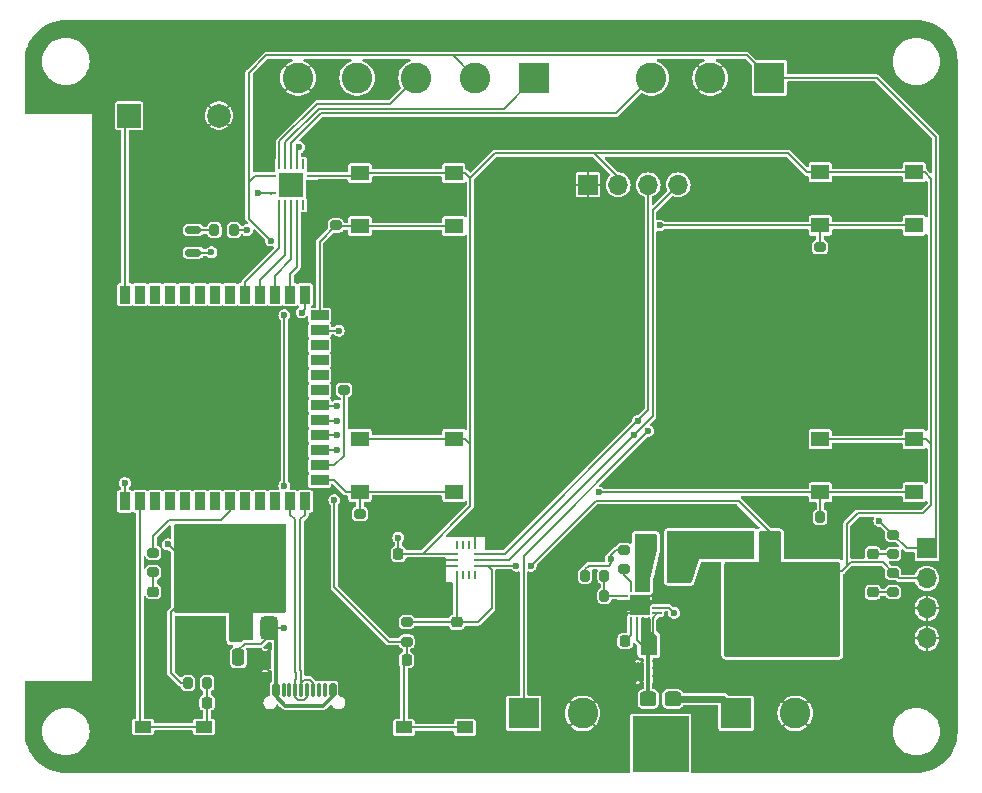
<source format=gbr>
%TF.GenerationSoftware,KiCad,Pcbnew,8.0.8-8.0.8-0~ubuntu24.04.1*%
%TF.CreationDate,2025-04-29T16:21:40-04:00*%
%TF.ProjectId,electronics,656c6563-7472-46f6-9e69-63732e6b6963,rev?*%
%TF.SameCoordinates,Original*%
%TF.FileFunction,Copper,L1,Top*%
%TF.FilePolarity,Positive*%
%FSLAX46Y46*%
G04 Gerber Fmt 4.6, Leading zero omitted, Abs format (unit mm)*
G04 Created by KiCad (PCBNEW 8.0.8-8.0.8-0~ubuntu24.04.1) date 2025-04-29 16:21:40*
%MOMM*%
%LPD*%
G01*
G04 APERTURE LIST*
G04 Aperture macros list*
%AMRoundRect*
0 Rectangle with rounded corners*
0 $1 Rounding radius*
0 $2 $3 $4 $5 $6 $7 $8 $9 X,Y pos of 4 corners*
0 Add a 4 corners polygon primitive as box body*
4,1,4,$2,$3,$4,$5,$6,$7,$8,$9,$2,$3,0*
0 Add four circle primitives for the rounded corners*
1,1,$1+$1,$2,$3*
1,1,$1+$1,$4,$5*
1,1,$1+$1,$6,$7*
1,1,$1+$1,$8,$9*
0 Add four rect primitives between the rounded corners*
20,1,$1+$1,$2,$3,$4,$5,0*
20,1,$1+$1,$4,$5,$6,$7,0*
20,1,$1+$1,$6,$7,$8,$9,0*
20,1,$1+$1,$8,$9,$2,$3,0*%
G04 Aperture macros list end*
%TA.AperFunction,SMDPad,CuDef*%
%ADD10RoundRect,0.200000X0.275000X-0.200000X0.275000X0.200000X-0.275000X0.200000X-0.275000X-0.200000X0*%
%TD*%
%TA.AperFunction,SMDPad,CuDef*%
%ADD11RoundRect,0.250000X-0.475000X0.250000X-0.475000X-0.250000X0.475000X-0.250000X0.475000X0.250000X0*%
%TD*%
%TA.AperFunction,ComponentPad*%
%ADD12R,2.600000X2.600000*%
%TD*%
%TA.AperFunction,ComponentPad*%
%ADD13C,2.600000*%
%TD*%
%TA.AperFunction,SMDPad,CuDef*%
%ADD14RoundRect,0.093750X-0.093750X-0.106250X0.093750X-0.106250X0.093750X0.106250X-0.093750X0.106250X0*%
%TD*%
%TA.AperFunction,HeatsinkPad*%
%ADD15C,0.500000*%
%TD*%
%TA.AperFunction,HeatsinkPad*%
%ADD16R,1.000000X1.600000*%
%TD*%
%TA.AperFunction,SMDPad,CuDef*%
%ADD17R,0.250000X0.675000*%
%TD*%
%TA.AperFunction,SMDPad,CuDef*%
%ADD18R,0.675000X0.250000*%
%TD*%
%TA.AperFunction,SMDPad,CuDef*%
%ADD19RoundRect,0.200000X-0.200000X-0.275000X0.200000X-0.275000X0.200000X0.275000X-0.200000X0.275000X0*%
%TD*%
%TA.AperFunction,SMDPad,CuDef*%
%ADD20R,0.850000X0.280000*%
%TD*%
%TA.AperFunction,SMDPad,CuDef*%
%ADD21R,0.280000X0.850000*%
%TD*%
%TA.AperFunction,SMDPad,CuDef*%
%ADD22R,2.050000X2.050000*%
%TD*%
%TA.AperFunction,SMDPad,CuDef*%
%ADD23RoundRect,0.225000X0.225000X0.250000X-0.225000X0.250000X-0.225000X-0.250000X0.225000X-0.250000X0*%
%TD*%
%TA.AperFunction,SMDPad,CuDef*%
%ADD24RoundRect,0.317500X-0.382500X-0.317500X0.382500X-0.317500X0.382500X0.317500X-0.382500X0.317500X0*%
%TD*%
%TA.AperFunction,SMDPad,CuDef*%
%ADD25R,4.800000X4.720000*%
%TD*%
%TA.AperFunction,SMDPad,CuDef*%
%ADD26RoundRect,0.250000X0.250000X0.475000X-0.250000X0.475000X-0.250000X-0.475000X0.250000X-0.475000X0*%
%TD*%
%TA.AperFunction,SMDPad,CuDef*%
%ADD27RoundRect,0.225000X-0.250000X0.225000X-0.250000X-0.225000X0.250000X-0.225000X0.250000X0.225000X0*%
%TD*%
%TA.AperFunction,SMDPad,CuDef*%
%ADD28RoundRect,0.218750X-0.256250X0.218750X-0.256250X-0.218750X0.256250X-0.218750X0.256250X0.218750X0*%
%TD*%
%TA.AperFunction,SMDPad,CuDef*%
%ADD29RoundRect,0.200000X-0.275000X0.200000X-0.275000X-0.200000X0.275000X-0.200000X0.275000X0.200000X0*%
%TD*%
%TA.AperFunction,SMDPad,CuDef*%
%ADD30RoundRect,0.062500X-0.062500X0.350000X-0.062500X-0.350000X0.062500X-0.350000X0.062500X0.350000X0*%
%TD*%
%TA.AperFunction,SMDPad,CuDef*%
%ADD31RoundRect,0.062500X-0.350000X0.062500X-0.350000X-0.062500X0.350000X-0.062500X0.350000X0.062500X0*%
%TD*%
%TA.AperFunction,HeatsinkPad*%
%ADD32R,1.680000X1.680000*%
%TD*%
%TA.AperFunction,SMDPad,CuDef*%
%ADD33R,1.550000X1.300000*%
%TD*%
%TA.AperFunction,SMDPad,CuDef*%
%ADD34RoundRect,0.375000X-0.375000X0.625000X-0.375000X-0.625000X0.375000X-0.625000X0.375000X0.625000X0*%
%TD*%
%TA.AperFunction,SMDPad,CuDef*%
%ADD35RoundRect,0.500000X-1.400000X0.500000X-1.400000X-0.500000X1.400000X-0.500000X1.400000X0.500000X0*%
%TD*%
%TA.AperFunction,SMDPad,CuDef*%
%ADD36RoundRect,0.250000X-0.250000X-0.475000X0.250000X-0.475000X0.250000X0.475000X-0.250000X0.475000X0*%
%TD*%
%TA.AperFunction,SMDPad,CuDef*%
%ADD37RoundRect,0.200000X0.200000X0.275000X-0.200000X0.275000X-0.200000X-0.275000X0.200000X-0.275000X0*%
%TD*%
%TA.AperFunction,SMDPad,CuDef*%
%ADD38R,1.450000X1.000000*%
%TD*%
%TA.AperFunction,SMDPad,CuDef*%
%ADD39RoundRect,0.150000X0.512500X0.150000X-0.512500X0.150000X-0.512500X-0.150000X0.512500X-0.150000X0*%
%TD*%
%TA.AperFunction,SMDPad,CuDef*%
%ADD40R,0.900000X1.500000*%
%TD*%
%TA.AperFunction,SMDPad,CuDef*%
%ADD41R,1.500000X0.900000*%
%TD*%
%TA.AperFunction,HeatsinkPad*%
%ADD42C,0.600000*%
%TD*%
%TA.AperFunction,SMDPad,CuDef*%
%ADD43R,3.900000X3.900000*%
%TD*%
%TA.AperFunction,SMDPad,CuDef*%
%ADD44RoundRect,0.375000X0.375000X-0.625000X0.375000X0.625000X-0.375000X0.625000X-0.375000X-0.625000X0*%
%TD*%
%TA.AperFunction,SMDPad,CuDef*%
%ADD45RoundRect,0.500000X1.400000X-0.500000X1.400000X0.500000X-1.400000X0.500000X-1.400000X-0.500000X0*%
%TD*%
%TA.AperFunction,ComponentPad*%
%ADD46R,2.000000X2.000000*%
%TD*%
%TA.AperFunction,ComponentPad*%
%ADD47C,2.000000*%
%TD*%
%TA.AperFunction,ComponentPad*%
%ADD48R,1.700000X1.700000*%
%TD*%
%TA.AperFunction,ComponentPad*%
%ADD49O,1.700000X1.700000*%
%TD*%
%TA.AperFunction,SMDPad,CuDef*%
%ADD50R,1.500000X1.200000*%
%TD*%
%TA.AperFunction,SMDPad,CuDef*%
%ADD51RoundRect,0.250000X0.475000X-0.250000X0.475000X0.250000X-0.475000X0.250000X-0.475000X-0.250000X0*%
%TD*%
%TA.AperFunction,SMDPad,CuDef*%
%ADD52RoundRect,0.150000X-0.150000X-0.425000X0.150000X-0.425000X0.150000X0.425000X-0.150000X0.425000X0*%
%TD*%
%TA.AperFunction,SMDPad,CuDef*%
%ADD53RoundRect,0.075000X-0.075000X-0.500000X0.075000X-0.500000X0.075000X0.500000X-0.075000X0.500000X0*%
%TD*%
%TA.AperFunction,SMDPad,CuDef*%
%ADD54RoundRect,0.250000X-0.840000X-0.750000X0.840000X-0.750000X0.840000X0.750000X-0.840000X0.750000X0*%
%TD*%
%TA.AperFunction,ViaPad*%
%ADD55C,0.600000*%
%TD*%
%TA.AperFunction,Conductor*%
%ADD56C,0.300000*%
%TD*%
%TA.AperFunction,Conductor*%
%ADD57C,0.200000*%
%TD*%
%TA.AperFunction,Conductor*%
%ADD58C,0.600000*%
%TD*%
G04 APERTURE END LIST*
D10*
%TO.P,R7,1*%
%TO.N,GND*%
X167200000Y-71400000D03*
%TO.P,R7,2*%
%TO.N,/BTN2*%
X167200000Y-69750000D03*
%TD*%
D11*
%TO.P,C10,1*%
%TO.N,+5V*%
X157950000Y-95400000D03*
%TO.P,C10,2*%
%TO.N,GND*%
X157950000Y-97300000D03*
%TD*%
D12*
%TO.P,J4,1,Pin_1*%
%TO.N,+5V*%
X162900000Y-55400000D03*
D13*
%TO.P,J4,2,Pin_2*%
%TO.N,GND*%
X157900000Y-55400000D03*
%TO.P,J4,3,Pin_3*%
%TO.N,/5V_FAN_PWM*%
X152900000Y-55400000D03*
%TD*%
D14*
%TO.P,U9,1,GND*%
%TO.N,GND*%
X119325000Y-104075000D03*
%TO.P,U9,2,GND*%
X119325000Y-104725000D03*
%TO.P,U9,3,GND*%
X119325000Y-105375000D03*
%TO.P,U9,4,IN*%
%TO.N,+5V*%
X121100000Y-105375000D03*
%TO.P,U9,5,IN*%
X121100000Y-104725000D03*
%TO.P,U9,6,IN*%
X121100000Y-104075000D03*
D15*
%TO.P,U9,7,GND*%
%TO.N,GND*%
X120212500Y-104175000D03*
D16*
X120212500Y-104725000D03*
D15*
X120212500Y-105275000D03*
%TD*%
D17*
%TO.P,U7,1,SDO*%
%TO.N,GND*%
X137950000Y-94937500D03*
%TO.P,U7,2,ASDx*%
%TO.N,unconnected-(U7-ASDx-Pad2)*%
X137450000Y-94937500D03*
%TO.P,U7,3,ASCx*%
%TO.N,unconnected-(U7-ASCx-Pad3)*%
X136950000Y-94937500D03*
%TO.P,U7,4,INT1*%
%TO.N,unconnected-(U7-INT1-Pad4)*%
X136450000Y-94937500D03*
D18*
%TO.P,U7,5,VDDI0*%
%TO.N,+3V3*%
X136187500Y-95700000D03*
%TO.P,U7,6,GNDI0*%
%TO.N,GND*%
X136187500Y-96200000D03*
%TO.P,U7,7,GND*%
X136187500Y-96700000D03*
D17*
%TO.P,U7,8,VDD*%
%TO.N,+3V3*%
X136450000Y-97462500D03*
%TO.P,U7,9,INT2*%
%TO.N,unconnected-(U7-INT2-Pad9)*%
X136950000Y-97462500D03*
%TO.P,U7,10,OCSB*%
%TO.N,unconnected-(U7-OCSB-Pad10)*%
X137450000Y-97462500D03*
%TO.P,U7,11,OSDO*%
%TO.N,unconnected-(U7-OSDO-Pad11)*%
X137950000Y-97462500D03*
D18*
%TO.P,U7,12,CSB*%
%TO.N,+3V3*%
X138212500Y-96700000D03*
%TO.P,U7,13,SCx*%
%TO.N,/SCL*%
X138212500Y-96200000D03*
%TO.P,U7,14,SDx*%
%TO.N,/SDA*%
X138212500Y-95700000D03*
%TD*%
D19*
%TO.P,R11,1*%
%TO.N,GND*%
X147300000Y-99250000D03*
%TO.P,R11,2*%
%TO.N,Net-(U4-FB)*%
X148950000Y-99250000D03*
%TD*%
D20*
%TO.P,U2,1,Vref_A*%
%TO.N,+3V3*%
X120700000Y-65190000D03*
D21*
%TO.P,U2,2,A1*%
%TO.N,/3V3_ENC_A*%
X121425000Y-66165000D03*
%TO.P,U2,3,A2*%
%TO.N,/3V3_ENC_B*%
X121925000Y-66165000D03*
%TO.P,U2,4,A3*%
%TO.N,/3V3_FAN_PWM*%
X122425000Y-66165000D03*
%TO.P,U2,5,A4*%
%TO.N,/3V3_LASER*%
X122925000Y-66165000D03*
%TO.P,U2,6*%
%TO.N,N/C*%
X123425000Y-66165000D03*
D20*
%TO.P,U2,7,GND*%
%TO.N,GND*%
X124150000Y-65190000D03*
%TO.P,U2,8,EN*%
%TO.N,+3V3*%
X124150000Y-63690000D03*
D21*
%TO.P,U2,9*%
%TO.N,N/C*%
X123425000Y-62715000D03*
%TO.P,U2,10,B4*%
%TO.N,/5V_LASER*%
X122925000Y-62715000D03*
%TO.P,U2,11,B3*%
%TO.N,/5V_FAN_PWM*%
X122425000Y-62715000D03*
%TO.P,U2,12,B2*%
%TO.N,/5V_ENC_B*%
X121925000Y-62715000D03*
%TO.P,U2,13,B1*%
%TO.N,/5V_ENC_A*%
X121425000Y-62715000D03*
D20*
%TO.P,U2,14,Vref_B*%
%TO.N,+5V*%
X120700000Y-63690000D03*
D22*
%TO.P,U2,15*%
%TO.N,N/C*%
X122425000Y-64440000D03*
%TD*%
D23*
%TO.P,C2,1*%
%TO.N,Net-(U1-IO0)*%
X132200000Y-104700000D03*
%TO.P,C2,2*%
%TO.N,GND*%
X130650000Y-104700000D03*
%TD*%
D24*
%TO.P,D2,1,K*%
%TO.N,VBAT*%
X152660000Y-107985000D03*
%TO.P,D2,2,A*%
%TO.N,Net-(BT1-+)*%
X154740000Y-107985000D03*
D25*
%TO.P,D2,3*%
%TO.N,N/C*%
X153700000Y-111790000D03*
%TD*%
D26*
%TO.P,C11,1*%
%TO.N,+5V*%
X117950000Y-104475000D03*
%TO.P,C11,2*%
%TO.N,GND*%
X116050000Y-104475000D03*
%TD*%
D27*
%TO.P,C9,1*%
%TO.N,+3V3*%
X136450000Y-101475000D03*
%TO.P,C9,2*%
%TO.N,GND*%
X136450000Y-103025000D03*
%TD*%
D28*
%TO.P,D4,1,K*%
%TO.N,GND*%
X171650000Y-94112500D03*
%TO.P,D4,2,A*%
%TO.N,Net-(D4-A)*%
X171650000Y-95687500D03*
%TD*%
D29*
%TO.P,R8,1*%
%TO.N,GND*%
X126200000Y-66250000D03*
%TO.P,R8,2*%
%TO.N,/BTN1*%
X126200000Y-67900000D03*
%TD*%
D11*
%TO.P,C4,1*%
%TO.N,+5V*%
X155200000Y-97550000D03*
%TO.P,C4,2*%
%TO.N,GND*%
X155200000Y-99450000D03*
%TD*%
D30*
%TO.P,U4,1,SW*%
%TO.N,/POWER_INDUCTOR*%
X152687500Y-98537500D03*
%TO.P,U4,2,SW*%
X152187500Y-98537500D03*
%TO.P,U4,3,SW*%
X151687500Y-98537500D03*
%TO.P,U4,4,PG*%
%TO.N,Net-(U4-PG)*%
X151187500Y-98537500D03*
D31*
%TO.P,U4,5,FB*%
%TO.N,Net-(U4-FB)*%
X150475000Y-99250000D03*
%TO.P,U4,6,GND*%
%TO.N,GND*%
X150475000Y-99750000D03*
%TO.P,U4,7,FSW*%
X150475000Y-100250000D03*
%TO.P,U4,8,DEF*%
X150475000Y-100750000D03*
D30*
%TO.P,U4,9,SS/TR*%
%TO.N,Net-(U4-SS{slash}TR)*%
X151187500Y-101462500D03*
%TO.P,U4,10,VIN*%
%TO.N,VBAT*%
X151687500Y-101462500D03*
%TO.P,U4,11,VIN*%
X152187500Y-101462500D03*
%TO.P,U4,12,VIN*%
X152687500Y-101462500D03*
D31*
%TO.P,U4,13,EN*%
X153400000Y-100750000D03*
%TO.P,U4,14,VOS*%
%TO.N,+5V*%
X153400000Y-100250000D03*
%TO.P,U4,15,GND*%
%TO.N,GND*%
X153400000Y-99750000D03*
%TO.P,U4,16,GND*%
X153400000Y-99250000D03*
D15*
%TO.P,U4,17,GND*%
X152527500Y-99410000D03*
X151347500Y-99410000D03*
D32*
X151937500Y-100000000D03*
D15*
X152527500Y-100590000D03*
X151347500Y-100590000D03*
%TD*%
D33*
%TO.P,SW4,1,1*%
%TO.N,+3V3*%
X167225000Y-63400000D03*
X175175000Y-63400000D03*
%TO.P,SW4,2,2*%
%TO.N,/BTN2*%
X167225000Y-67900000D03*
X175175000Y-67900000D03*
%TD*%
D34*
%TO.P,U3,1,GND*%
%TO.N,GND*%
X165250000Y-95050000D03*
%TO.P,U3,2,VO*%
%TO.N,+3V3*%
X162950000Y-95050000D03*
D35*
X162950000Y-101350000D03*
D34*
%TO.P,U3,3,VI*%
%TO.N,+5V*%
X160650000Y-95050000D03*
%TD*%
D36*
%TO.P,C6,1*%
%TO.N,VBAT*%
X152650000Y-103350000D03*
%TO.P,C6,2*%
%TO.N,GND*%
X154550000Y-103350000D03*
%TD*%
D23*
%TO.P,C1,1*%
%TO.N,Net-(U1-EN)*%
X115300000Y-108300000D03*
%TO.P,C1,2*%
%TO.N,GND*%
X113750000Y-108300000D03*
%TD*%
D37*
%TO.P,R10,1*%
%TO.N,Net-(U4-FB)*%
X148950000Y-97550000D03*
%TO.P,R10,2*%
%TO.N,+5V*%
X147300000Y-97550000D03*
%TD*%
D10*
%TO.P,R13,1*%
%TO.N,Net-(D3-A)*%
X173400000Y-98950000D03*
%TO.P,R13,2*%
%TO.N,+3V3*%
X173400000Y-97300000D03*
%TD*%
D28*
%TO.P,D1,1,K*%
%TO.N,Net-(D1-K)*%
X110750000Y-98900000D03*
%TO.P,D1,2,A*%
%TO.N,GND*%
X110750000Y-100475000D03*
%TD*%
D19*
%TO.P,R3,1*%
%TO.N,+3V3*%
X113675000Y-106650000D03*
%TO.P,R3,2*%
%TO.N,Net-(U1-EN)*%
X115325000Y-106650000D03*
%TD*%
D38*
%TO.P,SW2,1,1*%
%TO.N,GND*%
X137125000Y-112100000D03*
X131975000Y-112100000D03*
%TO.P,SW2,2,2*%
%TO.N,Net-(U1-IO0)*%
X137125000Y-110400000D03*
X131975000Y-110400000D03*
%TD*%
D29*
%TO.P,R1,1*%
%TO.N,+3V3*%
X132200000Y-101475000D03*
%TO.P,R1,2*%
%TO.N,Net-(U1-IO0)*%
X132200000Y-103125000D03*
%TD*%
D39*
%TO.P,Q1,1,C*%
%TO.N,/LASER_GND*%
X114125000Y-70200000D03*
%TO.P,Q1,2,B*%
%TO.N,Net-(Q1-B)*%
X114125000Y-68300000D03*
%TO.P,Q1,3,E*%
%TO.N,GND*%
X111850000Y-69250000D03*
%TD*%
D40*
%TO.P,U1,1,GND*%
%TO.N,GND*%
X107080000Y-91250000D03*
%TO.P,U1,2,3V3*%
%TO.N,+3V3*%
X108350000Y-91250000D03*
%TO.P,U1,3,EN*%
%TO.N,Net-(U1-EN)*%
X109620000Y-91250000D03*
%TO.P,U1,4,IO4*%
%TO.N,unconnected-(U1-IO4-Pad4)*%
X110890000Y-91250000D03*
%TO.P,U1,5,IO5*%
%TO.N,unconnected-(U1-IO5-Pad5)*%
X112160000Y-91250000D03*
%TO.P,U1,6,IO6*%
%TO.N,unconnected-(U1-IO6-Pad6)*%
X113430000Y-91250000D03*
%TO.P,U1,7,IO7*%
%TO.N,unconnected-(U1-IO7-Pad7)*%
X114700000Y-91250000D03*
%TO.P,U1,8,IO15*%
%TO.N,unconnected-(U1-IO15-Pad8)*%
X115970000Y-91250000D03*
%TO.P,U1,9,IO16*%
%TO.N,Net-(U1-IO16)*%
X117240000Y-91250000D03*
%TO.P,U1,10,IO17*%
%TO.N,unconnected-(U1-IO17-Pad10)*%
X118510000Y-91250000D03*
%TO.P,U1,11,IO18*%
%TO.N,unconnected-(U1-IO18-Pad11)*%
X119780000Y-91250000D03*
%TO.P,U1,12,IO8*%
%TO.N,unconnected-(U1-IO8-Pad12)*%
X121050000Y-91250000D03*
%TO.P,U1,13,IO19*%
%TO.N,/D-*%
X122320000Y-91250000D03*
%TO.P,U1,14,IO20*%
%TO.N,/D+*%
X123590000Y-91250000D03*
D41*
%TO.P,U1,15,IO3*%
%TO.N,/BTN3*%
X124840000Y-89485000D03*
%TO.P,U1,16,IO46*%
%TO.N,Net-(U1-IO46)*%
X124840000Y-88215000D03*
%TO.P,U1,17,IO9*%
%TO.N,/BTN4*%
X124840000Y-86945000D03*
%TO.P,U1,18,IO10*%
%TO.N,/SCL*%
X124840000Y-85675000D03*
%TO.P,U1,19,IO11*%
%TO.N,/SDA*%
X124840000Y-84405000D03*
%TO.P,U1,20,IO12*%
%TO.N,/SPARK_MAX_PWM*%
X124840000Y-83135000D03*
%TO.P,U1,21,IO13*%
%TO.N,unconnected-(U1-IO13-Pad21)*%
X124840000Y-81865000D03*
%TO.P,U1,22,IO14*%
%TO.N,unconnected-(U1-IO14-Pad22)*%
X124840000Y-80595000D03*
%TO.P,U1,23,IO21*%
%TO.N,unconnected-(U1-IO21-Pad23)*%
X124840000Y-79325000D03*
%TO.P,U1,24,IO47*%
%TO.N,unconnected-(U1-IO47-Pad24)*%
X124840000Y-78055000D03*
%TO.P,U1,25,IO48*%
%TO.N,/BTN2*%
X124840000Y-76785000D03*
%TO.P,U1,26,IO45*%
%TO.N,/BTN1*%
X124840000Y-75515000D03*
D40*
%TO.P,U1,27,IO0*%
%TO.N,Net-(U1-IO0)*%
X123590000Y-73750000D03*
%TO.P,U1,28,IO35*%
%TO.N,/3V3_LASER*%
X122320000Y-73750000D03*
%TO.P,U1,29,IO36*%
%TO.N,/3V3_FAN_PWM*%
X121050000Y-73750000D03*
%TO.P,U1,30,IO37*%
%TO.N,/3V3_ENC_B*%
X119780000Y-73750000D03*
%TO.P,U1,31,IO38*%
%TO.N,/3V3_ENC_A*%
X118510000Y-73750000D03*
%TO.P,U1,32,IO39*%
%TO.N,unconnected-(U1-IO39-Pad32)*%
X117240000Y-73750000D03*
%TO.P,U1,33,IO40*%
%TO.N,unconnected-(U1-IO40-Pad33)*%
X115970000Y-73750000D03*
%TO.P,U1,34,IO41*%
%TO.N,unconnected-(U1-IO41-Pad34)*%
X114700000Y-73750000D03*
%TO.P,U1,35,IO42*%
%TO.N,unconnected-(U1-IO42-Pad35)*%
X113430000Y-73750000D03*
%TO.P,U1,36,RXD0*%
%TO.N,unconnected-(U1-RXD0-Pad36)*%
X112160000Y-73750000D03*
%TO.P,U1,37,TXD0*%
%TO.N,unconnected-(U1-TXD0-Pad37)*%
X110890000Y-73750000D03*
%TO.P,U1,38,IO2*%
%TO.N,unconnected-(U1-IO2-Pad38)*%
X109620000Y-73750000D03*
%TO.P,U1,39,IO1*%
%TO.N,/BUZZER*%
X108350000Y-73750000D03*
%TO.P,U1,40,GND*%
%TO.N,GND*%
X107080000Y-73750000D03*
D42*
%TO.P,U1,41,GND*%
X114100000Y-85400000D03*
X115500000Y-85400000D03*
X113400000Y-84700000D03*
X114800000Y-84700000D03*
X116200000Y-84700000D03*
X114100000Y-84000000D03*
D43*
X114800000Y-84000000D03*
D42*
X115500000Y-84000000D03*
X113400000Y-83300000D03*
X114800000Y-83300000D03*
X116200000Y-83300000D03*
X114100000Y-82600000D03*
X115500000Y-82600000D03*
%TD*%
D12*
%TO.P,BT1,1,+*%
%TO.N,Net-(BT1-+)*%
X160100000Y-109200000D03*
D13*
%TO.P,BT1,2,-*%
%TO.N,GND*%
X165100000Y-109200000D03*
%TD*%
D10*
%TO.P,R6,1*%
%TO.N,GND*%
X128250000Y-93950000D03*
%TO.P,R6,2*%
%TO.N,/BTN3*%
X128250000Y-92300000D03*
%TD*%
D37*
%TO.P,R14,1*%
%TO.N,/5V_LASER*%
X117575000Y-68300000D03*
%TO.P,R14,2*%
%TO.N,Net-(Q1-B)*%
X115925000Y-68300000D03*
%TD*%
D38*
%TO.P,SW1,1,1*%
%TO.N,GND*%
X115025000Y-112050000D03*
X109875000Y-112050000D03*
%TO.P,SW1,2,2*%
%TO.N,Net-(U1-EN)*%
X115025000Y-110350000D03*
X109875000Y-110350000D03*
%TD*%
D44*
%TO.P,U5,1,GND*%
%TO.N,GND*%
X115925000Y-101950000D03*
%TO.P,U5,2,VO*%
%TO.N,+3V3*%
X118225000Y-101950000D03*
D45*
X118225000Y-95650000D03*
D44*
%TO.P,U5,3,VI*%
%TO.N,+5V*%
X120525000Y-101950000D03*
%TD*%
D33*
%TO.P,SW6,1,1*%
%TO.N,+3V3*%
X167225000Y-86000000D03*
X175175000Y-86000000D03*
%TO.P,SW6,2,2*%
%TO.N,/BTN4*%
X167225000Y-90500000D03*
X175175000Y-90500000D03*
%TD*%
D10*
%TO.P,R2,1*%
%TO.N,Net-(D1-K)*%
X110750000Y-97250000D03*
%TO.P,R2,2*%
%TO.N,Net-(U1-IO16)*%
X110750000Y-95600000D03*
%TD*%
D11*
%TO.P,C8,1*%
%TO.N,+3V3*%
X113500000Y-99950000D03*
%TO.P,C8,2*%
%TO.N,GND*%
X113500000Y-101850000D03*
%TD*%
D12*
%TO.P,J3,1,Pin_1*%
%TO.N,/SPARK_MAX_PWM*%
X142100000Y-109200000D03*
D13*
%TO.P,J3,2,Pin_2*%
%TO.N,GND*%
X147100000Y-109200000D03*
%TD*%
D33*
%TO.P,SW3,1,1*%
%TO.N,+3V3*%
X128250000Y-63450000D03*
X136200000Y-63450000D03*
%TO.P,SW3,2,2*%
%TO.N,/BTN1*%
X128250000Y-67950000D03*
X136200000Y-67950000D03*
%TD*%
D29*
%TO.P,R4,1*%
%TO.N,GND*%
X126900000Y-80150000D03*
%TO.P,R4,2*%
%TO.N,Net-(U1-IO46)*%
X126900000Y-81800000D03*
%TD*%
D14*
%TO.P,U8,1,GND*%
%TO.N,GND*%
X150875000Y-105050000D03*
%TO.P,U8,2,GND*%
X150875000Y-105700000D03*
%TO.P,U8,3,GND*%
X150875000Y-106350000D03*
%TO.P,U8,4,IN*%
%TO.N,VBAT*%
X152650000Y-106350000D03*
%TO.P,U8,5,IN*%
X152650000Y-105700000D03*
%TO.P,U8,6,IN*%
X152650000Y-105050000D03*
D15*
%TO.P,U8,7,GND*%
%TO.N,GND*%
X151762500Y-105150000D03*
D16*
X151762500Y-105700000D03*
D15*
X151762500Y-106250000D03*
%TD*%
D28*
%TO.P,D3,1,K*%
%TO.N,GND*%
X171650000Y-97362500D03*
%TO.P,D3,2,A*%
%TO.N,Net-(D3-A)*%
X171650000Y-98937500D03*
%TD*%
D23*
%TO.P,C7,1*%
%TO.N,Net-(U4-SS{slash}TR)*%
X150700000Y-103100000D03*
%TO.P,C7,2*%
%TO.N,GND*%
X149150000Y-103100000D03*
%TD*%
D46*
%TO.P,BZ1,1,+*%
%TO.N,/BUZZER*%
X108700000Y-58600000D03*
D47*
%TO.P,BZ1,2,-*%
%TO.N,GND*%
X116300000Y-58600000D03*
%TD*%
D23*
%TO.P,C3,1*%
%TO.N,+3V3*%
X131500000Y-95700000D03*
%TO.P,C3,2*%
%TO.N,GND*%
X129950000Y-95700000D03*
%TD*%
D19*
%TO.P,R5,1*%
%TO.N,GND*%
X165575000Y-92600000D03*
%TO.P,R5,2*%
%TO.N,/BTN4*%
X167225000Y-92600000D03*
%TD*%
D10*
%TO.P,R12,1*%
%TO.N,Net-(D4-A)*%
X173400000Y-95725000D03*
%TO.P,R12,2*%
%TO.N,+5V*%
X173400000Y-94075000D03*
%TD*%
D48*
%TO.P,J5,1,Pin_1*%
%TO.N,+5V*%
X176250000Y-95230000D03*
D49*
%TO.P,J5,2,Pin_2*%
%TO.N,+3V3*%
X176250000Y-97770000D03*
%TO.P,J5,3,Pin_3*%
%TO.N,GND*%
X176250000Y-100310000D03*
%TO.P,J5,4,Pin_4*%
X176250000Y-102850000D03*
%TD*%
D50*
%TO.P,L1,1,1*%
%TO.N,/POWER_INDUCTOR*%
X152450000Y-94800000D03*
%TO.P,L1,2,2*%
%TO.N,+5V*%
X155150000Y-94800000D03*
%TD*%
D10*
%TO.P,R9,1*%
%TO.N,Net-(U4-PG)*%
X150600000Y-97025000D03*
%TO.P,R9,2*%
%TO.N,+5V*%
X150600000Y-95375000D03*
%TD*%
D48*
%TO.P,U6,1,GND*%
%TO.N,GND*%
X147560000Y-64450000D03*
D49*
%TO.P,U6,2,VCC*%
%TO.N,+3V3*%
X150100000Y-64450000D03*
%TO.P,U6,3,SDA*%
%TO.N,/SDA*%
X152640000Y-64450000D03*
%TO.P,U6,4,SCL*%
%TO.N,/SCL*%
X155180000Y-64450000D03*
%TD*%
D33*
%TO.P,SW5,1,1*%
%TO.N,+3V3*%
X128250000Y-85950000D03*
X136200000Y-85950000D03*
%TO.P,SW5,2,2*%
%TO.N,/BTN3*%
X128250000Y-90450000D03*
X136200000Y-90450000D03*
%TD*%
D12*
%TO.P,J2,1,Pin_1*%
%TO.N,/5V_ENC_B*%
X143000000Y-55400000D03*
D13*
%TO.P,J2,2,Pin_2*%
%TO.N,+5V*%
X138000000Y-55400000D03*
%TO.P,J2,3,Pin_3*%
%TO.N,/5V_ENC_A*%
X133000000Y-55400000D03*
%TO.P,J2,4,Pin_4*%
%TO.N,/LASER_GND*%
X128000000Y-55400000D03*
%TO.P,J2,5,Pin_5*%
%TO.N,GND*%
X123000000Y-55400000D03*
%TD*%
D51*
%TO.P,C5,1*%
%TO.N,+3V3*%
X167800000Y-97150000D03*
%TO.P,C5,2*%
%TO.N,GND*%
X167800000Y-95250000D03*
%TD*%
D52*
%TO.P,J1,A1,GND*%
%TO.N,GND*%
X120325000Y-107220000D03*
%TO.P,J1,A4,VBUS*%
%TO.N,+5V*%
X121125000Y-107220000D03*
D53*
%TO.P,J1,A5,CC1*%
%TO.N,unconnected-(J1-CC1-PadA5)*%
X122275000Y-107220000D03*
%TO.P,J1,A6,D+*%
%TO.N,/D+*%
X123275000Y-107220000D03*
%TO.P,J1,A7,D-*%
%TO.N,/D-*%
X123775000Y-107220000D03*
%TO.P,J1,A8*%
%TO.N,N/C*%
X124775000Y-107220000D03*
D52*
%TO.P,J1,A9,VBUS*%
%TO.N,+5V*%
X125925000Y-107220000D03*
%TO.P,J1,A12,GND*%
%TO.N,GND*%
X126725000Y-107220000D03*
%TO.P,J1,B1,GND*%
X126725000Y-107220000D03*
%TO.P,J1,B4,VBUS*%
%TO.N,+5V*%
X125925000Y-107220000D03*
D53*
%TO.P,J1,B5,CC2*%
%TO.N,unconnected-(J1-CC2-PadB5)*%
X125275000Y-107220000D03*
%TO.P,J1,B6,D+*%
%TO.N,/D+*%
X124275000Y-107220000D03*
%TO.P,J1,B7,D-*%
%TO.N,/D-*%
X122775000Y-107220000D03*
%TO.P,J1,B8*%
%TO.N,N/C*%
X121775000Y-107220000D03*
D52*
%TO.P,J1,B9,VBUS*%
%TO.N,+5V*%
X121125000Y-107220000D03*
%TO.P,J1,B12,GND*%
%TO.N,GND*%
X120325000Y-107220000D03*
D54*
%TO.P,J1,S1,SHIELD*%
X118415000Y-107795000D03*
X118415000Y-111725000D03*
X128635000Y-107795000D03*
X128635000Y-111725000D03*
%TD*%
D55*
%TO.N,GND*%
X126200000Y-64900000D03*
X123700000Y-71950000D03*
X128975000Y-61175000D03*
X175550000Y-84300000D03*
X126100000Y-71950000D03*
X161700000Y-91300000D03*
X154300000Y-69050000D03*
X168650000Y-93750000D03*
X159250000Y-60650000D03*
X170300000Y-94100000D03*
X109425000Y-70300000D03*
X150500000Y-89300000D03*
X165350000Y-91250000D03*
%TO.N,Net-(U1-IO0)*%
X123320000Y-75270000D03*
X126075000Y-91150000D03*
%TO.N,+3V3*%
X119600000Y-93750000D03*
X141500000Y-96700000D03*
X108350000Y-89700000D03*
X112000000Y-94900000D03*
X131500000Y-94325000D03*
X119600000Y-65175000D03*
X142700000Y-96700000D03*
%TO.N,+5V*%
X121850000Y-101950000D03*
X121850000Y-89925000D03*
X159300000Y-94350000D03*
X149500000Y-96100000D03*
X121850000Y-75500000D03*
X154850000Y-100700000D03*
X154800000Y-96100000D03*
X172225000Y-92900000D03*
X120700000Y-69175000D03*
%TO.N,/5V_LASER*%
X123125000Y-61275000D03*
X118675000Y-68300000D03*
%TO.N,/SPARK_MAX_PWM*%
X126300000Y-83150000D03*
X152650000Y-85300000D03*
%TO.N,/BTN4*%
X148450000Y-90500000D03*
X126325000Y-86925000D03*
%TO.N,/BTN2*%
X153650000Y-67900000D03*
X126450000Y-76800000D03*
%TO.N,/SDA*%
X126300000Y-84450000D03*
X151750000Y-84450000D03*
%TO.N,/SCL*%
X151475000Y-85625000D03*
X126300000Y-85650000D03*
%TO.N,/LASER_GND*%
X115675000Y-70175000D03*
%TD*%
D56*
%TO.N,VBAT*%
X152660000Y-108235000D02*
X152660000Y-103360000D01*
D57*
X153050000Y-101100000D02*
X153400000Y-100750000D01*
X152600000Y-103350000D02*
X152650000Y-103350000D01*
D56*
X152660000Y-103360000D02*
X152650000Y-103350000D01*
D57*
X152050000Y-103350000D02*
X152650000Y-103350000D01*
X151687500Y-101462500D02*
X151687500Y-102987500D01*
X151687500Y-102987500D02*
X152050000Y-103350000D01*
X152650000Y-103350000D02*
X153050000Y-102950000D01*
X153050000Y-102950000D02*
X153050000Y-101100000D01*
%TO.N,GND*%
X150475000Y-99750000D02*
X151007500Y-99750000D01*
X136187500Y-96200000D02*
X135400000Y-96200000D01*
X137950000Y-94937500D02*
X137950000Y-94150000D01*
X136187500Y-96700000D02*
X135400000Y-96700000D01*
X153400000Y-99250000D02*
X152687500Y-99250000D01*
X152687500Y-99250000D02*
X152527500Y-99410000D01*
X151187500Y-100750000D02*
X151347500Y-100590000D01*
X150475000Y-100750000D02*
X151187500Y-100750000D01*
X151007500Y-99750000D02*
X151347500Y-99410000D01*
%TO.N,/BUZZER*%
X108350000Y-73750000D02*
X108350000Y-58950000D01*
X108350000Y-58950000D02*
X108700000Y-58600000D01*
%TO.N,Net-(U1-EN)*%
X115300000Y-108300000D02*
X115300000Y-110075000D01*
X114825000Y-110150000D02*
X115025000Y-110350000D01*
X109620000Y-91250000D02*
X109620000Y-110095000D01*
X109875000Y-110350000D02*
X115025000Y-110350000D01*
X115300000Y-106675000D02*
X115325000Y-106650000D01*
X115350000Y-110025000D02*
X115025000Y-110350000D01*
X109620000Y-110095000D02*
X109875000Y-110350000D01*
X115300000Y-110075000D02*
X115025000Y-110350000D01*
X115300000Y-108300000D02*
X115300000Y-106675000D01*
%TO.N,Net-(U1-IO0)*%
X131975000Y-110400000D02*
X131975000Y-104925000D01*
X132200000Y-104700000D02*
X132200000Y-103125000D01*
X130675000Y-103125000D02*
X132200000Y-103125000D01*
X126075000Y-91150000D02*
X126075000Y-98525000D01*
X131975000Y-104925000D02*
X132200000Y-104700000D01*
X131975000Y-110400000D02*
X137125000Y-110400000D01*
X126075000Y-98525000D02*
X130675000Y-103125000D01*
X123320000Y-75270000D02*
X123590000Y-75000000D01*
X123590000Y-75000000D02*
X123590000Y-73750000D01*
%TO.N,+3V3*%
X131500000Y-95700000D02*
X131500000Y-94325000D01*
X112000000Y-94900000D02*
X112750000Y-95650000D01*
X139400000Y-100300000D02*
X139400000Y-97050000D01*
X175175000Y-63400000D02*
X167225000Y-63400000D01*
X137600000Y-86400000D02*
X137150000Y-85950000D01*
X128250000Y-85950000D02*
X136200000Y-85950000D01*
X170400000Y-92250000D02*
X169450000Y-93200000D01*
X136187500Y-95700000D02*
X133550000Y-95700000D01*
X139050000Y-96700000D02*
X138212500Y-96700000D01*
X175175000Y-63400000D02*
X176050000Y-63400000D01*
X120400000Y-65175000D02*
X119600000Y-65175000D01*
X171147814Y-96400000D02*
X169800000Y-96400000D01*
X113500000Y-99950000D02*
X112900000Y-99950000D01*
X137600000Y-86400000D02*
X137600000Y-63900000D01*
X137600000Y-91650000D02*
X137600000Y-86400000D01*
X133550000Y-95700000D02*
X131500000Y-95700000D01*
X175900000Y-92250000D02*
X170400000Y-92250000D01*
X148100000Y-61800000D02*
X150100000Y-63800000D01*
X137600000Y-63900000D02*
X137150000Y-63450000D01*
X169800000Y-96400000D02*
X169450000Y-96750000D01*
X112750000Y-95650000D02*
X118225000Y-95650000D01*
X108350000Y-91250000D02*
X108350000Y-89700000D01*
X173400000Y-97300000D02*
X172500000Y-96400000D01*
X172152186Y-96400000D02*
X172127186Y-96425000D01*
X176600000Y-86400000D02*
X176600000Y-91550000D01*
X120700000Y-65190000D02*
X120415000Y-65190000D01*
X173870000Y-97770000D02*
X173400000Y-97300000D01*
X137150000Y-85950000D02*
X136200000Y-85950000D01*
X169450000Y-96750000D02*
X169050000Y-97150000D01*
X125550000Y-63690000D02*
X128010000Y-63690000D01*
X172127186Y-96425000D02*
X171172814Y-96425000D01*
X138225000Y-101475000D02*
X139400000Y-100300000D01*
X166100000Y-63400000D02*
X167225000Y-63400000D01*
X136450000Y-97462500D02*
X136450000Y-101100000D01*
X160300000Y-91200000D02*
X162950000Y-93850000D01*
X124150000Y-63690000D02*
X125550000Y-63690000D01*
X128010000Y-63690000D02*
X128250000Y-63450000D01*
X136450000Y-101100000D02*
X136500000Y-101150000D01*
X169050000Y-97150000D02*
X167800000Y-97150000D01*
X175175000Y-86000000D02*
X176200000Y-86000000D01*
X139700000Y-61800000D02*
X147450000Y-61800000D01*
X128250000Y-63450000D02*
X136200000Y-63450000D01*
X176200000Y-86000000D02*
X176600000Y-86400000D01*
X147450000Y-61800000D02*
X148100000Y-61800000D01*
X133550000Y-95700000D02*
X137600000Y-91650000D01*
X164500000Y-61800000D02*
X166100000Y-63400000D01*
X137600000Y-63900000D02*
X139700000Y-61800000D01*
X120415000Y-65190000D02*
X120400000Y-65175000D01*
X176600000Y-63950000D02*
X176600000Y-86400000D01*
X176600000Y-91550000D02*
X175900000Y-92250000D01*
X169450000Y-93200000D02*
X169450000Y-96750000D01*
X141500000Y-96700000D02*
X139050000Y-96700000D01*
X162950000Y-93850000D02*
X162950000Y-95050000D01*
X176250000Y-97770000D02*
X173870000Y-97770000D01*
X132200000Y-101475000D02*
X136450000Y-101475000D01*
X148200000Y-91200000D02*
X160300000Y-91200000D01*
X176050000Y-63400000D02*
X176600000Y-63950000D01*
X147450000Y-61800000D02*
X164500000Y-61800000D01*
X112250000Y-105800000D02*
X113100000Y-106650000D01*
X172500000Y-96400000D02*
X172152186Y-96400000D01*
X136450000Y-101475000D02*
X138225000Y-101475000D01*
X137150000Y-63450000D02*
X136200000Y-63450000D01*
X139400000Y-97050000D02*
X139050000Y-96700000D01*
X167225000Y-86000000D02*
X175175000Y-86000000D01*
X120690000Y-65200000D02*
X120700000Y-65190000D01*
X113100000Y-106650000D02*
X113675000Y-106650000D01*
X112250000Y-100600000D02*
X112250000Y-105800000D01*
X112900000Y-99950000D02*
X112250000Y-100600000D01*
X142700000Y-96700000D02*
X148200000Y-91200000D01*
X150100000Y-63800000D02*
X150100000Y-64450000D01*
X171172814Y-96425000D02*
X171147814Y-96400000D01*
X175780000Y-97300000D02*
X176250000Y-97770000D01*
D56*
%TO.N,+5V*%
X121125000Y-107220000D02*
X121125000Y-107759695D01*
D57*
X138000000Y-55400000D02*
X136100000Y-53500000D01*
X121850000Y-75500000D02*
X121850000Y-89925000D01*
X176250000Y-95230000D02*
X174555000Y-95230000D01*
X147600000Y-96700000D02*
X147300000Y-97000000D01*
X119862500Y-103350000D02*
X118475000Y-103350000D01*
X136000000Y-53500000D02*
X161000000Y-53500000D01*
X149500000Y-96100000D02*
X149500000Y-95800000D01*
X118475000Y-103350000D02*
X117950000Y-103875000D01*
X119360000Y-63690000D02*
X120700000Y-63690000D01*
X118850000Y-67325000D02*
X118850000Y-64200000D01*
X118850000Y-64200000D02*
X119360000Y-63690000D01*
D56*
X125925000Y-107759695D02*
X125925000Y-107220000D01*
D57*
X176250000Y-95230000D02*
X177000000Y-94480000D01*
X161000000Y-53500000D02*
X162900000Y-55400000D01*
X120525000Y-101950000D02*
X120525000Y-102687500D01*
X147300000Y-97000000D02*
X147300000Y-97550000D01*
X118850000Y-67325000D02*
X118850000Y-54950000D01*
X177000000Y-60400000D02*
X172000000Y-55400000D01*
X136100000Y-53500000D02*
X136000000Y-53500000D01*
X149925000Y-95375000D02*
X150600000Y-95375000D01*
X149500000Y-96100000D02*
X149500000Y-96500000D01*
X154850000Y-100700000D02*
X154400000Y-100250000D01*
D56*
X125139695Y-108545000D02*
X125925000Y-107759695D01*
D57*
X121850000Y-89925000D02*
X121800000Y-89875000D01*
X120700000Y-69175000D02*
X118850000Y-67325000D01*
X149500000Y-96500000D02*
X149300000Y-96700000D01*
D56*
X121910305Y-108545000D02*
X125139695Y-108545000D01*
D57*
X149300000Y-96700000D02*
X147600000Y-96700000D01*
D56*
X121125000Y-107759695D02*
X121910305Y-108545000D01*
X121125000Y-103800000D02*
X121125000Y-102337500D01*
X121125000Y-107220000D02*
X121125000Y-103800000D01*
D57*
X154400000Y-100250000D02*
X153400000Y-100250000D01*
D56*
X121125000Y-102337500D02*
X120737500Y-101950000D01*
D57*
X120525000Y-102687500D02*
X119862500Y-103350000D01*
D56*
X121100000Y-107195000D02*
X121125000Y-107220000D01*
D57*
X172225000Y-92900000D02*
X173400000Y-94075000D01*
X149500000Y-95800000D02*
X149925000Y-95375000D01*
X121850000Y-101950000D02*
X120525000Y-101950000D01*
X174555000Y-95230000D02*
X173400000Y-94075000D01*
X117950000Y-103875000D02*
X117950000Y-104475000D01*
X120300000Y-53500000D02*
X136000000Y-53500000D01*
X118850000Y-54950000D02*
X120300000Y-53500000D01*
X172000000Y-55400000D02*
X162900000Y-55400000D01*
X177000000Y-94480000D02*
X177000000Y-60400000D01*
%TO.N,Net-(U4-SS{slash}TR)*%
X151187500Y-101462500D02*
X151187500Y-102612500D01*
X151187500Y-102612500D02*
X150700000Y-103100000D01*
%TO.N,Net-(D1-K)*%
X110750000Y-98900000D02*
X110750000Y-97250000D01*
%TO.N,Net-(D3-A)*%
X171650000Y-98937500D02*
X173387500Y-98937500D01*
X173387500Y-98937500D02*
X173400000Y-98950000D01*
%TO.N,Net-(D4-A)*%
X173362500Y-95687500D02*
X173400000Y-95725000D01*
X171650000Y-95687500D02*
X173362500Y-95687500D01*
%TO.N,/D-*%
X122730000Y-105672206D02*
X122800000Y-105742206D01*
X122775000Y-106357499D02*
X122775000Y-107220000D01*
X122320000Y-91250000D02*
X122320000Y-92375001D01*
X122320000Y-92375001D02*
X122730000Y-92785001D01*
X122775000Y-107220000D02*
X122775000Y-107827410D01*
X122730000Y-92785001D02*
X122730000Y-105672206D01*
X122800000Y-105742206D02*
X122800000Y-106332499D01*
X123042590Y-108095000D02*
X123507410Y-108095000D01*
X123507410Y-108095000D02*
X123775000Y-107827410D01*
X122800000Y-106332499D02*
X122775000Y-106357499D01*
X122775000Y-107827410D02*
X123042590Y-108095000D01*
X123775000Y-107827410D02*
X123775000Y-107220000D01*
%TO.N,/D+*%
X123275000Y-107220000D02*
X123275000Y-106612590D01*
X123542590Y-106345000D02*
X124007410Y-106345000D01*
X123250000Y-105570000D02*
X123250000Y-106332499D01*
X124007410Y-106345000D02*
X124275000Y-106612590D01*
X123275000Y-106612590D02*
X123542590Y-106345000D01*
X123590000Y-92375001D02*
X123180000Y-92785001D01*
X123590000Y-91250000D02*
X123590000Y-92375001D01*
X123250000Y-106332499D02*
X123275000Y-106357499D01*
X123275000Y-106357499D02*
X123275000Y-107220000D01*
X123180000Y-92785001D02*
X123180000Y-105500000D01*
X124275000Y-106612590D02*
X124275000Y-107220000D01*
X123180000Y-105500000D02*
X123250000Y-105570000D01*
%TO.N,/5V_ENC_B*%
X124765686Y-58000000D02*
X140400000Y-58000000D01*
X121925000Y-62715000D02*
X121925000Y-60840686D01*
X121925000Y-60840686D02*
X124765686Y-58000000D01*
X140400000Y-58000000D02*
X143000000Y-55400000D01*
%TO.N,/5V_LASER*%
X122925000Y-62715000D02*
X122925000Y-61475000D01*
X122925000Y-61475000D02*
X123125000Y-61275000D01*
X118675000Y-68300000D02*
X117575000Y-68300000D01*
%TO.N,/5V_ENC_A*%
X124600000Y-57600000D02*
X130800000Y-57600000D01*
X121425000Y-60775000D02*
X124600000Y-57600000D01*
X130800000Y-57600000D02*
X133000000Y-55400000D01*
X121425000Y-62715000D02*
X121425000Y-60775000D01*
%TO.N,/SPARK_MAX_PWM*%
X142100000Y-95850000D02*
X142100000Y-109200000D01*
X152650000Y-85300000D02*
X142100000Y-95850000D01*
X126300000Y-83150000D02*
X124855000Y-83150000D01*
X124855000Y-83150000D02*
X124840000Y-83135000D01*
%TO.N,/5V_FAN_PWM*%
X149900000Y-58400000D02*
X152900000Y-55400000D01*
X124931372Y-58400000D02*
X149900000Y-58400000D01*
X122425000Y-62715000D02*
X122425000Y-60906372D01*
X122425000Y-60906372D02*
X124931372Y-58400000D01*
%TO.N,Net-(U1-IO16)*%
X117240000Y-92060000D02*
X117240000Y-91250000D01*
X110750000Y-95600000D02*
X110750000Y-94200000D01*
X110750000Y-94200000D02*
X112100000Y-92850000D01*
X116450000Y-92850000D02*
X117240000Y-92060000D01*
X112100000Y-92850000D02*
X116450000Y-92850000D01*
%TO.N,Net-(U1-IO46)*%
X126925000Y-81825000D02*
X126900000Y-81800000D01*
X126925000Y-87375000D02*
X126925000Y-81825000D01*
X124840000Y-88215000D02*
X126085000Y-88215000D01*
X126085000Y-88215000D02*
X126925000Y-87375000D01*
%TO.N,/BTN4*%
X167225000Y-92600000D02*
X167225000Y-90500000D01*
X126325000Y-86925000D02*
X124860000Y-86925000D01*
X167225000Y-90500000D02*
X175175000Y-90500000D01*
X124860000Y-86925000D02*
X124840000Y-86945000D01*
X167225000Y-90500000D02*
X148450000Y-90500000D01*
%TO.N,/BTN3*%
X128250000Y-90450000D02*
X136200000Y-90450000D01*
X128250000Y-92300000D02*
X128250000Y-90450000D01*
X126085000Y-89485000D02*
X124840000Y-89485000D01*
X127050000Y-90450000D02*
X126085000Y-89485000D01*
X128175000Y-90375000D02*
X128250000Y-90450000D01*
X128250000Y-90450000D02*
X127050000Y-90450000D01*
%TO.N,/BTN2*%
X167225000Y-67900000D02*
X175175000Y-67900000D01*
X124855000Y-76800000D02*
X124840000Y-76785000D01*
X167225000Y-67900000D02*
X153650000Y-67900000D01*
X167200000Y-69750000D02*
X167200000Y-67925000D01*
X126450000Y-76800000D02*
X124855000Y-76800000D01*
X167200000Y-67925000D02*
X167225000Y-67900000D01*
%TO.N,/BTN1*%
X124840000Y-75515000D02*
X124840000Y-69260000D01*
X124840000Y-69260000D02*
X126200000Y-67900000D01*
X128250000Y-67950000D02*
X136200000Y-67950000D01*
X126250000Y-67950000D02*
X126200000Y-67900000D01*
X128250000Y-67950000D02*
X126250000Y-67950000D01*
%TO.N,Net-(U4-PG)*%
X150600000Y-97500000D02*
X150600000Y-97025000D01*
X151187500Y-98537500D02*
X151187500Y-98087500D01*
X151187500Y-98087500D02*
X150600000Y-97500000D01*
%TO.N,Net-(U4-FB)*%
X148950000Y-99250000D02*
X150475000Y-99250000D01*
X148950000Y-97550000D02*
X148950000Y-99250000D01*
%TO.N,/3V3_LASER*%
X122320000Y-71980000D02*
X122320000Y-73750000D01*
X122925000Y-71375000D02*
X122320000Y-71980000D01*
X122320000Y-73750000D02*
X122425000Y-73645000D01*
X122925000Y-66165000D02*
X122925000Y-71375000D01*
%TO.N,/3V3_FAN_PWM*%
X121050000Y-72150000D02*
X121050000Y-73750000D01*
X122425000Y-70775000D02*
X121050000Y-72150000D01*
X122430000Y-66170000D02*
X122425000Y-66165000D01*
X122425000Y-66165000D02*
X122425000Y-70775000D01*
%TO.N,/3V3_ENC_B*%
X121925000Y-66165000D02*
X121925000Y-70375000D01*
X119780000Y-72520000D02*
X119780000Y-73750000D01*
X121925000Y-70375000D02*
X119780000Y-72520000D01*
%TO.N,/3V3_ENC_A*%
X118510000Y-72690000D02*
X118510000Y-73750000D01*
X121425000Y-69775000D02*
X118510000Y-72690000D01*
X121425000Y-66165000D02*
X121425000Y-69775000D01*
%TO.N,/SDA*%
X126300000Y-84450000D02*
X124885000Y-84450000D01*
X140500000Y-95700000D02*
X152640000Y-83560000D01*
X124885000Y-84450000D02*
X124840000Y-84405000D01*
X138212500Y-95700000D02*
X140500000Y-95700000D01*
X152640000Y-83560000D02*
X152640000Y-64450000D01*
X152600000Y-64490000D02*
X152640000Y-64450000D01*
%TO.N,/SCL*%
X126300000Y-85650000D02*
X124865000Y-85650000D01*
X124865000Y-85650000D02*
X124840000Y-85675000D01*
X151475000Y-85625000D02*
X140900000Y-96200000D01*
X153040000Y-66590000D02*
X153040000Y-84060000D01*
X155180000Y-64450000D02*
X153040000Y-66590000D01*
X153040000Y-84060000D02*
X151475000Y-85625000D01*
X140900000Y-96200000D02*
X138212500Y-96200000D01*
D58*
%TO.N,Net-(BT1-+)*%
X160100000Y-109100000D02*
X158985000Y-107985000D01*
X158985000Y-107985000D02*
X154740000Y-107985000D01*
D57*
%TO.N,/LASER_GND*%
X115650000Y-70200000D02*
X115675000Y-70175000D01*
X114125000Y-70200000D02*
X115650000Y-70200000D01*
%TO.N,Net-(Q1-B)*%
X115925000Y-68300000D02*
X114125000Y-68300000D01*
%TD*%
%TA.AperFunction,Conductor*%
%TO.N,VBAT*%
G36*
X152793039Y-101110185D02*
G01*
X152838794Y-101162989D01*
X152850000Y-101214500D01*
X152850000Y-102300000D01*
X153335379Y-102564752D01*
X153384805Y-102614134D01*
X153400000Y-102673610D01*
X153400000Y-104176000D01*
X153380315Y-104243039D01*
X153327511Y-104288794D01*
X153276000Y-104300000D01*
X152124000Y-104300000D01*
X152056961Y-104280315D01*
X152011206Y-104227511D01*
X152000000Y-104176000D01*
X152000000Y-101214500D01*
X152019685Y-101147461D01*
X152072489Y-101101706D01*
X152124000Y-101090500D01*
X152726000Y-101090500D01*
X152793039Y-101110185D01*
G37*
%TD.AperFunction*%
%TD*%
%TA.AperFunction,Conductor*%
%TO.N,/POWER_INDUCTOR*%
G36*
X153343039Y-94019685D02*
G01*
X153388794Y-94072489D01*
X153400000Y-94124000D01*
X153400000Y-95385342D01*
X153396582Y-95414252D01*
X152815000Y-97840000D01*
X152815000Y-97840003D01*
X152815000Y-98775500D01*
X152795315Y-98842539D01*
X152742511Y-98888294D01*
X152691000Y-98899500D01*
X152641356Y-98899500D01*
X152619802Y-98905275D01*
X152587711Y-98909500D01*
X151687000Y-98909500D01*
X151619961Y-98889815D01*
X151574206Y-98837011D01*
X151563000Y-98785500D01*
X151562999Y-98150823D01*
X151561060Y-98136089D01*
X151560000Y-98119910D01*
X151560000Y-97840019D01*
X151500037Y-95401504D01*
X151500000Y-95398456D01*
X151500000Y-94124000D01*
X151519685Y-94056961D01*
X151572489Y-94011206D01*
X151624000Y-94000000D01*
X153276000Y-94000000D01*
X153343039Y-94019685D01*
G37*
%TD.AperFunction*%
%TD*%
%TA.AperFunction,Conductor*%
%TO.N,+5V*%
G36*
X161593039Y-93769685D02*
G01*
X161638794Y-93822489D01*
X161650000Y-93874000D01*
X161650000Y-96026000D01*
X161630315Y-96093039D01*
X161577511Y-96138794D01*
X161526000Y-96150000D01*
X156950000Y-96150000D01*
X156327844Y-98064327D01*
X156288403Y-98121999D01*
X156224042Y-98149193D01*
X156209916Y-98150000D01*
X154374000Y-98150000D01*
X154306961Y-98130315D01*
X154261206Y-98077511D01*
X154250000Y-98026000D01*
X154250000Y-93874000D01*
X154269685Y-93806961D01*
X154322489Y-93761206D01*
X154374000Y-93750000D01*
X161526000Y-93750000D01*
X161593039Y-93769685D01*
G37*
%TD.AperFunction*%
%TD*%
%TA.AperFunction,Conductor*%
%TO.N,+3V3*%
G36*
X163843039Y-93819685D02*
G01*
X163888794Y-93872489D01*
X163900000Y-93924000D01*
X163900000Y-96400000D01*
X168776000Y-96400000D01*
X168843039Y-96419685D01*
X168888794Y-96472489D01*
X168900000Y-96524000D01*
X168900000Y-104276000D01*
X168880315Y-104343039D01*
X168827511Y-104388794D01*
X168776000Y-104400000D01*
X159224000Y-104400000D01*
X159156961Y-104380315D01*
X159111206Y-104327511D01*
X159100000Y-104276000D01*
X159100000Y-96529500D01*
X159119685Y-96462461D01*
X159172489Y-96416706D01*
X159224000Y-96405500D01*
X161526000Y-96405500D01*
X161570555Y-96400709D01*
X161583810Y-96400000D01*
X162000000Y-96400000D01*
X162000000Y-93924000D01*
X162019685Y-93856961D01*
X162072489Y-93811206D01*
X162124000Y-93800000D01*
X163776000Y-93800000D01*
X163843039Y-93819685D01*
G37*
%TD.AperFunction*%
%TD*%
%TA.AperFunction,Conductor*%
%TO.N,+3V3*%
G36*
X121943039Y-93194685D02*
G01*
X121988794Y-93247489D01*
X122000000Y-93299000D01*
X122000000Y-100551000D01*
X121980315Y-100618039D01*
X121927511Y-100663794D01*
X121876000Y-100675000D01*
X119200000Y-100675000D01*
X119200000Y-102875500D01*
X119180315Y-102942539D01*
X119127511Y-102988294D01*
X119076000Y-102999500D01*
X118428856Y-102999500D01*
X118339712Y-103023386D01*
X118339709Y-103023387D01*
X118259791Y-103069527D01*
X118259786Y-103069531D01*
X118190637Y-103138681D01*
X118129314Y-103172166D01*
X118102956Y-103175000D01*
X117324000Y-103175000D01*
X117256961Y-103155315D01*
X117211206Y-103102511D01*
X117200000Y-103051000D01*
X117200000Y-100675000D01*
X112624000Y-100675000D01*
X112556961Y-100655315D01*
X112511206Y-100602511D01*
X112500000Y-100551000D01*
X112500000Y-93324500D01*
X112519685Y-93257461D01*
X112572489Y-93211706D01*
X112624000Y-93200500D01*
X116496142Y-93200500D01*
X116496144Y-93200500D01*
X116575544Y-93179225D01*
X116607637Y-93175000D01*
X121876000Y-93175000D01*
X121943039Y-93194685D01*
G37*
%TD.AperFunction*%
%TD*%
%TA.AperFunction,Conductor*%
%TO.N,GND*%
G36*
X166208691Y-90819407D02*
G01*
X166244655Y-90868907D01*
X166249500Y-90899500D01*
X166249500Y-91169746D01*
X166249501Y-91169758D01*
X166261132Y-91228227D01*
X166261134Y-91228233D01*
X166301648Y-91288865D01*
X166305448Y-91294552D01*
X166371769Y-91338867D01*
X166416231Y-91347711D01*
X166430241Y-91350498D01*
X166430246Y-91350498D01*
X166430252Y-91350500D01*
X166825500Y-91350500D01*
X166883691Y-91369407D01*
X166919655Y-91418907D01*
X166924500Y-91449500D01*
X166924500Y-91866048D01*
X166905593Y-91924239D01*
X166870446Y-91954257D01*
X166786659Y-91996949D01*
X166696949Y-92086659D01*
X166639354Y-92199695D01*
X166624500Y-92293477D01*
X166624500Y-92906520D01*
X166624501Y-92906523D01*
X166639352Y-93000299D01*
X166639354Y-93000304D01*
X166696950Y-93113342D01*
X166786658Y-93203050D01*
X166899696Y-93260646D01*
X166993481Y-93275500D01*
X167456518Y-93275499D01*
X167456520Y-93275499D01*
X167456521Y-93275498D01*
X167503411Y-93268072D01*
X167550299Y-93260647D01*
X167550299Y-93260646D01*
X167550304Y-93260646D01*
X167663342Y-93203050D01*
X167753050Y-93113342D01*
X167810646Y-93000304D01*
X167825500Y-92906519D01*
X167825499Y-92293482D01*
X167818697Y-92250530D01*
X167810647Y-92199700D01*
X167810646Y-92199698D01*
X167810646Y-92199696D01*
X167753050Y-92086658D01*
X167663342Y-91996950D01*
X167661079Y-91995797D01*
X167579554Y-91954257D01*
X167536290Y-91910992D01*
X167525500Y-91866048D01*
X167525500Y-91449500D01*
X167544407Y-91391309D01*
X167593907Y-91355345D01*
X167624500Y-91350500D01*
X168019747Y-91350500D01*
X168019748Y-91350500D01*
X168078231Y-91338867D01*
X168144552Y-91294552D01*
X168188867Y-91228231D01*
X168200500Y-91169748D01*
X168200500Y-90899500D01*
X168219407Y-90841309D01*
X168268907Y-90805345D01*
X168299500Y-90800500D01*
X174100500Y-90800500D01*
X174158691Y-90819407D01*
X174194655Y-90868907D01*
X174199500Y-90899500D01*
X174199500Y-91169746D01*
X174199501Y-91169758D01*
X174211132Y-91228227D01*
X174211134Y-91228233D01*
X174251648Y-91288865D01*
X174255448Y-91294552D01*
X174321769Y-91338867D01*
X174366231Y-91347711D01*
X174380241Y-91350498D01*
X174380246Y-91350498D01*
X174380252Y-91350500D01*
X174380253Y-91350500D01*
X175969747Y-91350500D01*
X175969748Y-91350500D01*
X176028231Y-91338867D01*
X176094552Y-91294552D01*
X176118185Y-91259182D01*
X176166235Y-91221304D01*
X176227373Y-91218902D01*
X176278247Y-91252895D01*
X176299424Y-91310299D01*
X176299500Y-91314185D01*
X176299500Y-91384521D01*
X176280593Y-91442712D01*
X176270504Y-91454525D01*
X175804525Y-91920504D01*
X175750008Y-91948281D01*
X175734521Y-91949500D01*
X170360435Y-91949500D01*
X170284011Y-91969978D01*
X170243556Y-91993335D01*
X170237296Y-91996950D01*
X170230027Y-92001146D01*
X170215491Y-92009538D01*
X169265489Y-92959540D01*
X169265488Y-92959539D01*
X169209539Y-93015489D01*
X169169980Y-93084007D01*
X169169978Y-93084011D01*
X169149500Y-93160435D01*
X169149500Y-96133675D01*
X169130593Y-96191866D01*
X169081093Y-96227830D01*
X169019907Y-96227830D01*
X169004613Y-96221398D01*
X168915025Y-96174535D01*
X168915020Y-96174533D01*
X168847997Y-96154853D01*
X168847989Y-96154851D01*
X168847985Y-96154850D01*
X168847980Y-96154849D01*
X168847979Y-96154849D01*
X168776004Y-96144500D01*
X168776000Y-96144500D01*
X164254500Y-96144500D01*
X164196309Y-96125593D01*
X164160345Y-96076093D01*
X164155500Y-96045500D01*
X164155500Y-93924003D01*
X164155500Y-93924000D01*
X164149661Y-93869687D01*
X164148651Y-93865046D01*
X164138461Y-93818203D01*
X164138449Y-93818153D01*
X164131219Y-93791803D01*
X164131217Y-93791797D01*
X164081892Y-93705178D01*
X164081889Y-93705175D01*
X164081888Y-93705172D01*
X164081882Y-93705165D01*
X164036147Y-93652383D01*
X164036138Y-93652373D01*
X164003358Y-93620742D01*
X164003355Y-93620740D01*
X163915025Y-93574535D01*
X163915020Y-93574533D01*
X163847997Y-93554853D01*
X163847989Y-93554851D01*
X163847985Y-93554850D01*
X163847980Y-93554849D01*
X163847979Y-93554849D01*
X163776004Y-93544500D01*
X163776000Y-93544500D01*
X163110479Y-93544500D01*
X163052288Y-93525593D01*
X163040475Y-93515504D01*
X161769478Y-92244507D01*
X160494472Y-90969501D01*
X160466697Y-90914987D01*
X160476268Y-90854555D01*
X160519533Y-90811290D01*
X160564478Y-90800500D01*
X166150500Y-90800500D01*
X166208691Y-90819407D01*
G37*
%TD.AperFunction*%
%TA.AperFunction,Conductor*%
G36*
X171738533Y-92569407D02*
G01*
X171774497Y-92618907D01*
X171774497Y-92680093D01*
X171770395Y-92690627D01*
X171739834Y-92757543D01*
X171719353Y-92899997D01*
X171719353Y-92900002D01*
X171739834Y-93042456D01*
X171772207Y-93113342D01*
X171799623Y-93173373D01*
X171888114Y-93275498D01*
X171893873Y-93282144D01*
X172014942Y-93359950D01*
X172014947Y-93359953D01*
X172121403Y-93391211D01*
X172153035Y-93400499D01*
X172153036Y-93400499D01*
X172153039Y-93400500D01*
X172153041Y-93400500D01*
X172259521Y-93400500D01*
X172317712Y-93419407D01*
X172329525Y-93429496D01*
X172695504Y-93795475D01*
X172723281Y-93849992D01*
X172724500Y-93865479D01*
X172724500Y-94306520D01*
X172724501Y-94306523D01*
X172739352Y-94400299D01*
X172739354Y-94400304D01*
X172796950Y-94513342D01*
X172886658Y-94603050D01*
X172999696Y-94660646D01*
X173093481Y-94675500D01*
X173534520Y-94675499D01*
X173592711Y-94694406D01*
X173604524Y-94704495D01*
X173868926Y-94968897D01*
X173896703Y-95023414D01*
X173887132Y-95083846D01*
X173843867Y-95127111D01*
X173783435Y-95136682D01*
X173706522Y-95124500D01*
X173093479Y-95124500D01*
X173093476Y-95124501D01*
X172999700Y-95139352D01*
X172999695Y-95139354D01*
X172886659Y-95196949D01*
X172796949Y-95286659D01*
X172773365Y-95332946D01*
X172730100Y-95376210D01*
X172685156Y-95387000D01*
X172395799Y-95387000D01*
X172337608Y-95368093D01*
X172307590Y-95332946D01*
X172291058Y-95300500D01*
X172249658Y-95219249D01*
X172155751Y-95125342D01*
X172096159Y-95094978D01*
X172037423Y-95065050D01*
X172037420Y-95065049D01*
X172012876Y-95061161D01*
X171939249Y-95049500D01*
X171939246Y-95049500D01*
X171360754Y-95049500D01*
X171360751Y-95049500D01*
X171262580Y-95065049D01*
X171262576Y-95065050D01*
X171144250Y-95125341D01*
X171050341Y-95219250D01*
X170990050Y-95337576D01*
X170990049Y-95337580D01*
X170974500Y-95435751D01*
X170974500Y-95939250D01*
X170981748Y-95985014D01*
X170972176Y-96045446D01*
X170928912Y-96088710D01*
X170883967Y-96099500D01*
X169849500Y-96099500D01*
X169791309Y-96080593D01*
X169755345Y-96031093D01*
X169750500Y-96000500D01*
X169750500Y-93365479D01*
X169769407Y-93307288D01*
X169779496Y-93295475D01*
X170495475Y-92579496D01*
X170549992Y-92551719D01*
X170565479Y-92550500D01*
X171680342Y-92550500D01*
X171738533Y-92569407D01*
G37*
%TD.AperFunction*%
%TA.AperFunction,Conductor*%
G36*
X147992712Y-62119407D02*
G01*
X148004525Y-62129496D01*
X149399949Y-63524920D01*
X149427726Y-63579437D01*
X149418155Y-63639869D01*
X149392750Y-63671452D01*
X149353594Y-63703586D01*
X149353585Y-63703595D01*
X149222316Y-63863547D01*
X149124768Y-64046045D01*
X149064699Y-64244065D01*
X149064698Y-64244070D01*
X149044417Y-64449996D01*
X149044417Y-64450003D01*
X149064698Y-64655929D01*
X149064699Y-64655934D01*
X149124768Y-64853954D01*
X149222316Y-65036452D01*
X149353585Y-65196404D01*
X149353590Y-65196410D01*
X149353595Y-65196414D01*
X149513547Y-65327683D01*
X149513548Y-65327683D01*
X149513550Y-65327685D01*
X149696046Y-65425232D01*
X149799500Y-65456614D01*
X149894065Y-65485300D01*
X149894070Y-65485301D01*
X150099997Y-65505583D01*
X150100000Y-65505583D01*
X150100003Y-65505583D01*
X150305929Y-65485301D01*
X150305934Y-65485300D01*
X150307760Y-65484746D01*
X150503954Y-65425232D01*
X150686450Y-65327685D01*
X150846410Y-65196410D01*
X150977685Y-65036450D01*
X151075232Y-64853954D01*
X151135300Y-64655934D01*
X151135301Y-64655929D01*
X151155583Y-64450003D01*
X151155583Y-64449996D01*
X151135301Y-64244070D01*
X151135300Y-64244065D01*
X151088413Y-64089500D01*
X151075232Y-64046046D01*
X150977685Y-63863550D01*
X150846410Y-63703590D01*
X150769488Y-63640462D01*
X150686452Y-63572316D01*
X150503954Y-63474768D01*
X150305934Y-63414699D01*
X150305929Y-63414698D01*
X150156759Y-63400007D01*
X150100702Y-63375487D01*
X150096459Y-63371488D01*
X148994475Y-62269504D01*
X148966698Y-62214987D01*
X148976269Y-62154555D01*
X149019534Y-62111290D01*
X149064479Y-62100500D01*
X164334521Y-62100500D01*
X164392712Y-62119407D01*
X164404525Y-62129496D01*
X165915489Y-63640460D01*
X165915491Y-63640461D01*
X165915492Y-63640462D01*
X165915493Y-63640463D01*
X165984008Y-63680020D01*
X165984006Y-63680020D01*
X165984010Y-63680021D01*
X165984012Y-63680022D01*
X166060438Y-63700500D01*
X166139562Y-63700500D01*
X166150500Y-63700500D01*
X166208691Y-63719407D01*
X166244655Y-63768907D01*
X166249500Y-63799500D01*
X166249500Y-64069746D01*
X166249501Y-64069758D01*
X166261132Y-64128227D01*
X166261134Y-64128233D01*
X166305445Y-64194548D01*
X166305448Y-64194552D01*
X166371769Y-64238867D01*
X166416231Y-64247711D01*
X166430241Y-64250498D01*
X166430246Y-64250498D01*
X166430252Y-64250500D01*
X166430253Y-64250500D01*
X168019747Y-64250500D01*
X168019748Y-64250500D01*
X168078231Y-64238867D01*
X168144552Y-64194552D01*
X168188867Y-64128231D01*
X168200500Y-64069748D01*
X168200500Y-63799500D01*
X168219407Y-63741309D01*
X168268907Y-63705345D01*
X168299500Y-63700500D01*
X174100500Y-63700500D01*
X174158691Y-63719407D01*
X174194655Y-63768907D01*
X174199500Y-63799500D01*
X174199500Y-64069746D01*
X174199501Y-64069758D01*
X174211132Y-64128227D01*
X174211134Y-64128233D01*
X174255445Y-64194548D01*
X174255448Y-64194552D01*
X174321769Y-64238867D01*
X174366231Y-64247711D01*
X174380241Y-64250498D01*
X174380246Y-64250498D01*
X174380252Y-64250500D01*
X174380253Y-64250500D01*
X175969747Y-64250500D01*
X175969748Y-64250500D01*
X176028231Y-64238867D01*
X176094552Y-64194552D01*
X176118185Y-64159182D01*
X176166235Y-64121304D01*
X176227373Y-64118902D01*
X176278247Y-64152895D01*
X176299424Y-64210299D01*
X176299500Y-64214185D01*
X176299500Y-67085814D01*
X176280593Y-67144005D01*
X176231093Y-67179969D01*
X176169907Y-67179969D01*
X176120407Y-67144005D01*
X176118185Y-67140817D01*
X176098351Y-67111134D01*
X176094552Y-67105448D01*
X176085652Y-67099501D01*
X176028233Y-67061134D01*
X176028231Y-67061133D01*
X176028228Y-67061132D01*
X176028227Y-67061132D01*
X175969758Y-67049501D01*
X175969748Y-67049500D01*
X174380252Y-67049500D01*
X174380251Y-67049500D01*
X174380241Y-67049501D01*
X174321772Y-67061132D01*
X174321766Y-67061134D01*
X174255451Y-67105445D01*
X174255445Y-67105451D01*
X174211134Y-67171766D01*
X174211132Y-67171772D01*
X174199501Y-67230241D01*
X174199500Y-67230253D01*
X174199500Y-67500500D01*
X174180593Y-67558691D01*
X174131093Y-67594655D01*
X174100500Y-67599500D01*
X168299500Y-67599500D01*
X168241309Y-67580593D01*
X168205345Y-67531093D01*
X168200500Y-67500500D01*
X168200500Y-67230253D01*
X168200498Y-67230241D01*
X168194588Y-67200529D01*
X168188867Y-67171769D01*
X168144552Y-67105448D01*
X168135652Y-67099501D01*
X168078233Y-67061134D01*
X168078231Y-67061133D01*
X168078228Y-67061132D01*
X168078227Y-67061132D01*
X168019758Y-67049501D01*
X168019748Y-67049500D01*
X166430252Y-67049500D01*
X166430251Y-67049500D01*
X166430241Y-67049501D01*
X166371772Y-67061132D01*
X166371766Y-67061134D01*
X166305451Y-67105445D01*
X166305445Y-67105451D01*
X166261134Y-67171766D01*
X166261132Y-67171772D01*
X166249501Y-67230241D01*
X166249500Y-67230253D01*
X166249500Y-67500500D01*
X166230593Y-67558691D01*
X166181093Y-67594655D01*
X166150500Y-67599500D01*
X154097083Y-67599500D01*
X154038892Y-67580593D01*
X154022264Y-67565331D01*
X153981128Y-67517857D01*
X153944795Y-67494507D01*
X153860057Y-67440049D01*
X153860054Y-67440047D01*
X153860053Y-67440047D01*
X153860050Y-67440046D01*
X153721964Y-67399500D01*
X153721961Y-67399500D01*
X153578039Y-67399500D01*
X153578035Y-67399500D01*
X153467391Y-67431988D01*
X153406230Y-67430240D01*
X153357778Y-67392877D01*
X153340500Y-67336998D01*
X153340500Y-66755478D01*
X153359407Y-66697287D01*
X153369490Y-66685480D01*
X154628784Y-65426185D01*
X154683299Y-65398410D01*
X154743731Y-65407981D01*
X154745454Y-65408881D01*
X154776040Y-65425229D01*
X154776046Y-65425232D01*
X154879500Y-65456614D01*
X154974065Y-65485300D01*
X154974070Y-65485301D01*
X155179997Y-65505583D01*
X155180000Y-65505583D01*
X155180003Y-65505583D01*
X155385929Y-65485301D01*
X155385934Y-65485300D01*
X155387760Y-65484746D01*
X155583954Y-65425232D01*
X155766450Y-65327685D01*
X155926410Y-65196410D01*
X156057685Y-65036450D01*
X156155232Y-64853954D01*
X156215300Y-64655934D01*
X156215301Y-64655929D01*
X156235583Y-64450003D01*
X156235583Y-64449996D01*
X156215301Y-64244070D01*
X156215300Y-64244065D01*
X156168413Y-64089500D01*
X156155232Y-64046046D01*
X156057685Y-63863550D01*
X155926410Y-63703590D01*
X155849488Y-63640462D01*
X155766452Y-63572316D01*
X155583954Y-63474768D01*
X155385934Y-63414699D01*
X155385929Y-63414698D01*
X155180003Y-63394417D01*
X155179997Y-63394417D01*
X154974070Y-63414698D01*
X154974065Y-63414699D01*
X154776045Y-63474768D01*
X154593547Y-63572316D01*
X154433595Y-63703585D01*
X154433585Y-63703595D01*
X154302316Y-63863547D01*
X154204768Y-64046045D01*
X154144699Y-64244065D01*
X154144698Y-64244070D01*
X154124417Y-64449996D01*
X154124417Y-64450003D01*
X154144698Y-64655929D01*
X154144699Y-64655934D01*
X154201947Y-64844655D01*
X154204768Y-64853954D01*
X154221118Y-64884543D01*
X154231874Y-64944775D01*
X154205173Y-64999826D01*
X154203812Y-65001215D01*
X153109504Y-66095524D01*
X153054987Y-66123301D01*
X152994555Y-66113730D01*
X152951290Y-66070465D01*
X152940500Y-66025520D01*
X152940500Y-65530037D01*
X152959407Y-65471846D01*
X153008907Y-65435882D01*
X153010739Y-65435307D01*
X153043954Y-65425232D01*
X153226450Y-65327685D01*
X153386410Y-65196410D01*
X153517685Y-65036450D01*
X153615232Y-64853954D01*
X153675300Y-64655934D01*
X153675301Y-64655929D01*
X153695583Y-64450003D01*
X153695583Y-64449996D01*
X153675301Y-64244070D01*
X153675300Y-64244065D01*
X153628413Y-64089500D01*
X153615232Y-64046046D01*
X153517685Y-63863550D01*
X153386410Y-63703590D01*
X153309488Y-63640462D01*
X153226452Y-63572316D01*
X153043954Y-63474768D01*
X152845934Y-63414699D01*
X152845929Y-63414698D01*
X152640003Y-63394417D01*
X152639997Y-63394417D01*
X152434070Y-63414698D01*
X152434065Y-63414699D01*
X152236045Y-63474768D01*
X152053547Y-63572316D01*
X151893595Y-63703585D01*
X151893585Y-63703595D01*
X151762316Y-63863547D01*
X151664768Y-64046045D01*
X151604699Y-64244065D01*
X151604698Y-64244070D01*
X151584417Y-64449996D01*
X151584417Y-64450003D01*
X151604698Y-64655929D01*
X151604699Y-64655934D01*
X151664768Y-64853954D01*
X151762316Y-65036452D01*
X151893585Y-65196404D01*
X151893590Y-65196410D01*
X151893595Y-65196414D01*
X152053547Y-65327683D01*
X152053548Y-65327683D01*
X152053550Y-65327685D01*
X152236046Y-65425232D01*
X152269237Y-65435300D01*
X152319434Y-65470284D01*
X152339481Y-65528092D01*
X152339500Y-65530037D01*
X152339500Y-83394520D01*
X152320593Y-83452711D01*
X152310504Y-83464524D01*
X151854524Y-83920504D01*
X151800007Y-83948281D01*
X151784520Y-83949500D01*
X151678035Y-83949500D01*
X151539949Y-83990046D01*
X151539942Y-83990049D01*
X151418873Y-84067855D01*
X151324622Y-84176628D01*
X151264834Y-84307543D01*
X151244353Y-84449997D01*
X151244353Y-84450003D01*
X151247441Y-84471482D01*
X151237007Y-84531771D01*
X151219453Y-84555574D01*
X140404525Y-95370504D01*
X140350008Y-95398281D01*
X140334521Y-95399500D01*
X138949000Y-95399500D01*
X138890809Y-95380593D01*
X138854845Y-95331093D01*
X138850000Y-95300500D01*
X138850000Y-94312501D01*
X138850000Y-94312500D01*
X135601479Y-94312500D01*
X135543288Y-94293593D01*
X135507324Y-94244093D01*
X135507324Y-94182907D01*
X135531475Y-94143496D01*
X136106864Y-93568107D01*
X137840460Y-91834511D01*
X137849103Y-91819540D01*
X137880021Y-91765989D01*
X137900500Y-91689562D01*
X137900500Y-86360438D01*
X137900500Y-64065479D01*
X137919407Y-64007288D01*
X137929496Y-63995475D01*
X138344672Y-63580299D01*
X146510000Y-63580299D01*
X146510000Y-64349999D01*
X146510001Y-64350000D01*
X147069157Y-64350000D01*
X147060000Y-64384174D01*
X147060000Y-64515826D01*
X147069157Y-64550000D01*
X146510001Y-64550000D01*
X146510000Y-64550001D01*
X146510000Y-65319700D01*
X146521603Y-65378036D01*
X146565806Y-65444189D01*
X146565810Y-65444193D01*
X146631963Y-65488396D01*
X146690299Y-65499999D01*
X146690303Y-65500000D01*
X147459999Y-65500000D01*
X147460000Y-65499999D01*
X147460000Y-64940842D01*
X147494174Y-64950000D01*
X147625826Y-64950000D01*
X147660000Y-64940842D01*
X147660000Y-65499999D01*
X147660001Y-65500000D01*
X148429697Y-65500000D01*
X148429700Y-65499999D01*
X148488036Y-65488396D01*
X148554189Y-65444193D01*
X148554193Y-65444189D01*
X148598396Y-65378036D01*
X148609999Y-65319700D01*
X148610000Y-65319697D01*
X148610000Y-64550001D01*
X148609999Y-64550000D01*
X148050843Y-64550000D01*
X148060000Y-64515826D01*
X148060000Y-64384174D01*
X148050843Y-64350000D01*
X148609999Y-64350000D01*
X148610000Y-64349999D01*
X148610000Y-63580302D01*
X148609999Y-63580299D01*
X148598396Y-63521963D01*
X148554193Y-63455810D01*
X148554189Y-63455806D01*
X148488036Y-63411603D01*
X148429700Y-63400000D01*
X147660001Y-63400000D01*
X147660000Y-63400001D01*
X147660000Y-63959157D01*
X147625826Y-63950000D01*
X147494174Y-63950000D01*
X147460000Y-63959157D01*
X147460000Y-63400001D01*
X147459999Y-63400000D01*
X146690299Y-63400000D01*
X146631963Y-63411603D01*
X146565810Y-63455806D01*
X146565806Y-63455810D01*
X146521603Y-63521963D01*
X146510000Y-63580299D01*
X138344672Y-63580299D01*
X139795475Y-62129496D01*
X139849992Y-62101719D01*
X139865479Y-62100500D01*
X147410438Y-62100500D01*
X147934521Y-62100500D01*
X147992712Y-62119407D01*
G37*
%TD.AperFunction*%
%TA.AperFunction,Conductor*%
G36*
X166208691Y-68219407D02*
G01*
X166244655Y-68268907D01*
X166249500Y-68299500D01*
X166249500Y-68569746D01*
X166249501Y-68569758D01*
X166261132Y-68628227D01*
X166261134Y-68628233D01*
X166305445Y-68694548D01*
X166305448Y-68694552D01*
X166371769Y-68738867D01*
X166416231Y-68747711D01*
X166430241Y-68750498D01*
X166430246Y-68750498D01*
X166430252Y-68750500D01*
X166800500Y-68750500D01*
X166858691Y-68769407D01*
X166894655Y-68818907D01*
X166899500Y-68849500D01*
X166899500Y-69063992D01*
X166880593Y-69122183D01*
X166831093Y-69158147D01*
X166815987Y-69161773D01*
X166799699Y-69164352D01*
X166799695Y-69164354D01*
X166686659Y-69221949D01*
X166596949Y-69311659D01*
X166539354Y-69424695D01*
X166524500Y-69518477D01*
X166524500Y-69981520D01*
X166524501Y-69981523D01*
X166539352Y-70075299D01*
X166539354Y-70075304D01*
X166596950Y-70188342D01*
X166686658Y-70278050D01*
X166799696Y-70335646D01*
X166893481Y-70350500D01*
X167506518Y-70350499D01*
X167506520Y-70350499D01*
X167506521Y-70350498D01*
X167553411Y-70343072D01*
X167600299Y-70335647D01*
X167600299Y-70335646D01*
X167600304Y-70335646D01*
X167713342Y-70278050D01*
X167803050Y-70188342D01*
X167860646Y-70075304D01*
X167875500Y-69981519D01*
X167875499Y-69518482D01*
X167864396Y-69448373D01*
X167860647Y-69424700D01*
X167860646Y-69424698D01*
X167860646Y-69424696D01*
X167803050Y-69311658D01*
X167713342Y-69221950D01*
X167600304Y-69164354D01*
X167600306Y-69164354D01*
X167584010Y-69161773D01*
X167529494Y-69133993D01*
X167501718Y-69079476D01*
X167500500Y-69063992D01*
X167500500Y-68849500D01*
X167519407Y-68791309D01*
X167568907Y-68755345D01*
X167599500Y-68750500D01*
X168019747Y-68750500D01*
X168019748Y-68750500D01*
X168078231Y-68738867D01*
X168144552Y-68694552D01*
X168188867Y-68628231D01*
X168200500Y-68569748D01*
X168200500Y-68299500D01*
X168219407Y-68241309D01*
X168268907Y-68205345D01*
X168299500Y-68200500D01*
X174100500Y-68200500D01*
X174158691Y-68219407D01*
X174194655Y-68268907D01*
X174199500Y-68299500D01*
X174199500Y-68569746D01*
X174199501Y-68569758D01*
X174211132Y-68628227D01*
X174211134Y-68628233D01*
X174255445Y-68694548D01*
X174255448Y-68694552D01*
X174321769Y-68738867D01*
X174366231Y-68747711D01*
X174380241Y-68750498D01*
X174380246Y-68750498D01*
X174380252Y-68750500D01*
X174380253Y-68750500D01*
X175969747Y-68750500D01*
X175969748Y-68750500D01*
X176028231Y-68738867D01*
X176094552Y-68694552D01*
X176118185Y-68659182D01*
X176166235Y-68621304D01*
X176227373Y-68618902D01*
X176278247Y-68652895D01*
X176299424Y-68710299D01*
X176299500Y-68714185D01*
X176299500Y-85185814D01*
X176280593Y-85244005D01*
X176231093Y-85279969D01*
X176169907Y-85279969D01*
X176120407Y-85244005D01*
X176118185Y-85240817D01*
X176094552Y-85205448D01*
X176094548Y-85205445D01*
X176028233Y-85161134D01*
X176028231Y-85161133D01*
X176028228Y-85161132D01*
X176028227Y-85161132D01*
X175969758Y-85149501D01*
X175969748Y-85149500D01*
X174380252Y-85149500D01*
X174380251Y-85149500D01*
X174380241Y-85149501D01*
X174321772Y-85161132D01*
X174321766Y-85161134D01*
X174255451Y-85205445D01*
X174255445Y-85205451D01*
X174211134Y-85271766D01*
X174211132Y-85271772D01*
X174199501Y-85330241D01*
X174199500Y-85330253D01*
X174199500Y-85600500D01*
X174180593Y-85658691D01*
X174131093Y-85694655D01*
X174100500Y-85699500D01*
X168299500Y-85699500D01*
X168241309Y-85680593D01*
X168205345Y-85631093D01*
X168200500Y-85600500D01*
X168200500Y-85330253D01*
X168200498Y-85330241D01*
X168193428Y-85294701D01*
X168188867Y-85271769D01*
X168144552Y-85205448D01*
X168144548Y-85205445D01*
X168078233Y-85161134D01*
X168078231Y-85161133D01*
X168078228Y-85161132D01*
X168078227Y-85161132D01*
X168019758Y-85149501D01*
X168019748Y-85149500D01*
X166430252Y-85149500D01*
X166430251Y-85149500D01*
X166430241Y-85149501D01*
X166371772Y-85161132D01*
X166371766Y-85161134D01*
X166305451Y-85205445D01*
X166305445Y-85205451D01*
X166261134Y-85271766D01*
X166261132Y-85271772D01*
X166249501Y-85330241D01*
X166249500Y-85330253D01*
X166249500Y-86669746D01*
X166249501Y-86669758D01*
X166261132Y-86728227D01*
X166261134Y-86728233D01*
X166301649Y-86788867D01*
X166305448Y-86794552D01*
X166371769Y-86838867D01*
X166416231Y-86847711D01*
X166430241Y-86850498D01*
X166430246Y-86850498D01*
X166430252Y-86850500D01*
X166430253Y-86850500D01*
X168019747Y-86850500D01*
X168019748Y-86850500D01*
X168078231Y-86838867D01*
X168144552Y-86794552D01*
X168188867Y-86728231D01*
X168200500Y-86669748D01*
X168200500Y-86399500D01*
X168219407Y-86341309D01*
X168268907Y-86305345D01*
X168299500Y-86300500D01*
X174100500Y-86300500D01*
X174158691Y-86319407D01*
X174194655Y-86368907D01*
X174199500Y-86399500D01*
X174199500Y-86669746D01*
X174199501Y-86669758D01*
X174211132Y-86728227D01*
X174211134Y-86728233D01*
X174251649Y-86788867D01*
X174255448Y-86794552D01*
X174321769Y-86838867D01*
X174366231Y-86847711D01*
X174380241Y-86850498D01*
X174380246Y-86850498D01*
X174380252Y-86850500D01*
X174380253Y-86850500D01*
X175969747Y-86850500D01*
X175969748Y-86850500D01*
X176028231Y-86838867D01*
X176094552Y-86794552D01*
X176118185Y-86759182D01*
X176166235Y-86721304D01*
X176227373Y-86718902D01*
X176278247Y-86752895D01*
X176299424Y-86810299D01*
X176299500Y-86814185D01*
X176299500Y-89685814D01*
X176280593Y-89744005D01*
X176231093Y-89779969D01*
X176169907Y-89779969D01*
X176120407Y-89744005D01*
X176118185Y-89740817D01*
X176094552Y-89705448D01*
X176086399Y-89700000D01*
X176028233Y-89661134D01*
X176028231Y-89661133D01*
X176028228Y-89661132D01*
X176028227Y-89661132D01*
X175969758Y-89649501D01*
X175969748Y-89649500D01*
X174380252Y-89649500D01*
X174380251Y-89649500D01*
X174380241Y-89649501D01*
X174321772Y-89661132D01*
X174321766Y-89661134D01*
X174255451Y-89705445D01*
X174255445Y-89705451D01*
X174211134Y-89771766D01*
X174211132Y-89771772D01*
X174199501Y-89830241D01*
X174199500Y-89830253D01*
X174199500Y-90100500D01*
X174180593Y-90158691D01*
X174131093Y-90194655D01*
X174100500Y-90199500D01*
X168299500Y-90199500D01*
X168241309Y-90180593D01*
X168205345Y-90131093D01*
X168200500Y-90100500D01*
X168200500Y-89830253D01*
X168200498Y-89830241D01*
X168191010Y-89782543D01*
X168188867Y-89771769D01*
X168144552Y-89705448D01*
X168136399Y-89700000D01*
X168078233Y-89661134D01*
X168078231Y-89661133D01*
X168078228Y-89661132D01*
X168078227Y-89661132D01*
X168019758Y-89649501D01*
X168019748Y-89649500D01*
X166430252Y-89649500D01*
X166430251Y-89649500D01*
X166430241Y-89649501D01*
X166371772Y-89661132D01*
X166371766Y-89661134D01*
X166305451Y-89705445D01*
X166305445Y-89705451D01*
X166261134Y-89771766D01*
X166261132Y-89771772D01*
X166249501Y-89830241D01*
X166249500Y-89830253D01*
X166249500Y-90100500D01*
X166230593Y-90158691D01*
X166181093Y-90194655D01*
X166150500Y-90199500D01*
X148897083Y-90199500D01*
X148838892Y-90180593D01*
X148822264Y-90165331D01*
X148781128Y-90117857D01*
X148723038Y-90080525D01*
X148660057Y-90040049D01*
X148660054Y-90040048D01*
X148660053Y-90040047D01*
X148568817Y-90013258D01*
X148518311Y-89978722D01*
X148497749Y-89921095D01*
X148514987Y-89862388D01*
X148526700Y-89848269D01*
X152545474Y-85829496D01*
X152599991Y-85801719D01*
X152615478Y-85800500D01*
X152721959Y-85800500D01*
X152721961Y-85800500D01*
X152860053Y-85759953D01*
X152981128Y-85682143D01*
X153075377Y-85573373D01*
X153135165Y-85442457D01*
X153149414Y-85343355D01*
X153155647Y-85300002D01*
X153155647Y-85299997D01*
X153135165Y-85157543D01*
X153120444Y-85125309D01*
X153075377Y-85026627D01*
X152981128Y-84917857D01*
X152981127Y-84917856D01*
X152981126Y-84917855D01*
X152856789Y-84837949D01*
X152818057Y-84790583D01*
X152814564Y-84729497D01*
X152840309Y-84684661D01*
X152993199Y-84531771D01*
X153280460Y-84244511D01*
X153294329Y-84220489D01*
X153320021Y-84175989D01*
X153340500Y-84099562D01*
X153340500Y-68463001D01*
X153359407Y-68404810D01*
X153408907Y-68368846D01*
X153467390Y-68368011D01*
X153525374Y-68385036D01*
X153578035Y-68400499D01*
X153578036Y-68400499D01*
X153578039Y-68400500D01*
X153578041Y-68400500D01*
X153721959Y-68400500D01*
X153721961Y-68400500D01*
X153860053Y-68359953D01*
X153981128Y-68282143D01*
X154022264Y-68234668D01*
X154074660Y-68203073D01*
X154097083Y-68200500D01*
X166150500Y-68200500D01*
X166208691Y-68219407D01*
G37*
%TD.AperFunction*%
%TA.AperFunction,Conductor*%
G36*
X127233691Y-68269407D02*
G01*
X127269655Y-68318907D01*
X127274500Y-68349500D01*
X127274500Y-68619746D01*
X127274501Y-68619758D01*
X127286132Y-68678227D01*
X127286134Y-68678233D01*
X127330445Y-68744548D01*
X127330448Y-68744552D01*
X127396769Y-68788867D01*
X127441211Y-68797707D01*
X127455241Y-68800498D01*
X127455246Y-68800498D01*
X127455252Y-68800500D01*
X127455253Y-68800500D01*
X129044747Y-68800500D01*
X129044748Y-68800500D01*
X129103231Y-68788867D01*
X129169552Y-68744552D01*
X129213867Y-68678231D01*
X129225500Y-68619748D01*
X129225500Y-68349500D01*
X129244407Y-68291309D01*
X129293907Y-68255345D01*
X129324500Y-68250500D01*
X135125500Y-68250500D01*
X135183691Y-68269407D01*
X135219655Y-68318907D01*
X135224500Y-68349500D01*
X135224500Y-68619746D01*
X135224501Y-68619758D01*
X135236132Y-68678227D01*
X135236134Y-68678233D01*
X135280445Y-68744548D01*
X135280448Y-68744552D01*
X135346769Y-68788867D01*
X135391211Y-68797707D01*
X135405241Y-68800498D01*
X135405246Y-68800498D01*
X135405252Y-68800500D01*
X135405253Y-68800500D01*
X136994747Y-68800500D01*
X136994748Y-68800500D01*
X137053231Y-68788867D01*
X137119552Y-68744552D01*
X137119556Y-68744545D01*
X137126446Y-68737657D01*
X137127804Y-68739015D01*
X137166229Y-68708720D01*
X137227367Y-68706314D01*
X137278243Y-68740304D01*
X137299423Y-68797707D01*
X137299500Y-68801599D01*
X137299500Y-85098400D01*
X137280593Y-85156591D01*
X137231093Y-85192555D01*
X137169907Y-85192555D01*
X137127236Y-85161552D01*
X137126446Y-85162343D01*
X137121456Y-85157353D01*
X137120407Y-85156591D01*
X137119747Y-85155644D01*
X137119554Y-85155451D01*
X137119552Y-85155448D01*
X137119548Y-85155445D01*
X137053233Y-85111134D01*
X137053231Y-85111133D01*
X137053228Y-85111132D01*
X137053227Y-85111132D01*
X136994758Y-85099501D01*
X136994748Y-85099500D01*
X135405252Y-85099500D01*
X135405251Y-85099500D01*
X135405241Y-85099501D01*
X135346772Y-85111132D01*
X135346766Y-85111134D01*
X135280451Y-85155445D01*
X135280445Y-85155451D01*
X135236134Y-85221766D01*
X135236132Y-85221772D01*
X135224501Y-85280241D01*
X135224500Y-85280253D01*
X135224500Y-85550500D01*
X135205593Y-85608691D01*
X135156093Y-85644655D01*
X135125500Y-85649500D01*
X129324500Y-85649500D01*
X129266309Y-85630593D01*
X129230345Y-85581093D01*
X129225500Y-85550500D01*
X129225500Y-85280253D01*
X129225498Y-85280241D01*
X129221352Y-85259400D01*
X129213867Y-85221769D01*
X129169552Y-85155448D01*
X129169548Y-85155445D01*
X129103233Y-85111134D01*
X129103231Y-85111133D01*
X129103228Y-85111132D01*
X129103227Y-85111132D01*
X129044758Y-85099501D01*
X129044748Y-85099500D01*
X127455252Y-85099500D01*
X127455251Y-85099500D01*
X127455241Y-85099501D01*
X127396772Y-85111132D01*
X127396766Y-85111134D01*
X127379501Y-85122671D01*
X127320612Y-85139279D01*
X127263209Y-85118101D01*
X127229217Y-85067227D01*
X127225500Y-85040355D01*
X127225500Y-82481879D01*
X127244407Y-82423688D01*
X127293906Y-82387725D01*
X127300299Y-82385647D01*
X127300299Y-82385646D01*
X127300304Y-82385646D01*
X127413342Y-82328050D01*
X127503050Y-82238342D01*
X127560646Y-82125304D01*
X127575500Y-82031519D01*
X127575499Y-81568482D01*
X127560646Y-81474696D01*
X127503050Y-81361658D01*
X127413342Y-81271950D01*
X127300304Y-81214354D01*
X127300305Y-81214354D01*
X127206522Y-81199500D01*
X126593479Y-81199500D01*
X126593476Y-81199501D01*
X126499700Y-81214352D01*
X126499695Y-81214354D01*
X126386659Y-81271949D01*
X126296949Y-81361659D01*
X126239354Y-81474695D01*
X126224500Y-81568477D01*
X126224500Y-82031520D01*
X126224501Y-82031523D01*
X126239352Y-82125299D01*
X126239354Y-82125304D01*
X126296950Y-82238342D01*
X126386658Y-82328050D01*
X126499695Y-82385645D01*
X126499695Y-82385646D01*
X126509660Y-82387224D01*
X126540986Y-82392185D01*
X126595502Y-82419961D01*
X126623281Y-82474477D01*
X126624500Y-82489966D01*
X126624500Y-82591403D01*
X126605593Y-82649594D01*
X126556093Y-82685558D01*
X126497609Y-82686393D01*
X126371964Y-82649500D01*
X126371961Y-82649500D01*
X126228039Y-82649500D01*
X126228035Y-82649500D01*
X126089949Y-82690046D01*
X126089942Y-82690049D01*
X125968876Y-82767854D01*
X125968872Y-82767857D01*
X125964317Y-82773114D01*
X125911919Y-82804708D01*
X125850959Y-82799470D01*
X125804719Y-82759400D01*
X125790500Y-82708280D01*
X125790500Y-82665253D01*
X125790498Y-82665241D01*
X125781477Y-82619891D01*
X125778867Y-82606769D01*
X125744274Y-82554999D01*
X125727667Y-82496115D01*
X125744274Y-82445001D01*
X125778867Y-82393231D01*
X125790500Y-82334748D01*
X125790500Y-81395252D01*
X125778867Y-81336769D01*
X125744274Y-81284999D01*
X125727667Y-81226115D01*
X125744274Y-81175001D01*
X125778867Y-81123231D01*
X125790500Y-81064748D01*
X125790500Y-80125252D01*
X125778867Y-80066769D01*
X125744274Y-80014999D01*
X125727667Y-79956115D01*
X125744274Y-79905001D01*
X125778867Y-79853231D01*
X125790500Y-79794748D01*
X125790500Y-78855252D01*
X125778867Y-78796769D01*
X125744274Y-78744999D01*
X125727667Y-78686115D01*
X125744274Y-78635001D01*
X125778867Y-78583231D01*
X125790500Y-78524748D01*
X125790500Y-77585252D01*
X125778867Y-77526769D01*
X125744274Y-77474999D01*
X125727667Y-77416115D01*
X125744274Y-77365001D01*
X125778867Y-77313231D01*
X125790500Y-77254748D01*
X125790500Y-77199500D01*
X125809407Y-77141309D01*
X125858907Y-77105345D01*
X125889500Y-77100500D01*
X126002917Y-77100500D01*
X126061108Y-77119407D01*
X126077733Y-77134667D01*
X126118872Y-77182143D01*
X126207001Y-77238780D01*
X126231844Y-77254746D01*
X126239947Y-77259953D01*
X126346403Y-77291211D01*
X126378035Y-77300499D01*
X126378036Y-77300499D01*
X126378039Y-77300500D01*
X126378041Y-77300500D01*
X126521959Y-77300500D01*
X126521961Y-77300500D01*
X126660053Y-77259953D01*
X126781128Y-77182143D01*
X126875377Y-77073373D01*
X126935165Y-76942457D01*
X126955647Y-76800000D01*
X126935165Y-76657543D01*
X126875377Y-76526627D01*
X126781128Y-76417857D01*
X126781127Y-76417856D01*
X126781126Y-76417855D01*
X126660057Y-76340049D01*
X126660054Y-76340047D01*
X126660053Y-76340047D01*
X126660050Y-76340046D01*
X126521964Y-76299500D01*
X126521961Y-76299500D01*
X126378039Y-76299500D01*
X126378035Y-76299500D01*
X126239949Y-76340046D01*
X126239942Y-76340049D01*
X126118876Y-76417854D01*
X126118871Y-76417858D01*
X126077736Y-76465331D01*
X126025340Y-76496927D01*
X126002917Y-76499500D01*
X125889500Y-76499500D01*
X125831309Y-76480593D01*
X125795345Y-76431093D01*
X125790500Y-76400500D01*
X125790500Y-76315253D01*
X125790498Y-76315241D01*
X125787367Y-76299500D01*
X125778867Y-76256769D01*
X125744274Y-76204999D01*
X125727667Y-76146115D01*
X125744274Y-76095001D01*
X125778867Y-76043231D01*
X125790500Y-75984748D01*
X125790500Y-75045252D01*
X125789464Y-75040046D01*
X125780828Y-74996628D01*
X125778867Y-74986769D01*
X125734552Y-74920448D01*
X125685777Y-74887857D01*
X125668233Y-74876134D01*
X125668231Y-74876133D01*
X125668228Y-74876132D01*
X125668227Y-74876132D01*
X125609758Y-74864501D01*
X125609748Y-74864500D01*
X125609747Y-74864500D01*
X125239500Y-74864500D01*
X125181309Y-74845593D01*
X125145345Y-74796093D01*
X125140500Y-74765500D01*
X125140500Y-69425478D01*
X125159407Y-69367287D01*
X125169490Y-69355480D01*
X125995475Y-68529494D01*
X126049992Y-68501718D01*
X126065479Y-68500499D01*
X126506521Y-68500499D01*
X126506522Y-68500498D01*
X126553411Y-68493072D01*
X126600299Y-68485647D01*
X126600299Y-68485646D01*
X126600304Y-68485646D01*
X126713342Y-68428050D01*
X126803050Y-68338342D01*
X126820266Y-68304554D01*
X126863531Y-68261290D01*
X126908475Y-68250500D01*
X127175500Y-68250500D01*
X127233691Y-68269407D01*
G37*
%TD.AperFunction*%
%TA.AperFunction,Conductor*%
G36*
X135183691Y-63769407D02*
G01*
X135219655Y-63818907D01*
X135224500Y-63849500D01*
X135224500Y-64119746D01*
X135224501Y-64119758D01*
X135236132Y-64178227D01*
X135236134Y-64178233D01*
X135280123Y-64244066D01*
X135280448Y-64244552D01*
X135346769Y-64288867D01*
X135379990Y-64295475D01*
X135405241Y-64300498D01*
X135405246Y-64300498D01*
X135405252Y-64300500D01*
X135405253Y-64300500D01*
X136994747Y-64300500D01*
X136994748Y-64300500D01*
X137053231Y-64288867D01*
X137119552Y-64244552D01*
X137119556Y-64244545D01*
X137126446Y-64237657D01*
X137127804Y-64239015D01*
X137166229Y-64208720D01*
X137227367Y-64206314D01*
X137278243Y-64240304D01*
X137299423Y-64297707D01*
X137299500Y-64301599D01*
X137299500Y-67098400D01*
X137280593Y-67156591D01*
X137231093Y-67192555D01*
X137169907Y-67192555D01*
X137127236Y-67161552D01*
X137126446Y-67162343D01*
X137121456Y-67157353D01*
X137120407Y-67156591D01*
X137119747Y-67155644D01*
X137119554Y-67155451D01*
X137119552Y-67155448D01*
X137097656Y-67140817D01*
X137053233Y-67111134D01*
X137053231Y-67111133D01*
X137053228Y-67111132D01*
X137053227Y-67111132D01*
X136994758Y-67099501D01*
X136994748Y-67099500D01*
X135405252Y-67099500D01*
X135405251Y-67099500D01*
X135405241Y-67099501D01*
X135346772Y-67111132D01*
X135346766Y-67111134D01*
X135280451Y-67155445D01*
X135280445Y-67155451D01*
X135236134Y-67221766D01*
X135236132Y-67221772D01*
X135224501Y-67280241D01*
X135224500Y-67280253D01*
X135224500Y-67550500D01*
X135205593Y-67608691D01*
X135156093Y-67644655D01*
X135125500Y-67649500D01*
X129324500Y-67649500D01*
X129266309Y-67630593D01*
X129230345Y-67581093D01*
X129225500Y-67550500D01*
X129225500Y-67280253D01*
X129225498Y-67280241D01*
X129222711Y-67266231D01*
X129213867Y-67221769D01*
X129169552Y-67155448D01*
X129147656Y-67140817D01*
X129103233Y-67111134D01*
X129103231Y-67111133D01*
X129103228Y-67111132D01*
X129103227Y-67111132D01*
X129044758Y-67099501D01*
X129044748Y-67099500D01*
X127455252Y-67099500D01*
X127455251Y-67099500D01*
X127455241Y-67099501D01*
X127396772Y-67111132D01*
X127396766Y-67111134D01*
X127330451Y-67155445D01*
X127330445Y-67155451D01*
X127286134Y-67221766D01*
X127286132Y-67221772D01*
X127274501Y-67280241D01*
X127274500Y-67280253D01*
X127274500Y-67550500D01*
X127255593Y-67608691D01*
X127206093Y-67644655D01*
X127175500Y-67649500D01*
X126956879Y-67649500D01*
X126898688Y-67630593D01*
X126862724Y-67581093D01*
X126862724Y-67581092D01*
X126860645Y-67574693D01*
X126827431Y-67509508D01*
X126803050Y-67461658D01*
X126713342Y-67371950D01*
X126600304Y-67314354D01*
X126600305Y-67314354D01*
X126506522Y-67299500D01*
X125893479Y-67299500D01*
X125893476Y-67299501D01*
X125799700Y-67314352D01*
X125799695Y-67314354D01*
X125686659Y-67371949D01*
X125596949Y-67461659D01*
X125539354Y-67574695D01*
X125524500Y-67668478D01*
X125524500Y-68109519D01*
X125505593Y-68167710D01*
X125495504Y-68179522D01*
X124655489Y-69019539D01*
X124599539Y-69075489D01*
X124559980Y-69144007D01*
X124559978Y-69144011D01*
X124539500Y-69220435D01*
X124539500Y-74765500D01*
X124520593Y-74823691D01*
X124471093Y-74859655D01*
X124440500Y-74864500D01*
X124181737Y-74864500D01*
X124123546Y-74845593D01*
X124087582Y-74796093D01*
X124087582Y-74734907D01*
X124123546Y-74685407D01*
X124126735Y-74683185D01*
X124169999Y-74654276D01*
X124184552Y-74644552D01*
X124228867Y-74578231D01*
X124240500Y-74519748D01*
X124240500Y-72980252D01*
X124228867Y-72921769D01*
X124184552Y-72855448D01*
X124169998Y-72845723D01*
X124118233Y-72811134D01*
X124118231Y-72811133D01*
X124118228Y-72811132D01*
X124118227Y-72811132D01*
X124059758Y-72799501D01*
X124059748Y-72799500D01*
X123120252Y-72799500D01*
X123120251Y-72799500D01*
X123120241Y-72799501D01*
X123061772Y-72811132D01*
X123061766Y-72811134D01*
X123010002Y-72845723D01*
X122951114Y-72862332D01*
X122899998Y-72845723D01*
X122848233Y-72811134D01*
X122848231Y-72811133D01*
X122848228Y-72811132D01*
X122848227Y-72811132D01*
X122789758Y-72799501D01*
X122789748Y-72799500D01*
X122789747Y-72799500D01*
X122719500Y-72799500D01*
X122661309Y-72780593D01*
X122625345Y-72731093D01*
X122620500Y-72700500D01*
X122620500Y-72145478D01*
X122639407Y-72087287D01*
X122649490Y-72075480D01*
X123165460Y-71559511D01*
X123205021Y-71490989D01*
X123225500Y-71414562D01*
X123225500Y-66889500D01*
X123244407Y-66831309D01*
X123293907Y-66795345D01*
X123324500Y-66790500D01*
X123584747Y-66790500D01*
X123584748Y-66790500D01*
X123643231Y-66778867D01*
X123709552Y-66734552D01*
X123753867Y-66668231D01*
X123765500Y-66609748D01*
X123765500Y-65720252D01*
X123753867Y-65661769D01*
X123709552Y-65595448D01*
X123692991Y-65584382D01*
X123655113Y-65536333D01*
X123651452Y-65489732D01*
X123650023Y-65489592D01*
X123650500Y-65484746D01*
X123650500Y-64129500D01*
X123669407Y-64071309D01*
X123718907Y-64035345D01*
X123749500Y-64030500D01*
X124594747Y-64030500D01*
X124594748Y-64030500D01*
X124653231Y-64018867D01*
X124670716Y-64007184D01*
X124725717Y-63990500D01*
X125510438Y-63990500D01*
X127175500Y-63990500D01*
X127233691Y-64009407D01*
X127269655Y-64058907D01*
X127274500Y-64089500D01*
X127274500Y-64119746D01*
X127274501Y-64119758D01*
X127286132Y-64178227D01*
X127286134Y-64178233D01*
X127330123Y-64244066D01*
X127330448Y-64244552D01*
X127396769Y-64288867D01*
X127429990Y-64295475D01*
X127455241Y-64300498D01*
X127455246Y-64300498D01*
X127455252Y-64300500D01*
X127455253Y-64300500D01*
X129044747Y-64300500D01*
X129044748Y-64300500D01*
X129103231Y-64288867D01*
X129169552Y-64244552D01*
X129213867Y-64178231D01*
X129225500Y-64119748D01*
X129225500Y-63849500D01*
X129244407Y-63791309D01*
X129293907Y-63755345D01*
X129324500Y-63750500D01*
X135125500Y-63750500D01*
X135183691Y-63769407D01*
G37*
%TD.AperFunction*%
%TA.AperFunction,Conductor*%
G36*
X157404445Y-53819407D02*
G01*
X157440409Y-53868907D01*
X157440409Y-53930093D01*
X157404445Y-53979593D01*
X157378399Y-53993136D01*
X157295388Y-54021633D01*
X157076765Y-54139946D01*
X157076762Y-54139948D01*
X156910655Y-54269234D01*
X157516152Y-54874730D01*
X157485649Y-54895112D01*
X157395112Y-54985649D01*
X157374730Y-55016152D01*
X156770645Y-54412067D01*
X156712234Y-54475520D01*
X156712231Y-54475523D01*
X156576270Y-54683627D01*
X156476412Y-54911283D01*
X156415386Y-55152263D01*
X156394859Y-55400000D01*
X156415386Y-55647736D01*
X156476412Y-55888716D01*
X156576268Y-56116367D01*
X156712231Y-56324475D01*
X156770646Y-56387930D01*
X157374729Y-55783846D01*
X157395112Y-55814351D01*
X157485649Y-55904888D01*
X157516151Y-55925268D01*
X156910656Y-56530764D01*
X157076761Y-56660050D01*
X157076765Y-56660053D01*
X157295388Y-56778366D01*
X157530513Y-56859084D01*
X157775706Y-56900000D01*
X158024294Y-56900000D01*
X158269486Y-56859084D01*
X158504611Y-56778366D01*
X158723234Y-56660053D01*
X158723238Y-56660050D01*
X158889342Y-56530764D01*
X158283847Y-55925269D01*
X158314351Y-55904888D01*
X158404888Y-55814351D01*
X158425269Y-55783847D01*
X159029354Y-56387932D01*
X159029354Y-56387931D01*
X159087763Y-56324483D01*
X159223731Y-56116367D01*
X159323587Y-55888716D01*
X159384613Y-55647736D01*
X159405140Y-55400000D01*
X159384613Y-55152263D01*
X159323587Y-54911283D01*
X159223731Y-54683632D01*
X159087768Y-54475524D01*
X159029353Y-54412068D01*
X158425268Y-55016151D01*
X158404888Y-54985649D01*
X158314351Y-54895112D01*
X158283846Y-54874729D01*
X158889341Y-54269235D01*
X158723232Y-54139945D01*
X158504611Y-54021633D01*
X158421601Y-53993136D01*
X158372702Y-53956358D01*
X158354760Y-53897863D01*
X158374626Y-53839993D01*
X158424714Y-53804852D01*
X158453746Y-53800500D01*
X160834521Y-53800500D01*
X160892712Y-53819407D01*
X160904525Y-53829496D01*
X161370504Y-54295475D01*
X161398281Y-54349992D01*
X161399500Y-54365479D01*
X161399500Y-56719746D01*
X161399501Y-56719758D01*
X161411132Y-56778227D01*
X161411134Y-56778233D01*
X161411532Y-56778828D01*
X161455448Y-56844552D01*
X161521769Y-56888867D01*
X161566231Y-56897711D01*
X161580241Y-56900498D01*
X161580246Y-56900498D01*
X161580252Y-56900500D01*
X161580253Y-56900500D01*
X164219747Y-56900500D01*
X164219748Y-56900500D01*
X164278231Y-56888867D01*
X164344552Y-56844552D01*
X164388867Y-56778231D01*
X164400500Y-56719748D01*
X164400500Y-55799500D01*
X164419407Y-55741309D01*
X164468907Y-55705345D01*
X164499500Y-55700500D01*
X171834521Y-55700500D01*
X171892712Y-55719407D01*
X171904525Y-55729496D01*
X176670504Y-60495475D01*
X176698281Y-60549992D01*
X176699500Y-60565479D01*
X176699500Y-63385521D01*
X176680593Y-63443712D01*
X176631093Y-63479676D01*
X176569907Y-63479676D01*
X176530497Y-63455525D01*
X176234510Y-63159539D01*
X176217120Y-63149498D01*
X176217120Y-63149499D01*
X176199999Y-63139614D01*
X176159059Y-63094144D01*
X176150500Y-63053878D01*
X176150500Y-62730253D01*
X176150498Y-62730241D01*
X176147711Y-62716231D01*
X176138867Y-62671769D01*
X176094552Y-62605448D01*
X176085652Y-62599501D01*
X176028233Y-62561134D01*
X176028231Y-62561133D01*
X176028228Y-62561132D01*
X176028227Y-62561132D01*
X175969758Y-62549501D01*
X175969748Y-62549500D01*
X174380252Y-62549500D01*
X174380251Y-62549500D01*
X174380241Y-62549501D01*
X174321772Y-62561132D01*
X174321766Y-62561134D01*
X174255451Y-62605445D01*
X174255445Y-62605451D01*
X174211134Y-62671766D01*
X174211132Y-62671772D01*
X174199501Y-62730241D01*
X174199500Y-62730253D01*
X174199500Y-63000500D01*
X174180593Y-63058691D01*
X174131093Y-63094655D01*
X174100500Y-63099500D01*
X168299500Y-63099500D01*
X168241309Y-63080593D01*
X168205345Y-63031093D01*
X168200500Y-63000500D01*
X168200500Y-62730253D01*
X168200498Y-62730241D01*
X168197711Y-62716231D01*
X168188867Y-62671769D01*
X168144552Y-62605448D01*
X168135652Y-62599501D01*
X168078233Y-62561134D01*
X168078231Y-62561133D01*
X168078228Y-62561132D01*
X168078227Y-62561132D01*
X168019758Y-62549501D01*
X168019748Y-62549500D01*
X166430252Y-62549500D01*
X166430251Y-62549500D01*
X166430241Y-62549501D01*
X166371772Y-62561132D01*
X166371766Y-62561134D01*
X166305451Y-62605445D01*
X166305445Y-62605451D01*
X166261134Y-62671766D01*
X166261132Y-62671772D01*
X166249501Y-62730241D01*
X166249500Y-62730253D01*
X166249500Y-62885521D01*
X166230593Y-62943712D01*
X166181093Y-62979676D01*
X166119907Y-62979676D01*
X166080496Y-62955525D01*
X165394475Y-62269504D01*
X164684511Y-61559540D01*
X164684508Y-61559538D01*
X164665169Y-61548372D01*
X164665169Y-61548373D01*
X164615989Y-61519979D01*
X164615988Y-61519978D01*
X164615987Y-61519978D01*
X164539564Y-61499500D01*
X164539562Y-61499500D01*
X147489562Y-61499500D01*
X139660438Y-61499500D01*
X139660435Y-61499500D01*
X139584012Y-61519978D01*
X139534831Y-61548373D01*
X139534830Y-61548372D01*
X139515491Y-61559538D01*
X137670003Y-63405025D01*
X137615486Y-63432802D01*
X137555054Y-63423231D01*
X137529998Y-63405027D01*
X137334511Y-63209540D01*
X137334508Y-63209538D01*
X137265992Y-63169980D01*
X137265988Y-63169978D01*
X137248876Y-63165393D01*
X137197562Y-63132069D01*
X137175636Y-63074947D01*
X137175500Y-63069767D01*
X137175500Y-62780253D01*
X137175498Y-62780241D01*
X137172711Y-62766231D01*
X137163867Y-62721769D01*
X137119552Y-62655448D01*
X137119548Y-62655445D01*
X137053233Y-62611134D01*
X137053231Y-62611133D01*
X137053228Y-62611132D01*
X137053227Y-62611132D01*
X136994758Y-62599501D01*
X136994748Y-62599500D01*
X135405252Y-62599500D01*
X135405251Y-62599500D01*
X135405241Y-62599501D01*
X135346772Y-62611132D01*
X135346766Y-62611134D01*
X135280451Y-62655445D01*
X135280445Y-62655451D01*
X135236134Y-62721766D01*
X135236132Y-62721772D01*
X135224501Y-62780241D01*
X135224500Y-62780253D01*
X135224500Y-63050500D01*
X135205593Y-63108691D01*
X135156093Y-63144655D01*
X135125500Y-63149500D01*
X129324500Y-63149500D01*
X129266309Y-63130593D01*
X129230345Y-63081093D01*
X129225500Y-63050500D01*
X129225500Y-62780253D01*
X129225498Y-62780241D01*
X129222711Y-62766231D01*
X129213867Y-62721769D01*
X129169552Y-62655448D01*
X129169548Y-62655445D01*
X129103233Y-62611134D01*
X129103231Y-62611133D01*
X129103228Y-62611132D01*
X129103227Y-62611132D01*
X129044758Y-62599501D01*
X129044748Y-62599500D01*
X127455252Y-62599500D01*
X127455251Y-62599500D01*
X127455241Y-62599501D01*
X127396772Y-62611132D01*
X127396766Y-62611134D01*
X127330451Y-62655445D01*
X127330445Y-62655451D01*
X127286134Y-62721766D01*
X127286132Y-62721772D01*
X127274501Y-62780241D01*
X127274500Y-62780253D01*
X127274500Y-63290500D01*
X127255593Y-63348691D01*
X127206093Y-63384655D01*
X127175500Y-63389500D01*
X124725717Y-63389500D01*
X124670716Y-63372816D01*
X124653233Y-63361134D01*
X124653231Y-63361133D01*
X124653228Y-63361132D01*
X124653227Y-63361132D01*
X124594758Y-63349501D01*
X124594748Y-63349500D01*
X123847657Y-63349500D01*
X123789466Y-63330593D01*
X123753502Y-63281093D01*
X123753502Y-63228098D01*
X123751965Y-63227793D01*
X123753502Y-63220066D01*
X123753502Y-63219907D01*
X123753570Y-63219720D01*
X123753865Y-63218232D01*
X123753867Y-63218231D01*
X123765500Y-63159748D01*
X123765500Y-62270252D01*
X123753867Y-62211769D01*
X123709552Y-62145448D01*
X123644108Y-62101719D01*
X123643233Y-62101134D01*
X123643231Y-62101133D01*
X123643228Y-62101132D01*
X123643227Y-62101132D01*
X123584758Y-62089501D01*
X123584748Y-62089500D01*
X123324500Y-62089500D01*
X123266309Y-62070593D01*
X123230345Y-62021093D01*
X123225500Y-61990500D01*
X123225500Y-61841230D01*
X123244407Y-61783039D01*
X123293907Y-61747075D01*
X123296587Y-61746247D01*
X123335053Y-61734953D01*
X123456128Y-61657143D01*
X123550377Y-61548373D01*
X123610165Y-61417457D01*
X123630647Y-61275000D01*
X123610165Y-61132543D01*
X123550377Y-61001627D01*
X123456128Y-60892857D01*
X123456127Y-60892856D01*
X123456126Y-60892855D01*
X123335057Y-60815049D01*
X123335054Y-60815047D01*
X123335053Y-60815047D01*
X123335050Y-60815046D01*
X123190767Y-60772681D01*
X123140260Y-60738145D01*
X123119698Y-60680518D01*
X123136936Y-60621811D01*
X123148648Y-60607693D01*
X125026847Y-58729496D01*
X125081364Y-58701719D01*
X125096851Y-58700500D01*
X149939563Y-58700500D01*
X149939563Y-58700499D01*
X150015989Y-58680021D01*
X150084511Y-58640460D01*
X150140460Y-58584511D01*
X152016510Y-56708459D01*
X152071025Y-56680684D01*
X152131457Y-56690255D01*
X152133631Y-56691397D01*
X152294336Y-56778366D01*
X152295190Y-56778828D01*
X152530386Y-56859571D01*
X152775665Y-56900500D01*
X153024335Y-56900500D01*
X153269614Y-56859571D01*
X153504810Y-56778828D01*
X153723509Y-56660474D01*
X153919744Y-56507738D01*
X154088164Y-56324785D01*
X154224173Y-56116607D01*
X154324063Y-55888881D01*
X154385108Y-55647821D01*
X154405643Y-55400000D01*
X154385108Y-55152179D01*
X154324063Y-54911119D01*
X154224173Y-54683393D01*
X154088164Y-54475215D01*
X153919744Y-54292262D01*
X153730253Y-54144775D01*
X153723512Y-54139528D01*
X153723509Y-54139526D01*
X153504813Y-54021173D01*
X153498470Y-54018995D01*
X153423142Y-53993135D01*
X153374244Y-53956358D01*
X153356302Y-53897863D01*
X153376168Y-53839993D01*
X153426256Y-53804852D01*
X153455288Y-53800500D01*
X157346254Y-53800500D01*
X157404445Y-53819407D01*
G37*
%TD.AperFunction*%
%TA.AperFunction,Conductor*%
G36*
X122504445Y-53819407D02*
G01*
X122540409Y-53868907D01*
X122540409Y-53930093D01*
X122504445Y-53979593D01*
X122478399Y-53993136D01*
X122395388Y-54021633D01*
X122176765Y-54139946D01*
X122176762Y-54139948D01*
X122010656Y-54269234D01*
X122616152Y-54874730D01*
X122585649Y-54895112D01*
X122495112Y-54985649D01*
X122474730Y-55016152D01*
X121870645Y-54412067D01*
X121812234Y-54475520D01*
X121812231Y-54475523D01*
X121676270Y-54683627D01*
X121576412Y-54911283D01*
X121515386Y-55152263D01*
X121494859Y-55400000D01*
X121515386Y-55647736D01*
X121576412Y-55888716D01*
X121676268Y-56116367D01*
X121812231Y-56324475D01*
X121870646Y-56387930D01*
X122474729Y-55783846D01*
X122495112Y-55814351D01*
X122585649Y-55904888D01*
X122616151Y-55925268D01*
X122010656Y-56530764D01*
X122176761Y-56660050D01*
X122176765Y-56660053D01*
X122395388Y-56778366D01*
X122630513Y-56859084D01*
X122875706Y-56900000D01*
X123124294Y-56900000D01*
X123369486Y-56859084D01*
X123604611Y-56778366D01*
X123823234Y-56660053D01*
X123823238Y-56660050D01*
X123989342Y-56530764D01*
X123383847Y-55925269D01*
X123414351Y-55904888D01*
X123504888Y-55814351D01*
X123525269Y-55783847D01*
X124129354Y-56387932D01*
X124129354Y-56387931D01*
X124187763Y-56324483D01*
X124323731Y-56116367D01*
X124423587Y-55888716D01*
X124484613Y-55647736D01*
X124505140Y-55400000D01*
X124484613Y-55152263D01*
X124423587Y-54911283D01*
X124323731Y-54683632D01*
X124187768Y-54475524D01*
X124129353Y-54412068D01*
X123525268Y-55016151D01*
X123504888Y-54985649D01*
X123414351Y-54895112D01*
X123383846Y-54874729D01*
X123989341Y-54269235D01*
X123823232Y-54139945D01*
X123604611Y-54021633D01*
X123521601Y-53993136D01*
X123472702Y-53956358D01*
X123454760Y-53897863D01*
X123474626Y-53839993D01*
X123524714Y-53804852D01*
X123553746Y-53800500D01*
X127444712Y-53800500D01*
X127502903Y-53819407D01*
X127538867Y-53868907D01*
X127538867Y-53930093D01*
X127502903Y-53979593D01*
X127476859Y-53993134D01*
X127456862Y-54000000D01*
X127395186Y-54021173D01*
X127176490Y-54139526D01*
X127176487Y-54139528D01*
X126980259Y-54292259D01*
X126980256Y-54292261D01*
X126980256Y-54292262D01*
X126869968Y-54412067D01*
X126811835Y-54475216D01*
X126811634Y-54475524D01*
X126675827Y-54683393D01*
X126575937Y-54911119D01*
X126533020Y-55080593D01*
X126514892Y-55152179D01*
X126494357Y-55400000D01*
X126514891Y-55647819D01*
X126533020Y-55719407D01*
X126575937Y-55888881D01*
X126675827Y-56116607D01*
X126811836Y-56324785D01*
X126980256Y-56507738D01*
X127176491Y-56660474D01*
X127265165Y-56708462D01*
X127394090Y-56778233D01*
X127395190Y-56778828D01*
X127630386Y-56859571D01*
X127875665Y-56900500D01*
X128124335Y-56900500D01*
X128369614Y-56859571D01*
X128604810Y-56778828D01*
X128823509Y-56660474D01*
X129019744Y-56507738D01*
X129188164Y-56324785D01*
X129324173Y-56116607D01*
X129424063Y-55888881D01*
X129485108Y-55647821D01*
X129505643Y-55400000D01*
X129485108Y-55152179D01*
X129424063Y-54911119D01*
X129324173Y-54683393D01*
X129188164Y-54475215D01*
X129019744Y-54292262D01*
X128830253Y-54144775D01*
X128823512Y-54139528D01*
X128823509Y-54139526D01*
X128604813Y-54021173D01*
X128598470Y-54018995D01*
X128523142Y-53993135D01*
X128474244Y-53956358D01*
X128456302Y-53897863D01*
X128476168Y-53839993D01*
X128526256Y-53804852D01*
X128555288Y-53800500D01*
X132444712Y-53800500D01*
X132502903Y-53819407D01*
X132538867Y-53868907D01*
X132538867Y-53930093D01*
X132502903Y-53979593D01*
X132476859Y-53993134D01*
X132456862Y-54000000D01*
X132395186Y-54021173D01*
X132176490Y-54139526D01*
X132176487Y-54139528D01*
X131980259Y-54292259D01*
X131980256Y-54292261D01*
X131980256Y-54292262D01*
X131869968Y-54412067D01*
X131811835Y-54475216D01*
X131811634Y-54475524D01*
X131675827Y-54683393D01*
X131575937Y-54911119D01*
X131533020Y-55080593D01*
X131514892Y-55152179D01*
X131494357Y-55400000D01*
X131514891Y-55647819D01*
X131533020Y-55719407D01*
X131575937Y-55888881D01*
X131675827Y-56116607D01*
X131704009Y-56159743D01*
X131720007Y-56218799D01*
X131698238Y-56275981D01*
X131691133Y-56283894D01*
X130704525Y-57270504D01*
X130650008Y-57298281D01*
X130634521Y-57299500D01*
X124560435Y-57299500D01*
X124484011Y-57319978D01*
X124484007Y-57319980D01*
X124415491Y-57359538D01*
X121240489Y-60534540D01*
X121240488Y-60534539D01*
X121184539Y-60590489D01*
X121144980Y-60659007D01*
X121144978Y-60659011D01*
X121124500Y-60735435D01*
X121124500Y-62139283D01*
X121107816Y-62194284D01*
X121096134Y-62211766D01*
X121096132Y-62211772D01*
X121084501Y-62270241D01*
X121084500Y-62270253D01*
X121084500Y-63159746D01*
X121084501Y-63159758D01*
X121098035Y-63227793D01*
X121095048Y-63228387D01*
X121098608Y-63273611D01*
X121066638Y-63325780D01*
X121010110Y-63349195D01*
X121002343Y-63349500D01*
X120255252Y-63349500D01*
X120255251Y-63349500D01*
X120255241Y-63349501D01*
X120196772Y-63361132D01*
X120196766Y-63361134D01*
X120179284Y-63372816D01*
X120124283Y-63389500D01*
X119320438Y-63389500D01*
X119275122Y-63401642D01*
X119214021Y-63398439D01*
X119166471Y-63359934D01*
X119150500Y-63306015D01*
X119150500Y-55115479D01*
X119169407Y-55057288D01*
X119179496Y-55045475D01*
X120395475Y-53829496D01*
X120449992Y-53801719D01*
X120465479Y-53800500D01*
X122446254Y-53800500D01*
X122504445Y-53819407D01*
G37*
%TD.AperFunction*%
%TA.AperFunction,Conductor*%
G36*
X114017506Y-84496886D02*
G01*
X114028109Y-84499999D01*
X114028112Y-84500000D01*
X114171888Y-84500000D01*
X114171892Y-84499999D01*
X114182491Y-84496887D01*
X114243651Y-84498633D01*
X114292105Y-84535994D01*
X114309345Y-84594701D01*
X114308377Y-84605964D01*
X114294858Y-84699995D01*
X114294858Y-84700003D01*
X114308377Y-84794034D01*
X114297944Y-84854324D01*
X114254065Y-84896966D01*
X114193503Y-84905673D01*
X114182496Y-84903114D01*
X114171891Y-84900000D01*
X114028112Y-84900000D01*
X114028104Y-84900001D01*
X114017501Y-84903114D01*
X113956341Y-84901364D01*
X113907890Y-84863999D01*
X113890654Y-84805292D01*
X113891622Y-84794033D01*
X113905142Y-84700001D01*
X113905142Y-84699997D01*
X113891622Y-84605965D01*
X113902055Y-84545676D01*
X113945933Y-84503034D01*
X114006495Y-84494326D01*
X114017506Y-84496886D01*
G37*
%TD.AperFunction*%
%TA.AperFunction,Conductor*%
G36*
X115417506Y-84496886D02*
G01*
X115428109Y-84499999D01*
X115428112Y-84500000D01*
X115571888Y-84500000D01*
X115571892Y-84499999D01*
X115582491Y-84496887D01*
X115643651Y-84498633D01*
X115692105Y-84535994D01*
X115709345Y-84594701D01*
X115708377Y-84605964D01*
X115694858Y-84699995D01*
X115694858Y-84700003D01*
X115708377Y-84794034D01*
X115697944Y-84854324D01*
X115654065Y-84896966D01*
X115593503Y-84905673D01*
X115582496Y-84903114D01*
X115571891Y-84900000D01*
X115428112Y-84900000D01*
X115428104Y-84900001D01*
X115417501Y-84903114D01*
X115356341Y-84901364D01*
X115307890Y-84863999D01*
X115290654Y-84805292D01*
X115291622Y-84794033D01*
X115305142Y-84700001D01*
X115305142Y-84699997D01*
X115291622Y-84605965D01*
X115302055Y-84545676D01*
X115345933Y-84503034D01*
X115406495Y-84494326D01*
X115417506Y-84496886D01*
G37*
%TD.AperFunction*%
%TA.AperFunction,Conductor*%
G36*
X114717506Y-83796886D02*
G01*
X114728109Y-83799999D01*
X114728112Y-83800000D01*
X114871888Y-83800000D01*
X114871892Y-83799999D01*
X114882491Y-83796887D01*
X114943651Y-83798633D01*
X114992105Y-83835994D01*
X115009345Y-83894701D01*
X115008377Y-83905964D01*
X114994858Y-83999995D01*
X114994858Y-84000003D01*
X115008377Y-84094034D01*
X114997944Y-84154324D01*
X114954065Y-84196966D01*
X114893503Y-84205673D01*
X114882496Y-84203114D01*
X114871891Y-84200000D01*
X114728112Y-84200000D01*
X114728104Y-84200001D01*
X114717501Y-84203114D01*
X114656341Y-84201364D01*
X114607890Y-84163999D01*
X114590654Y-84105292D01*
X114591622Y-84094033D01*
X114605142Y-84000001D01*
X114605142Y-83999997D01*
X114591622Y-83905965D01*
X114602055Y-83845676D01*
X114645933Y-83803034D01*
X114706495Y-83794326D01*
X114717506Y-83796886D01*
G37*
%TD.AperFunction*%
%TA.AperFunction,Conductor*%
G36*
X114017506Y-83096886D02*
G01*
X114028109Y-83099999D01*
X114028112Y-83100000D01*
X114171888Y-83100000D01*
X114171892Y-83099999D01*
X114182491Y-83096887D01*
X114243651Y-83098633D01*
X114292105Y-83135994D01*
X114309345Y-83194701D01*
X114308377Y-83205964D01*
X114294858Y-83299995D01*
X114294858Y-83300003D01*
X114308377Y-83394034D01*
X114297944Y-83454324D01*
X114254065Y-83496966D01*
X114193503Y-83505673D01*
X114182496Y-83503114D01*
X114171891Y-83500000D01*
X114028112Y-83500000D01*
X114028104Y-83500001D01*
X114017501Y-83503114D01*
X113956341Y-83501364D01*
X113907890Y-83463999D01*
X113890654Y-83405292D01*
X113891622Y-83394033D01*
X113905142Y-83300001D01*
X113905142Y-83299997D01*
X113891622Y-83205965D01*
X113902055Y-83145676D01*
X113945933Y-83103034D01*
X114006495Y-83094326D01*
X114017506Y-83096886D01*
G37*
%TD.AperFunction*%
%TA.AperFunction,Conductor*%
G36*
X115417506Y-83096886D02*
G01*
X115428109Y-83099999D01*
X115428112Y-83100000D01*
X115571888Y-83100000D01*
X115571892Y-83099999D01*
X115582491Y-83096887D01*
X115643651Y-83098633D01*
X115692105Y-83135994D01*
X115709345Y-83194701D01*
X115708377Y-83205964D01*
X115694858Y-83299995D01*
X115694858Y-83300003D01*
X115708377Y-83394034D01*
X115697944Y-83454324D01*
X115654065Y-83496966D01*
X115593503Y-83505673D01*
X115582496Y-83503114D01*
X115571891Y-83500000D01*
X115428112Y-83500000D01*
X115428104Y-83500001D01*
X115417501Y-83503114D01*
X115356341Y-83501364D01*
X115307890Y-83463999D01*
X115290654Y-83405292D01*
X115291622Y-83394033D01*
X115305142Y-83300001D01*
X115305142Y-83299997D01*
X115291622Y-83205965D01*
X115302055Y-83145676D01*
X115345933Y-83103034D01*
X115406495Y-83094326D01*
X115417506Y-83096886D01*
G37*
%TD.AperFunction*%
%TA.AperFunction,Conductor*%
G36*
X175352421Y-50500619D02*
G01*
X175381158Y-50502030D01*
X175688173Y-50517113D01*
X175697815Y-50518063D01*
X176027915Y-50567029D01*
X176037421Y-50568919D01*
X176361144Y-50650008D01*
X176370415Y-50652820D01*
X176684625Y-50765246D01*
X176693594Y-50768961D01*
X176995263Y-50911640D01*
X177003826Y-50916218D01*
X177290049Y-51087773D01*
X177298127Y-51093171D01*
X177566150Y-51291951D01*
X177573660Y-51298114D01*
X177820921Y-51522218D01*
X177827781Y-51529078D01*
X177953484Y-51667770D01*
X178051885Y-51776339D01*
X178058048Y-51783849D01*
X178256828Y-52051872D01*
X178262226Y-52059950D01*
X178433781Y-52346173D01*
X178438361Y-52354741D01*
X178581036Y-52656402D01*
X178584754Y-52665378D01*
X178697175Y-52979571D01*
X178699995Y-52988868D01*
X178781077Y-53312567D01*
X178782972Y-53322096D01*
X178831934Y-53652170D01*
X178832887Y-53661838D01*
X178849381Y-53997577D01*
X178849500Y-54002435D01*
X178849500Y-110747564D01*
X178849381Y-110752422D01*
X178832887Y-111088161D01*
X178831934Y-111097829D01*
X178782972Y-111427903D01*
X178781077Y-111437432D01*
X178699995Y-111761131D01*
X178697175Y-111770428D01*
X178584754Y-112084621D01*
X178581036Y-112093597D01*
X178438361Y-112395258D01*
X178433781Y-112403826D01*
X178262226Y-112690049D01*
X178256828Y-112698127D01*
X178058048Y-112966150D01*
X178051885Y-112973660D01*
X177827786Y-113220916D01*
X177820916Y-113227786D01*
X177573660Y-113451885D01*
X177566150Y-113458048D01*
X177298127Y-113656828D01*
X177290049Y-113662226D01*
X177003826Y-113833781D01*
X176995258Y-113838361D01*
X176693597Y-113981036D01*
X176684621Y-113984754D01*
X176370428Y-114097175D01*
X176361131Y-114099995D01*
X176037432Y-114181077D01*
X176027903Y-114182972D01*
X175697829Y-114231934D01*
X175688161Y-114232887D01*
X175352422Y-114249381D01*
X175347564Y-114249500D01*
X156399500Y-114249500D01*
X156341309Y-114230593D01*
X156305345Y-114181093D01*
X156300500Y-114150500D01*
X156300500Y-110750000D01*
X173344390Y-110750000D01*
X173364803Y-111035422D01*
X173364803Y-111035425D01*
X173364804Y-111035428D01*
X173378959Y-111100498D01*
X173425632Y-111315050D01*
X173525633Y-111583162D01*
X173525634Y-111583164D01*
X173627889Y-111770428D01*
X173662774Y-111834315D01*
X173834261Y-112063395D01*
X174036605Y-112265739D01*
X174265685Y-112437226D01*
X174516839Y-112574367D01*
X174784954Y-112674369D01*
X175064572Y-112735196D01*
X175350000Y-112755610D01*
X175635428Y-112735196D01*
X175915046Y-112674369D01*
X176183161Y-112574367D01*
X176434315Y-112437226D01*
X176663395Y-112265739D01*
X176865739Y-112063395D01*
X177037226Y-111834315D01*
X177174367Y-111583161D01*
X177274369Y-111315046D01*
X177335196Y-111035428D01*
X177355610Y-110750000D01*
X177335196Y-110464572D01*
X177274369Y-110184954D01*
X177174367Y-109916839D01*
X177154389Y-109880253D01*
X177062043Y-109711134D01*
X177037226Y-109665685D01*
X176865739Y-109436605D01*
X176663395Y-109234261D01*
X176657036Y-109229501D01*
X176532108Y-109135981D01*
X176434315Y-109062774D01*
X176410458Y-109049747D01*
X176183164Y-108925634D01*
X176183162Y-108925633D01*
X175915050Y-108825632D01*
X175915046Y-108825631D01*
X175635428Y-108764804D01*
X175635425Y-108764803D01*
X175635422Y-108764803D01*
X175350000Y-108744390D01*
X175064577Y-108764803D01*
X174784949Y-108825632D01*
X174516837Y-108925633D01*
X174516835Y-108925634D01*
X174265689Y-109062771D01*
X174036609Y-109234257D01*
X173834257Y-109436609D01*
X173662771Y-109665689D01*
X173525634Y-109916835D01*
X173525633Y-109916837D01*
X173425632Y-110184949D01*
X173364803Y-110464577D01*
X173344390Y-110750000D01*
X156300500Y-110750000D01*
X156300500Y-109410253D01*
X156300498Y-109410241D01*
X156296392Y-109389598D01*
X156288867Y-109351769D01*
X156244552Y-109285448D01*
X156212482Y-109264019D01*
X156178233Y-109241134D01*
X156178231Y-109241133D01*
X156178228Y-109241132D01*
X156178227Y-109241132D01*
X156119758Y-109229501D01*
X156119748Y-109229500D01*
X151280252Y-109229500D01*
X151280251Y-109229500D01*
X151280241Y-109229501D01*
X151221772Y-109241132D01*
X151221766Y-109241134D01*
X151155451Y-109285445D01*
X151155445Y-109285451D01*
X151111134Y-109351766D01*
X151111132Y-109351772D01*
X151099501Y-109410241D01*
X151099500Y-109410253D01*
X151099500Y-114150500D01*
X151080593Y-114208691D01*
X151031093Y-114244655D01*
X151000500Y-114249500D01*
X103352436Y-114249500D01*
X103347578Y-114249381D01*
X103011838Y-114232887D01*
X103002170Y-114231934D01*
X102672096Y-114182972D01*
X102662567Y-114181077D01*
X102338868Y-114099995D01*
X102329571Y-114097175D01*
X102015378Y-113984754D01*
X102006402Y-113981036D01*
X101704741Y-113838361D01*
X101696173Y-113833781D01*
X101409950Y-113662226D01*
X101401872Y-113656828D01*
X101133849Y-113458048D01*
X101126339Y-113451885D01*
X100879083Y-113227786D01*
X100872218Y-113220921D01*
X100648114Y-112973660D01*
X100641951Y-112966150D01*
X100443171Y-112698127D01*
X100437773Y-112690049D01*
X100368435Y-112574366D01*
X100266216Y-112403823D01*
X100261638Y-112395258D01*
X100118963Y-112093597D01*
X100115245Y-112084621D01*
X100107650Y-112063395D01*
X100002820Y-111770415D01*
X100000008Y-111761144D01*
X99918919Y-111437421D01*
X99917029Y-111427915D01*
X99868063Y-111097815D01*
X99867113Y-111088173D01*
X99850619Y-110752421D01*
X99850560Y-110750000D01*
X101344390Y-110750000D01*
X101364803Y-111035422D01*
X101364803Y-111035425D01*
X101364804Y-111035428D01*
X101378959Y-111100498D01*
X101425632Y-111315050D01*
X101525633Y-111583162D01*
X101525634Y-111583164D01*
X101627889Y-111770428D01*
X101662774Y-111834315D01*
X101834261Y-112063395D01*
X102036605Y-112265739D01*
X102265685Y-112437226D01*
X102516839Y-112574367D01*
X102784954Y-112674369D01*
X103064572Y-112735196D01*
X103350000Y-112755610D01*
X103635428Y-112735196D01*
X103915046Y-112674369D01*
X104183161Y-112574367D01*
X104434315Y-112437226D01*
X104663395Y-112265739D01*
X104865739Y-112063395D01*
X105037226Y-111834315D01*
X105174367Y-111583161D01*
X105274369Y-111315046D01*
X105335196Y-111035428D01*
X105355610Y-110750000D01*
X105335196Y-110464572D01*
X105274369Y-110184954D01*
X105174367Y-109916839D01*
X105154389Y-109880253D01*
X105062043Y-109711134D01*
X105037226Y-109665685D01*
X104865739Y-109436605D01*
X104663395Y-109234261D01*
X104657036Y-109229501D01*
X104532108Y-109135981D01*
X104434315Y-109062774D01*
X104410458Y-109049747D01*
X104183164Y-108925634D01*
X104183162Y-108925633D01*
X103915050Y-108825632D01*
X103915046Y-108825631D01*
X103635428Y-108764804D01*
X103635425Y-108764803D01*
X103635422Y-108764803D01*
X103350000Y-108744390D01*
X103064577Y-108764803D01*
X102784949Y-108825632D01*
X102516837Y-108925633D01*
X102516835Y-108925634D01*
X102265689Y-109062771D01*
X102036609Y-109234257D01*
X101834257Y-109436609D01*
X101662771Y-109665689D01*
X101525634Y-109916835D01*
X101525633Y-109916837D01*
X101425632Y-110184949D01*
X101364803Y-110464577D01*
X101344390Y-110750000D01*
X99850560Y-110750000D01*
X99850500Y-110747564D01*
X99850500Y-106599000D01*
X99869407Y-106540809D01*
X99918907Y-106504845D01*
X99949500Y-106500000D01*
X105589999Y-106500000D01*
X105590000Y-106500000D01*
X105590000Y-85817149D01*
X113824269Y-85817149D01*
X113890155Y-85859492D01*
X114028109Y-85899999D01*
X114028112Y-85900000D01*
X114171888Y-85900000D01*
X114171890Y-85899999D01*
X114309844Y-85859492D01*
X114309846Y-85859491D01*
X114375728Y-85817149D01*
X114375729Y-85817149D01*
X115224269Y-85817149D01*
X115290155Y-85859492D01*
X115428109Y-85899999D01*
X115428112Y-85900000D01*
X115571888Y-85900000D01*
X115571890Y-85899999D01*
X115709844Y-85859492D01*
X115709846Y-85859491D01*
X115775728Y-85817149D01*
X115775729Y-85817149D01*
X115500000Y-85541421D01*
X115224269Y-85817149D01*
X114375729Y-85817149D01*
X114100000Y-85541421D01*
X113824269Y-85817149D01*
X105590000Y-85817149D01*
X105590000Y-85117149D01*
X113124269Y-85117149D01*
X113190155Y-85159492D01*
X113328109Y-85199999D01*
X113328112Y-85200000D01*
X113471888Y-85200000D01*
X113471892Y-85199999D01*
X113482491Y-85196887D01*
X113543651Y-85198633D01*
X113592105Y-85235994D01*
X113609345Y-85294701D01*
X113608377Y-85305964D01*
X113594858Y-85399995D01*
X113594858Y-85400002D01*
X113615319Y-85542314D01*
X113675048Y-85673100D01*
X113679889Y-85678687D01*
X113958578Y-85399999D01*
X113938688Y-85380109D01*
X114000000Y-85380109D01*
X114000000Y-85419891D01*
X114015224Y-85456645D01*
X114043355Y-85484776D01*
X114080109Y-85500000D01*
X114119891Y-85500000D01*
X114156645Y-85484776D01*
X114184776Y-85456645D01*
X114200000Y-85419891D01*
X114200000Y-85399999D01*
X114241421Y-85399999D01*
X114520109Y-85678687D01*
X114524950Y-85673102D01*
X114524951Y-85673100D01*
X114584680Y-85542314D01*
X114605142Y-85400002D01*
X114605142Y-85399997D01*
X114591622Y-85305965D01*
X114602055Y-85245676D01*
X114645933Y-85203034D01*
X114706495Y-85194326D01*
X114717506Y-85196886D01*
X114728109Y-85199999D01*
X114728112Y-85200000D01*
X114871888Y-85200000D01*
X114871892Y-85199999D01*
X114882491Y-85196887D01*
X114943651Y-85198633D01*
X114992105Y-85235994D01*
X115009345Y-85294701D01*
X115008377Y-85305964D01*
X114994858Y-85399995D01*
X114994858Y-85400002D01*
X115015319Y-85542314D01*
X115075048Y-85673100D01*
X115079889Y-85678687D01*
X115358578Y-85399999D01*
X115338688Y-85380109D01*
X115400000Y-85380109D01*
X115400000Y-85419891D01*
X115415224Y-85456645D01*
X115443355Y-85484776D01*
X115480109Y-85500000D01*
X115519891Y-85500000D01*
X115556645Y-85484776D01*
X115584776Y-85456645D01*
X115600000Y-85419891D01*
X115600000Y-85399999D01*
X115641421Y-85399999D01*
X115920109Y-85678687D01*
X115924950Y-85673102D01*
X115924951Y-85673100D01*
X115984680Y-85542314D01*
X116005142Y-85400002D01*
X116005142Y-85399997D01*
X115991622Y-85305965D01*
X116002055Y-85245676D01*
X116045933Y-85203034D01*
X116106495Y-85194326D01*
X116117506Y-85196886D01*
X116128109Y-85199999D01*
X116128112Y-85200000D01*
X116271888Y-85200000D01*
X116271890Y-85199999D01*
X116409844Y-85159492D01*
X116409846Y-85159491D01*
X116475728Y-85117149D01*
X116475729Y-85117149D01*
X116200000Y-84841421D01*
X115950580Y-85090840D01*
X115950577Y-85090841D01*
X115842911Y-85198509D01*
X115641421Y-85399999D01*
X115600000Y-85399999D01*
X115600000Y-85380109D01*
X115584776Y-85343355D01*
X115556645Y-85315224D01*
X115519891Y-85300000D01*
X115480109Y-85300000D01*
X115443355Y-85315224D01*
X115415224Y-85343355D01*
X115400000Y-85380109D01*
X115338688Y-85380109D01*
X115157089Y-85198510D01*
X115157089Y-85198511D01*
X115109220Y-85150642D01*
X115109217Y-85150637D01*
X114800000Y-84841421D01*
X114550580Y-85090840D01*
X114550577Y-85090841D01*
X114442911Y-85198509D01*
X114241421Y-85399999D01*
X114200000Y-85399999D01*
X114200000Y-85380109D01*
X114184776Y-85343355D01*
X114156645Y-85315224D01*
X114119891Y-85300000D01*
X114080109Y-85300000D01*
X114043355Y-85315224D01*
X114015224Y-85343355D01*
X114000000Y-85380109D01*
X113938688Y-85380109D01*
X113757089Y-85198510D01*
X113757089Y-85198511D01*
X113709220Y-85150642D01*
X113709217Y-85150637D01*
X113400000Y-84841421D01*
X113124269Y-85117149D01*
X105590000Y-85117149D01*
X105590000Y-84699997D01*
X112894858Y-84699997D01*
X112894858Y-84700002D01*
X112915319Y-84842314D01*
X112975048Y-84973100D01*
X112979889Y-84978687D01*
X113258577Y-84699999D01*
X113238687Y-84680109D01*
X113300000Y-84680109D01*
X113300000Y-84719891D01*
X113315224Y-84756645D01*
X113343355Y-84784776D01*
X113380109Y-84800000D01*
X113419891Y-84800000D01*
X113456645Y-84784776D01*
X113484776Y-84756645D01*
X113500000Y-84719891D01*
X113500000Y-84699999D01*
X113541421Y-84699999D01*
X113541421Y-84700000D01*
X113742910Y-84901490D01*
X113850578Y-85009157D01*
X114099999Y-85258577D01*
X114349418Y-85009159D01*
X114349419Y-85009159D01*
X114457089Y-84901490D01*
X114658578Y-84700000D01*
X114658578Y-84699999D01*
X114638688Y-84680109D01*
X114700000Y-84680109D01*
X114700000Y-84719891D01*
X114715224Y-84756645D01*
X114743355Y-84784776D01*
X114780109Y-84800000D01*
X114819891Y-84800000D01*
X114856645Y-84784776D01*
X114884776Y-84756645D01*
X114900000Y-84719891D01*
X114900000Y-84699999D01*
X114941421Y-84699999D01*
X114941421Y-84700000D01*
X115142910Y-84901490D01*
X115250578Y-85009157D01*
X115499999Y-85258577D01*
X115749418Y-85009159D01*
X115749419Y-85009159D01*
X115857089Y-84901490D01*
X116058578Y-84700000D01*
X116058578Y-84699999D01*
X116038688Y-84680109D01*
X116100000Y-84680109D01*
X116100000Y-84719891D01*
X116115224Y-84756645D01*
X116143355Y-84784776D01*
X116180109Y-84800000D01*
X116219891Y-84800000D01*
X116256645Y-84784776D01*
X116284776Y-84756645D01*
X116300000Y-84719891D01*
X116300000Y-84699999D01*
X116341421Y-84699999D01*
X116620109Y-84978687D01*
X116624950Y-84973102D01*
X116624951Y-84973100D01*
X116684680Y-84842314D01*
X116705142Y-84700002D01*
X116705142Y-84699997D01*
X116684680Y-84557685D01*
X116624951Y-84426899D01*
X116620109Y-84421311D01*
X116341421Y-84699999D01*
X116300000Y-84699999D01*
X116300000Y-84680109D01*
X116284776Y-84643355D01*
X116256645Y-84615224D01*
X116219891Y-84600000D01*
X116180109Y-84600000D01*
X116143355Y-84615224D01*
X116115224Y-84643355D01*
X116100000Y-84680109D01*
X116038688Y-84680109D01*
X115857089Y-84498510D01*
X115857089Y-84498511D01*
X115809220Y-84450642D01*
X115809217Y-84450637D01*
X115500000Y-84141421D01*
X115250580Y-84390840D01*
X115250577Y-84390841D01*
X115142911Y-84498509D01*
X114941421Y-84699999D01*
X114900000Y-84699999D01*
X114900000Y-84680109D01*
X114884776Y-84643355D01*
X114856645Y-84615224D01*
X114819891Y-84600000D01*
X114780109Y-84600000D01*
X114743355Y-84615224D01*
X114715224Y-84643355D01*
X114700000Y-84680109D01*
X114638688Y-84680109D01*
X114457089Y-84498510D01*
X114457089Y-84498511D01*
X114409220Y-84450642D01*
X114409217Y-84450637D01*
X114100000Y-84141421D01*
X113850580Y-84390840D01*
X113850577Y-84390841D01*
X113742911Y-84498509D01*
X113541421Y-84699999D01*
X113500000Y-84699999D01*
X113500000Y-84680109D01*
X113484776Y-84643355D01*
X113456645Y-84615224D01*
X113419891Y-84600000D01*
X113380109Y-84600000D01*
X113343355Y-84615224D01*
X113315224Y-84643355D01*
X113300000Y-84680109D01*
X113238687Y-84680109D01*
X112979889Y-84421311D01*
X112975048Y-84426899D01*
X112975046Y-84426902D01*
X112915319Y-84557685D01*
X112894858Y-84699997D01*
X105590000Y-84699997D01*
X105590000Y-83717149D01*
X113124269Y-83717149D01*
X113190155Y-83759492D01*
X113328109Y-83799999D01*
X113328112Y-83800000D01*
X113471888Y-83800000D01*
X113471892Y-83799999D01*
X113482491Y-83796887D01*
X113543651Y-83798633D01*
X113592105Y-83835994D01*
X113609345Y-83894701D01*
X113608377Y-83905964D01*
X113594858Y-83999995D01*
X113594858Y-84000003D01*
X113608377Y-84094034D01*
X113597944Y-84154324D01*
X113554065Y-84196966D01*
X113493503Y-84205673D01*
X113482496Y-84203114D01*
X113471891Y-84200000D01*
X113328109Y-84200000D01*
X113190156Y-84240507D01*
X113190151Y-84240509D01*
X113124269Y-84282848D01*
X113399999Y-84558577D01*
X113649418Y-84309159D01*
X113649419Y-84309159D01*
X113757089Y-84201490D01*
X113958578Y-84000000D01*
X113958578Y-83999999D01*
X113938688Y-83980109D01*
X114000000Y-83980109D01*
X114000000Y-84019891D01*
X114015224Y-84056645D01*
X114043355Y-84084776D01*
X114080109Y-84100000D01*
X114119891Y-84100000D01*
X114156645Y-84084776D01*
X114184776Y-84056645D01*
X114200000Y-84019891D01*
X114200000Y-83999999D01*
X114241421Y-83999999D01*
X114241421Y-84000000D01*
X114442910Y-84201490D01*
X114550578Y-84309157D01*
X114799999Y-84558577D01*
X115049418Y-84309159D01*
X115049419Y-84309159D01*
X115157089Y-84201490D01*
X115358578Y-84000000D01*
X115358578Y-83999999D01*
X115338688Y-83980109D01*
X115400000Y-83980109D01*
X115400000Y-84019891D01*
X115415224Y-84056645D01*
X115443355Y-84084776D01*
X115480109Y-84100000D01*
X115519891Y-84100000D01*
X115556645Y-84084776D01*
X115584776Y-84056645D01*
X115600000Y-84019891D01*
X115600000Y-83999999D01*
X115641421Y-83999999D01*
X115641421Y-84000000D01*
X115842910Y-84201490D01*
X115950578Y-84309157D01*
X116199999Y-84558577D01*
X116475728Y-84282848D01*
X116409844Y-84240507D01*
X116271890Y-84200000D01*
X116128112Y-84200000D01*
X116128104Y-84200001D01*
X116117501Y-84203114D01*
X116056341Y-84201364D01*
X116007890Y-84163999D01*
X115990654Y-84105292D01*
X115991622Y-84094033D01*
X116005142Y-84000001D01*
X116005142Y-83999997D01*
X115991622Y-83905965D01*
X116002055Y-83845676D01*
X116045933Y-83803034D01*
X116106495Y-83794326D01*
X116117506Y-83796886D01*
X116128109Y-83799999D01*
X116128112Y-83800000D01*
X116271888Y-83800000D01*
X116271890Y-83799999D01*
X116409844Y-83759492D01*
X116409846Y-83759491D01*
X116475728Y-83717149D01*
X116475729Y-83717149D01*
X116200000Y-83441421D01*
X115950580Y-83690840D01*
X115950577Y-83690841D01*
X115842911Y-83798509D01*
X115641421Y-83999999D01*
X115600000Y-83999999D01*
X115600000Y-83980109D01*
X115584776Y-83943355D01*
X115556645Y-83915224D01*
X115519891Y-83900000D01*
X115480109Y-83900000D01*
X115443355Y-83915224D01*
X115415224Y-83943355D01*
X115400000Y-83980109D01*
X115338688Y-83980109D01*
X115157089Y-83798510D01*
X115157089Y-83798511D01*
X115109220Y-83750642D01*
X115109217Y-83750637D01*
X114800000Y-83441421D01*
X114550580Y-83690840D01*
X114550577Y-83690841D01*
X114442911Y-83798509D01*
X114241421Y-83999999D01*
X114200000Y-83999999D01*
X114200000Y-83980109D01*
X114184776Y-83943355D01*
X114156645Y-83915224D01*
X114119891Y-83900000D01*
X114080109Y-83900000D01*
X114043355Y-83915224D01*
X114015224Y-83943355D01*
X114000000Y-83980109D01*
X113938688Y-83980109D01*
X113757089Y-83798510D01*
X113757089Y-83798511D01*
X113709220Y-83750642D01*
X113709217Y-83750637D01*
X113400000Y-83441421D01*
X113124269Y-83717149D01*
X105590000Y-83717149D01*
X105590000Y-83299997D01*
X112894858Y-83299997D01*
X112894858Y-83300002D01*
X112915319Y-83442314D01*
X112975048Y-83573100D01*
X112979889Y-83578687D01*
X113258577Y-83299999D01*
X113238687Y-83280109D01*
X113300000Y-83280109D01*
X113300000Y-83319891D01*
X113315224Y-83356645D01*
X113343355Y-83384776D01*
X113380109Y-83400000D01*
X113419891Y-83400000D01*
X113456645Y-83384776D01*
X113484776Y-83356645D01*
X113500000Y-83319891D01*
X113500000Y-83299999D01*
X113541421Y-83299999D01*
X113541421Y-83300000D01*
X113742910Y-83501490D01*
X113850578Y-83609157D01*
X114099999Y-83858577D01*
X114349418Y-83609159D01*
X114349419Y-83609159D01*
X114457089Y-83501490D01*
X114658578Y-83300000D01*
X114658578Y-83299999D01*
X114638688Y-83280109D01*
X114700000Y-83280109D01*
X114700000Y-83319891D01*
X114715224Y-83356645D01*
X114743355Y-83384776D01*
X114780109Y-83400000D01*
X114819891Y-83400000D01*
X114856645Y-83384776D01*
X114884776Y-83356645D01*
X114900000Y-83319891D01*
X114900000Y-83299999D01*
X114941421Y-83299999D01*
X114941421Y-83300000D01*
X115142910Y-83501490D01*
X115250578Y-83609157D01*
X115499999Y-83858577D01*
X115749418Y-83609159D01*
X115749419Y-83609159D01*
X115857089Y-83501490D01*
X116058578Y-83300000D01*
X116058578Y-83299999D01*
X116038688Y-83280109D01*
X116100000Y-83280109D01*
X116100000Y-83319891D01*
X116115224Y-83356645D01*
X116143355Y-83384776D01*
X116180109Y-83400000D01*
X116219891Y-83400000D01*
X116256645Y-83384776D01*
X116284776Y-83356645D01*
X116300000Y-83319891D01*
X116300000Y-83299999D01*
X116341421Y-83299999D01*
X116620109Y-83578687D01*
X116624950Y-83573102D01*
X116624951Y-83573100D01*
X116684680Y-83442314D01*
X116705142Y-83300002D01*
X116705142Y-83299997D01*
X116684680Y-83157685D01*
X116624951Y-83026899D01*
X116620109Y-83021311D01*
X116341421Y-83299999D01*
X116300000Y-83299999D01*
X116300000Y-83280109D01*
X116284776Y-83243355D01*
X116256645Y-83215224D01*
X116219891Y-83200000D01*
X116180109Y-83200000D01*
X116143355Y-83215224D01*
X116115224Y-83243355D01*
X116100000Y-83280109D01*
X116038688Y-83280109D01*
X115857089Y-83098510D01*
X115857089Y-83098511D01*
X115809220Y-83050642D01*
X115809217Y-83050637D01*
X115500000Y-82741421D01*
X115250580Y-82990840D01*
X115250577Y-82990841D01*
X115142911Y-83098509D01*
X114941421Y-83299999D01*
X114900000Y-83299999D01*
X114900000Y-83280109D01*
X114884776Y-83243355D01*
X114856645Y-83215224D01*
X114819891Y-83200000D01*
X114780109Y-83200000D01*
X114743355Y-83215224D01*
X114715224Y-83243355D01*
X114700000Y-83280109D01*
X114638688Y-83280109D01*
X114457089Y-83098510D01*
X114457089Y-83098511D01*
X114409220Y-83050642D01*
X114409217Y-83050637D01*
X114100000Y-82741421D01*
X113850580Y-82990840D01*
X113850577Y-82990841D01*
X113742911Y-83098509D01*
X113541421Y-83299999D01*
X113500000Y-83299999D01*
X113500000Y-83280109D01*
X113484776Y-83243355D01*
X113456645Y-83215224D01*
X113419891Y-83200000D01*
X113380109Y-83200000D01*
X113343355Y-83215224D01*
X113315224Y-83243355D01*
X113300000Y-83280109D01*
X113238687Y-83280109D01*
X112979889Y-83021311D01*
X112975048Y-83026899D01*
X112975046Y-83026902D01*
X112915319Y-83157685D01*
X112894858Y-83299997D01*
X105590000Y-83299997D01*
X105590000Y-82882848D01*
X113124269Y-82882848D01*
X113399999Y-83158577D01*
X113649418Y-82909159D01*
X113649419Y-82909159D01*
X113757089Y-82801490D01*
X113958578Y-82600000D01*
X113958578Y-82599999D01*
X113938688Y-82580109D01*
X114000000Y-82580109D01*
X114000000Y-82619891D01*
X114015224Y-82656645D01*
X114043355Y-82684776D01*
X114080109Y-82700000D01*
X114119891Y-82700000D01*
X114156645Y-82684776D01*
X114184776Y-82656645D01*
X114200000Y-82619891D01*
X114200000Y-82599999D01*
X114241421Y-82599999D01*
X114241421Y-82600000D01*
X114442910Y-82801490D01*
X114550578Y-82909157D01*
X114799999Y-83158577D01*
X115049418Y-82909159D01*
X115049419Y-82909159D01*
X115157089Y-82801490D01*
X115358578Y-82600000D01*
X115358578Y-82599999D01*
X115338688Y-82580109D01*
X115400000Y-82580109D01*
X115400000Y-82619891D01*
X115415224Y-82656645D01*
X115443355Y-82684776D01*
X115480109Y-82700000D01*
X115519891Y-82700000D01*
X115556645Y-82684776D01*
X115584776Y-82656645D01*
X115600000Y-82619891D01*
X115600000Y-82599999D01*
X115641421Y-82599999D01*
X115641421Y-82600000D01*
X115842910Y-82801490D01*
X115950578Y-82909157D01*
X116199999Y-83158577D01*
X116475728Y-82882848D01*
X116409844Y-82840507D01*
X116271890Y-82800000D01*
X116128112Y-82800000D01*
X116128104Y-82800001D01*
X116117501Y-82803114D01*
X116056341Y-82801364D01*
X116007890Y-82763999D01*
X115990654Y-82705292D01*
X115991622Y-82694033D01*
X116005142Y-82600001D01*
X116005142Y-82599997D01*
X115984680Y-82457685D01*
X115924951Y-82326899D01*
X115920109Y-82321311D01*
X115641421Y-82599999D01*
X115600000Y-82599999D01*
X115600000Y-82580109D01*
X115584776Y-82543355D01*
X115556645Y-82515224D01*
X115519891Y-82500000D01*
X115480109Y-82500000D01*
X115443355Y-82515224D01*
X115415224Y-82543355D01*
X115400000Y-82580109D01*
X115338688Y-82580109D01*
X115079889Y-82321311D01*
X115075048Y-82326899D01*
X115075046Y-82326902D01*
X115015319Y-82457685D01*
X114994858Y-82599997D01*
X114994858Y-82600003D01*
X115008377Y-82694034D01*
X114997944Y-82754324D01*
X114954065Y-82796966D01*
X114893503Y-82805673D01*
X114882496Y-82803114D01*
X114871891Y-82800000D01*
X114728112Y-82800000D01*
X114728104Y-82800001D01*
X114717501Y-82803114D01*
X114656341Y-82801364D01*
X114607890Y-82763999D01*
X114590654Y-82705292D01*
X114591622Y-82694033D01*
X114605142Y-82600001D01*
X114605142Y-82599997D01*
X114584680Y-82457685D01*
X114524951Y-82326899D01*
X114520109Y-82321311D01*
X114241421Y-82599999D01*
X114200000Y-82599999D01*
X114200000Y-82580109D01*
X114184776Y-82543355D01*
X114156645Y-82515224D01*
X114119891Y-82500000D01*
X114080109Y-82500000D01*
X114043355Y-82515224D01*
X114015224Y-82543355D01*
X114000000Y-82580109D01*
X113938688Y-82580109D01*
X113679889Y-82321311D01*
X113675048Y-82326899D01*
X113675046Y-82326902D01*
X113615319Y-82457685D01*
X113594858Y-82599997D01*
X113594858Y-82600003D01*
X113608377Y-82694034D01*
X113597944Y-82754324D01*
X113554065Y-82796966D01*
X113493503Y-82805673D01*
X113482496Y-82803114D01*
X113471891Y-82800000D01*
X113328109Y-82800000D01*
X113190156Y-82840507D01*
X113190151Y-82840509D01*
X113124269Y-82882848D01*
X105590000Y-82882848D01*
X105590000Y-82182848D01*
X113824269Y-82182848D01*
X114099999Y-82458577D01*
X114375728Y-82182848D01*
X115224269Y-82182848D01*
X115499999Y-82458577D01*
X115775728Y-82182848D01*
X115709844Y-82140507D01*
X115571890Y-82100000D01*
X115428109Y-82100000D01*
X115290156Y-82140507D01*
X115290151Y-82140509D01*
X115224269Y-82182848D01*
X114375728Y-82182848D01*
X114309844Y-82140507D01*
X114171890Y-82100000D01*
X114028109Y-82100000D01*
X113890156Y-82140507D01*
X113890151Y-82140509D01*
X113824269Y-82182848D01*
X105590000Y-82182848D01*
X105590000Y-58500000D01*
X105589999Y-58500000D01*
X99949500Y-58500000D01*
X99891309Y-58481093D01*
X99855345Y-58431593D01*
X99850500Y-58401000D01*
X99850500Y-57580253D01*
X107499500Y-57580253D01*
X107499500Y-59619746D01*
X107499501Y-59619758D01*
X107511132Y-59678227D01*
X107511133Y-59678231D01*
X107555448Y-59744552D01*
X107621769Y-59788867D01*
X107666231Y-59797711D01*
X107680241Y-59800498D01*
X107680246Y-59800498D01*
X107680252Y-59800500D01*
X107950500Y-59800500D01*
X108008691Y-59819407D01*
X108044655Y-59868907D01*
X108049500Y-59899500D01*
X108049500Y-72700500D01*
X108030593Y-72758691D01*
X107981093Y-72794655D01*
X107950500Y-72799500D01*
X107880252Y-72799500D01*
X107880251Y-72799500D01*
X107880241Y-72799501D01*
X107821772Y-72811132D01*
X107821766Y-72811134D01*
X107755451Y-72855445D01*
X107755445Y-72855451D01*
X107711134Y-72921766D01*
X107711132Y-72921772D01*
X107699501Y-72980241D01*
X107699500Y-72980253D01*
X107699500Y-74519746D01*
X107699501Y-74519758D01*
X107711132Y-74578227D01*
X107711134Y-74578233D01*
X107755445Y-74644548D01*
X107755448Y-74644552D01*
X107821769Y-74688867D01*
X107866231Y-74697711D01*
X107880241Y-74700498D01*
X107880246Y-74700498D01*
X107880252Y-74700500D01*
X107880253Y-74700500D01*
X108819747Y-74700500D01*
X108819748Y-74700500D01*
X108878231Y-74688867D01*
X108930000Y-74654274D01*
X108988885Y-74637667D01*
X109039998Y-74654274D01*
X109091769Y-74688867D01*
X109136231Y-74697711D01*
X109150241Y-74700498D01*
X109150246Y-74700498D01*
X109150252Y-74700500D01*
X109150253Y-74700500D01*
X110089747Y-74700500D01*
X110089748Y-74700500D01*
X110148231Y-74688867D01*
X110200000Y-74654274D01*
X110258885Y-74637667D01*
X110309998Y-74654274D01*
X110361769Y-74688867D01*
X110406231Y-74697711D01*
X110420241Y-74700498D01*
X110420246Y-74700498D01*
X110420252Y-74700500D01*
X110420253Y-74700500D01*
X111359747Y-74700500D01*
X111359748Y-74700500D01*
X111418231Y-74688867D01*
X111470000Y-74654274D01*
X111528885Y-74637667D01*
X111579998Y-74654274D01*
X111631769Y-74688867D01*
X111676231Y-74697711D01*
X111690241Y-74700498D01*
X111690246Y-74700498D01*
X111690252Y-74700500D01*
X111690253Y-74700500D01*
X112629747Y-74700500D01*
X112629748Y-74700500D01*
X112688231Y-74688867D01*
X112740000Y-74654274D01*
X112798885Y-74637667D01*
X112849998Y-74654274D01*
X112901769Y-74688867D01*
X112946231Y-74697711D01*
X112960241Y-74700498D01*
X112960246Y-74700498D01*
X112960252Y-74700500D01*
X112960253Y-74700500D01*
X113899747Y-74700500D01*
X113899748Y-74700500D01*
X113958231Y-74688867D01*
X114010000Y-74654274D01*
X114068885Y-74637667D01*
X114119998Y-74654274D01*
X114171769Y-74688867D01*
X114216231Y-74697711D01*
X114230241Y-74700498D01*
X114230246Y-74700498D01*
X114230252Y-74700500D01*
X114230253Y-74700500D01*
X115169747Y-74700500D01*
X115169748Y-74700500D01*
X115228231Y-74688867D01*
X115280000Y-74654274D01*
X115338885Y-74637667D01*
X115389998Y-74654274D01*
X115441769Y-74688867D01*
X115486231Y-74697711D01*
X115500241Y-74700498D01*
X115500246Y-74700498D01*
X115500252Y-74700500D01*
X115500253Y-74700500D01*
X116439747Y-74700500D01*
X116439748Y-74700500D01*
X116498231Y-74688867D01*
X116550000Y-74654274D01*
X116608885Y-74637667D01*
X116659998Y-74654274D01*
X116711769Y-74688867D01*
X116756231Y-74697711D01*
X116770241Y-74700498D01*
X116770246Y-74700498D01*
X116770252Y-74700500D01*
X116770253Y-74700500D01*
X117709747Y-74700500D01*
X117709748Y-74700500D01*
X117768231Y-74688867D01*
X117820000Y-74654274D01*
X117878885Y-74637667D01*
X117929998Y-74654274D01*
X117981769Y-74688867D01*
X118026231Y-74697711D01*
X118040241Y-74700498D01*
X118040246Y-74700498D01*
X118040252Y-74700500D01*
X118040253Y-74700500D01*
X118979747Y-74700500D01*
X118979748Y-74700500D01*
X119038231Y-74688867D01*
X119090000Y-74654274D01*
X119148885Y-74637667D01*
X119199998Y-74654274D01*
X119251769Y-74688867D01*
X119296231Y-74697711D01*
X119310241Y-74700498D01*
X119310246Y-74700498D01*
X119310252Y-74700500D01*
X119310253Y-74700500D01*
X120249747Y-74700500D01*
X120249748Y-74700500D01*
X120308231Y-74688867D01*
X120360000Y-74654274D01*
X120418885Y-74637667D01*
X120469998Y-74654274D01*
X120521769Y-74688867D01*
X120566231Y-74697711D01*
X120580241Y-74700498D01*
X120580246Y-74700498D01*
X120580252Y-74700500D01*
X120580253Y-74700500D01*
X121519747Y-74700500D01*
X121519748Y-74700500D01*
X121578231Y-74688867D01*
X121630000Y-74654274D01*
X121688885Y-74637667D01*
X121739998Y-74654274D01*
X121791769Y-74688867D01*
X121836231Y-74697711D01*
X121850241Y-74700498D01*
X121850246Y-74700498D01*
X121850252Y-74700500D01*
X121850253Y-74700500D01*
X122789747Y-74700500D01*
X122789748Y-74700500D01*
X122848231Y-74688867D01*
X122900000Y-74654274D01*
X122958885Y-74637667D01*
X123009999Y-74654275D01*
X123052229Y-74682492D01*
X123090107Y-74730541D01*
X123092509Y-74791679D01*
X123058516Y-74842553D01*
X123050750Y-74848090D01*
X122988872Y-74887857D01*
X122894622Y-74996628D01*
X122834834Y-75127543D01*
X122814353Y-75269997D01*
X122814353Y-75270002D01*
X122834834Y-75412456D01*
X122874815Y-75500000D01*
X122894623Y-75543373D01*
X122924320Y-75577645D01*
X122988873Y-75652144D01*
X123109942Y-75729950D01*
X123109947Y-75729953D01*
X123216403Y-75761211D01*
X123248035Y-75770499D01*
X123248036Y-75770499D01*
X123248039Y-75770500D01*
X123248041Y-75770500D01*
X123391959Y-75770500D01*
X123391961Y-75770500D01*
X123530053Y-75729953D01*
X123651128Y-75652143D01*
X123715680Y-75577644D01*
X123768076Y-75546048D01*
X123829037Y-75551283D01*
X123875278Y-75591351D01*
X123889500Y-75642475D01*
X123889500Y-75984746D01*
X123889501Y-75984758D01*
X123901132Y-76043227D01*
X123901134Y-76043233D01*
X123935723Y-76094998D01*
X123952332Y-76153886D01*
X123935723Y-76205002D01*
X123901134Y-76256766D01*
X123901132Y-76256772D01*
X123889501Y-76315241D01*
X123889500Y-76315253D01*
X123889500Y-77254746D01*
X123889501Y-77254758D01*
X123901132Y-77313227D01*
X123901134Y-77313233D01*
X123935723Y-77364998D01*
X123952332Y-77423886D01*
X123935723Y-77475002D01*
X123901134Y-77526766D01*
X123901132Y-77526772D01*
X123889501Y-77585241D01*
X123889500Y-77585253D01*
X123889500Y-78524746D01*
X123889501Y-78524758D01*
X123901132Y-78583227D01*
X123901134Y-78583233D01*
X123935723Y-78634998D01*
X123952332Y-78693886D01*
X123935723Y-78745002D01*
X123901134Y-78796766D01*
X123901132Y-78796772D01*
X123889501Y-78855241D01*
X123889500Y-78855253D01*
X123889500Y-79794746D01*
X123889501Y-79794758D01*
X123901132Y-79853227D01*
X123901134Y-79853233D01*
X123935723Y-79904998D01*
X123952332Y-79963886D01*
X123935723Y-80015002D01*
X123901134Y-80066766D01*
X123901132Y-80066772D01*
X123889501Y-80125241D01*
X123889500Y-80125253D01*
X123889500Y-81064746D01*
X123889501Y-81064758D01*
X123901132Y-81123227D01*
X123901134Y-81123233D01*
X123935723Y-81174998D01*
X123952332Y-81233886D01*
X123935723Y-81285002D01*
X123901134Y-81336766D01*
X123901132Y-81336772D01*
X123889501Y-81395241D01*
X123889500Y-81395253D01*
X123889500Y-82334746D01*
X123889501Y-82334758D01*
X123901132Y-82393227D01*
X123901134Y-82393233D01*
X123935723Y-82444998D01*
X123952332Y-82503886D01*
X123935723Y-82555002D01*
X123901134Y-82606766D01*
X123901132Y-82606772D01*
X123889501Y-82665241D01*
X123889500Y-82665253D01*
X123889500Y-83604746D01*
X123889501Y-83604758D01*
X123901132Y-83663227D01*
X123901134Y-83663233D01*
X123935723Y-83714998D01*
X123952332Y-83773886D01*
X123935723Y-83825002D01*
X123901134Y-83876766D01*
X123901132Y-83876772D01*
X123889501Y-83935241D01*
X123889500Y-83935253D01*
X123889500Y-84874746D01*
X123889501Y-84874758D01*
X123901132Y-84933227D01*
X123901134Y-84933233D01*
X123935723Y-84984998D01*
X123952332Y-85043886D01*
X123935723Y-85095002D01*
X123901134Y-85146766D01*
X123901132Y-85146772D01*
X123889501Y-85205241D01*
X123889500Y-85205253D01*
X123889500Y-86144746D01*
X123889501Y-86144758D01*
X123901132Y-86203227D01*
X123901134Y-86203233D01*
X123935723Y-86254998D01*
X123952332Y-86313886D01*
X123935723Y-86365002D01*
X123901134Y-86416766D01*
X123901132Y-86416772D01*
X123889501Y-86475241D01*
X123889500Y-86475253D01*
X123889500Y-87414746D01*
X123889501Y-87414758D01*
X123901132Y-87473227D01*
X123901134Y-87473233D01*
X123935723Y-87524998D01*
X123952332Y-87583886D01*
X123935723Y-87635002D01*
X123901134Y-87686766D01*
X123901132Y-87686772D01*
X123889501Y-87745241D01*
X123889500Y-87745253D01*
X123889500Y-88684746D01*
X123889501Y-88684758D01*
X123901132Y-88743227D01*
X123901134Y-88743233D01*
X123935723Y-88794998D01*
X123952332Y-88853886D01*
X123935723Y-88905002D01*
X123901134Y-88956766D01*
X123901132Y-88956772D01*
X123889501Y-89015241D01*
X123889500Y-89015253D01*
X123889500Y-89954746D01*
X123889501Y-89954758D01*
X123901132Y-90013227D01*
X123901134Y-90013233D01*
X123945445Y-90079548D01*
X123945448Y-90079552D01*
X123945451Y-90079554D01*
X124003265Y-90118185D01*
X124041144Y-90166235D01*
X124043546Y-90227374D01*
X124009552Y-90278247D01*
X123952149Y-90299424D01*
X123948263Y-90299500D01*
X123120252Y-90299500D01*
X123120251Y-90299500D01*
X123120241Y-90299501D01*
X123061772Y-90311132D01*
X123061766Y-90311134D01*
X123010002Y-90345723D01*
X122951114Y-90362332D01*
X122899998Y-90345723D01*
X122848233Y-90311134D01*
X122848231Y-90311133D01*
X122848228Y-90311132D01*
X122848227Y-90311132D01*
X122789758Y-90299501D01*
X122789748Y-90299500D01*
X122789747Y-90299500D01*
X122383241Y-90299500D01*
X122325050Y-90280593D01*
X122289086Y-90231093D01*
X122289086Y-90169907D01*
X122293188Y-90159373D01*
X122319469Y-90101826D01*
X122335165Y-90067457D01*
X122348692Y-89973373D01*
X122355647Y-89925002D01*
X122355647Y-89924997D01*
X122335165Y-89782543D01*
X122316109Y-89740817D01*
X122275377Y-89651627D01*
X122181128Y-89542857D01*
X122181127Y-89542856D01*
X122176491Y-89537506D01*
X122178524Y-89535743D01*
X122153067Y-89493505D01*
X122150500Y-89471105D01*
X122150500Y-75953893D01*
X122169407Y-75895702D01*
X122176741Y-75887711D01*
X122176491Y-75887494D01*
X122181128Y-75882143D01*
X122275377Y-75773373D01*
X122335165Y-75642457D01*
X122342513Y-75591351D01*
X122355647Y-75500002D01*
X122355647Y-75499997D01*
X122335165Y-75357543D01*
X122295185Y-75270000D01*
X122275377Y-75226627D01*
X122181128Y-75117857D01*
X122181127Y-75117856D01*
X122181126Y-75117855D01*
X122060057Y-75040049D01*
X122060054Y-75040047D01*
X122060053Y-75040047D01*
X122060050Y-75040046D01*
X121921964Y-74999500D01*
X121921961Y-74999500D01*
X121778039Y-74999500D01*
X121778035Y-74999500D01*
X121639949Y-75040046D01*
X121639942Y-75040049D01*
X121518873Y-75117855D01*
X121424622Y-75226628D01*
X121364834Y-75357543D01*
X121344353Y-75499997D01*
X121344353Y-75500002D01*
X121364834Y-75642456D01*
X121424623Y-75773373D01*
X121523509Y-75887494D01*
X121521471Y-75889259D01*
X121546925Y-75931458D01*
X121549500Y-75953893D01*
X121549500Y-89471105D01*
X121530593Y-89529296D01*
X121523258Y-89537289D01*
X121523509Y-89537506D01*
X121424622Y-89651628D01*
X121364834Y-89782543D01*
X121344353Y-89924997D01*
X121344353Y-89925002D01*
X121364834Y-90067456D01*
X121406812Y-90159373D01*
X121413787Y-90220160D01*
X121383701Y-90273437D01*
X121328045Y-90298855D01*
X121316759Y-90299500D01*
X120580252Y-90299500D01*
X120580251Y-90299500D01*
X120580241Y-90299501D01*
X120521772Y-90311132D01*
X120521766Y-90311134D01*
X120470002Y-90345723D01*
X120411114Y-90362332D01*
X120359998Y-90345723D01*
X120308233Y-90311134D01*
X120308231Y-90311133D01*
X120308228Y-90311132D01*
X120308227Y-90311132D01*
X120249758Y-90299501D01*
X120249748Y-90299500D01*
X119310252Y-90299500D01*
X119310251Y-90299500D01*
X119310241Y-90299501D01*
X119251772Y-90311132D01*
X119251766Y-90311134D01*
X119200002Y-90345723D01*
X119141114Y-90362332D01*
X119089998Y-90345723D01*
X119038233Y-90311134D01*
X119038231Y-90311133D01*
X119038228Y-90311132D01*
X119038227Y-90311132D01*
X118979758Y-90299501D01*
X118979748Y-90299500D01*
X118040252Y-90299500D01*
X118040251Y-90299500D01*
X118040241Y-90299501D01*
X117981772Y-90311132D01*
X117981766Y-90311134D01*
X117930002Y-90345723D01*
X117871114Y-90362332D01*
X117819998Y-90345723D01*
X117768233Y-90311134D01*
X117768231Y-90311133D01*
X117768228Y-90311132D01*
X117768227Y-90311132D01*
X117709758Y-90299501D01*
X117709748Y-90299500D01*
X116770252Y-90299500D01*
X116770251Y-90299500D01*
X116770241Y-90299501D01*
X116711772Y-90311132D01*
X116711766Y-90311134D01*
X116660002Y-90345723D01*
X116601114Y-90362332D01*
X116549998Y-90345723D01*
X116498233Y-90311134D01*
X116498231Y-90311133D01*
X116498228Y-90311132D01*
X116498227Y-90311132D01*
X116439758Y-90299501D01*
X116439748Y-90299500D01*
X115500252Y-90299500D01*
X115500251Y-90299500D01*
X115500241Y-90299501D01*
X115441772Y-90311132D01*
X115441766Y-90311134D01*
X115390002Y-90345723D01*
X115331114Y-90362332D01*
X115279998Y-90345723D01*
X115228233Y-90311134D01*
X115228231Y-90311133D01*
X115228228Y-90311132D01*
X115228227Y-90311132D01*
X115169758Y-90299501D01*
X115169748Y-90299500D01*
X114230252Y-90299500D01*
X114230251Y-90299500D01*
X114230241Y-90299501D01*
X114171772Y-90311132D01*
X114171766Y-90311134D01*
X114120002Y-90345723D01*
X114061114Y-90362332D01*
X114009998Y-90345723D01*
X113958233Y-90311134D01*
X113958231Y-90311133D01*
X113958228Y-90311132D01*
X113958227Y-90311132D01*
X113899758Y-90299501D01*
X113899748Y-90299500D01*
X112960252Y-90299500D01*
X112960251Y-90299500D01*
X112960241Y-90299501D01*
X112901772Y-90311132D01*
X112901766Y-90311134D01*
X112850002Y-90345723D01*
X112791114Y-90362332D01*
X112739998Y-90345723D01*
X112688233Y-90311134D01*
X112688231Y-90311133D01*
X112688228Y-90311132D01*
X112688227Y-90311132D01*
X112629758Y-90299501D01*
X112629748Y-90299500D01*
X111690252Y-90299500D01*
X111690251Y-90299500D01*
X111690241Y-90299501D01*
X111631772Y-90311132D01*
X111631766Y-90311134D01*
X111580002Y-90345723D01*
X111521114Y-90362332D01*
X111469998Y-90345723D01*
X111418233Y-90311134D01*
X111418231Y-90311133D01*
X111418228Y-90311132D01*
X111418227Y-90311132D01*
X111359758Y-90299501D01*
X111359748Y-90299500D01*
X110420252Y-90299500D01*
X110420251Y-90299500D01*
X110420241Y-90299501D01*
X110361772Y-90311132D01*
X110361766Y-90311134D01*
X110310002Y-90345723D01*
X110251114Y-90362332D01*
X110199998Y-90345723D01*
X110148233Y-90311134D01*
X110148231Y-90311133D01*
X110148228Y-90311132D01*
X110148227Y-90311132D01*
X110089758Y-90299501D01*
X110089748Y-90299500D01*
X109150252Y-90299500D01*
X109150251Y-90299500D01*
X109150241Y-90299501D01*
X109091772Y-90311132D01*
X109091766Y-90311134D01*
X109040002Y-90345723D01*
X108981114Y-90362332D01*
X108929998Y-90345723D01*
X108878233Y-90311134D01*
X108878231Y-90311133D01*
X108878228Y-90311132D01*
X108878227Y-90311132D01*
X108819758Y-90299501D01*
X108819748Y-90299500D01*
X108819747Y-90299500D01*
X108749500Y-90299500D01*
X108691309Y-90280593D01*
X108655345Y-90231093D01*
X108650500Y-90200500D01*
X108650500Y-90153893D01*
X108669407Y-90095702D01*
X108676741Y-90087711D01*
X108676491Y-90087494D01*
X108681128Y-90082143D01*
X108775377Y-89973373D01*
X108835165Y-89842457D01*
X108841992Y-89794971D01*
X108855647Y-89700002D01*
X108855647Y-89699997D01*
X108835165Y-89557543D01*
X108822265Y-89529296D01*
X108775377Y-89426627D01*
X108681128Y-89317857D01*
X108681127Y-89317856D01*
X108681126Y-89317855D01*
X108560057Y-89240049D01*
X108560054Y-89240047D01*
X108560053Y-89240047D01*
X108560050Y-89240046D01*
X108421964Y-89199500D01*
X108421961Y-89199500D01*
X108278039Y-89199500D01*
X108278035Y-89199500D01*
X108139949Y-89240046D01*
X108139942Y-89240049D01*
X108018873Y-89317855D01*
X107924622Y-89426628D01*
X107864834Y-89557543D01*
X107844353Y-89699997D01*
X107844353Y-89700002D01*
X107864834Y-89842456D01*
X107902532Y-89925002D01*
X107924623Y-89973373D01*
X108017962Y-90081093D01*
X108023509Y-90087494D01*
X108021471Y-90089259D01*
X108046925Y-90131458D01*
X108049500Y-90153893D01*
X108049500Y-90200500D01*
X108030593Y-90258691D01*
X107981093Y-90294655D01*
X107950500Y-90299500D01*
X107880252Y-90299500D01*
X107880251Y-90299500D01*
X107880241Y-90299501D01*
X107821772Y-90311132D01*
X107821766Y-90311134D01*
X107755451Y-90355445D01*
X107755445Y-90355451D01*
X107711134Y-90421766D01*
X107711132Y-90421772D01*
X107699501Y-90480241D01*
X107699500Y-90480253D01*
X107699500Y-92019746D01*
X107699501Y-92019758D01*
X107711132Y-92078227D01*
X107711134Y-92078233D01*
X107755445Y-92144548D01*
X107755448Y-92144552D01*
X107821769Y-92188867D01*
X107866231Y-92197711D01*
X107880241Y-92200498D01*
X107880246Y-92200498D01*
X107880252Y-92200500D01*
X107880253Y-92200500D01*
X108819747Y-92200500D01*
X108819748Y-92200500D01*
X108878231Y-92188867D01*
X108930000Y-92154274D01*
X108988885Y-92137667D01*
X109039998Y-92154274D01*
X109091769Y-92188867D01*
X109136231Y-92197711D01*
X109150241Y-92200498D01*
X109150246Y-92200498D01*
X109150252Y-92200500D01*
X109220500Y-92200500D01*
X109278691Y-92219407D01*
X109314655Y-92268907D01*
X109319500Y-92299500D01*
X109319500Y-109550500D01*
X109300593Y-109608691D01*
X109251093Y-109644655D01*
X109220500Y-109649500D01*
X109130252Y-109649500D01*
X109130251Y-109649500D01*
X109130241Y-109649501D01*
X109071772Y-109661132D01*
X109071766Y-109661134D01*
X109005451Y-109705445D01*
X109005445Y-109705451D01*
X108961134Y-109771766D01*
X108961132Y-109771772D01*
X108949501Y-109830241D01*
X108949500Y-109830253D01*
X108949500Y-110869746D01*
X108949501Y-110869758D01*
X108961132Y-110928227D01*
X108961134Y-110928233D01*
X109005445Y-110994548D01*
X109005448Y-110994552D01*
X109071769Y-111038867D01*
X109116231Y-111047711D01*
X109130241Y-111050498D01*
X109130246Y-111050498D01*
X109130252Y-111050500D01*
X109130253Y-111050500D01*
X110619747Y-111050500D01*
X110619748Y-111050500D01*
X110678231Y-111038867D01*
X110744552Y-110994552D01*
X110788867Y-110928231D01*
X110800500Y-110869748D01*
X110800500Y-110749500D01*
X110819407Y-110691309D01*
X110868907Y-110655345D01*
X110899500Y-110650500D01*
X114000500Y-110650500D01*
X114058691Y-110669407D01*
X114094655Y-110718907D01*
X114099500Y-110749500D01*
X114099500Y-110869746D01*
X114099501Y-110869758D01*
X114111132Y-110928227D01*
X114111134Y-110928233D01*
X114155445Y-110994548D01*
X114155448Y-110994552D01*
X114221769Y-111038867D01*
X114266231Y-111047711D01*
X114280241Y-111050498D01*
X114280246Y-111050498D01*
X114280252Y-111050500D01*
X114280253Y-111050500D01*
X115769747Y-111050500D01*
X115769748Y-111050500D01*
X115828231Y-111038867D01*
X115894552Y-110994552D01*
X115938867Y-110928231D01*
X115950500Y-110869748D01*
X115950500Y-109830252D01*
X115949459Y-109825021D01*
X115947711Y-109816231D01*
X115938867Y-109771769D01*
X115894552Y-109705448D01*
X115885652Y-109699501D01*
X115828233Y-109661134D01*
X115828231Y-109661133D01*
X115828228Y-109661132D01*
X115828227Y-109661132D01*
X115769758Y-109649501D01*
X115769748Y-109649500D01*
X115769747Y-109649500D01*
X115699500Y-109649500D01*
X115641309Y-109630593D01*
X115605345Y-109581093D01*
X115600500Y-109550500D01*
X115600500Y-109049747D01*
X115619407Y-108991556D01*
X115654555Y-108961537D01*
X115658121Y-108959719D01*
X115658126Y-108959719D01*
X115778220Y-108898528D01*
X115873528Y-108803220D01*
X115934719Y-108683126D01*
X115950500Y-108583488D01*
X115950500Y-108016512D01*
X115934719Y-107916874D01*
X115934716Y-107916869D01*
X115934716Y-107916867D01*
X115873529Y-107796782D01*
X115873528Y-107796780D01*
X115778220Y-107701472D01*
X115752465Y-107688349D01*
X115654554Y-107638460D01*
X115611290Y-107595195D01*
X115600500Y-107550251D01*
X115600500Y-107396689D01*
X115619407Y-107338498D01*
X115654552Y-107308481D01*
X115763342Y-107253050D01*
X115853050Y-107163342D01*
X115910646Y-107050304D01*
X115925500Y-106956519D01*
X115925499Y-106343482D01*
X115919665Y-106306645D01*
X115910647Y-106249700D01*
X115910646Y-106249698D01*
X115910646Y-106249696D01*
X115853050Y-106136658D01*
X115763342Y-106046950D01*
X115650304Y-105989354D01*
X115650305Y-105989354D01*
X115556522Y-105974500D01*
X115093479Y-105974500D01*
X115093476Y-105974501D01*
X114999700Y-105989352D01*
X114999695Y-105989354D01*
X114886659Y-106046949D01*
X114796949Y-106136659D01*
X114739354Y-106249695D01*
X114724500Y-106343477D01*
X114724500Y-106956520D01*
X114724501Y-106956523D01*
X114739352Y-107050299D01*
X114739354Y-107050304D01*
X114796950Y-107163342D01*
X114886658Y-107253050D01*
X114886660Y-107253051D01*
X114945445Y-107283004D01*
X114988710Y-107326268D01*
X114999500Y-107371213D01*
X114999500Y-107550251D01*
X114980593Y-107608442D01*
X114945446Y-107638460D01*
X114821781Y-107701471D01*
X114726470Y-107796782D01*
X114665283Y-107916867D01*
X114665281Y-107916874D01*
X114653759Y-107989624D01*
X114649500Y-108016512D01*
X114649500Y-108583488D01*
X114663554Y-108672225D01*
X114665281Y-108683125D01*
X114665283Y-108683132D01*
X114717519Y-108785649D01*
X114726472Y-108803220D01*
X114821780Y-108898528D01*
X114941874Y-108959719D01*
X114941878Y-108959719D01*
X114945445Y-108961537D01*
X114988709Y-109004802D01*
X114999500Y-109049747D01*
X114999500Y-109550500D01*
X114980593Y-109608691D01*
X114931093Y-109644655D01*
X114900500Y-109649500D01*
X114280252Y-109649500D01*
X114280251Y-109649500D01*
X114280241Y-109649501D01*
X114221772Y-109661132D01*
X114221766Y-109661134D01*
X114155451Y-109705445D01*
X114155445Y-109705451D01*
X114111134Y-109771766D01*
X114111132Y-109771772D01*
X114099501Y-109830241D01*
X114099500Y-109830253D01*
X114099500Y-109950500D01*
X114080593Y-110008691D01*
X114031093Y-110044655D01*
X114000500Y-110049500D01*
X110899500Y-110049500D01*
X110841309Y-110030593D01*
X110805345Y-109981093D01*
X110800500Y-109950500D01*
X110800500Y-109830253D01*
X110800498Y-109830241D01*
X110797711Y-109816231D01*
X110788867Y-109771769D01*
X110744552Y-109705448D01*
X110735652Y-109699501D01*
X110678233Y-109661134D01*
X110678231Y-109661133D01*
X110678228Y-109661132D01*
X110678227Y-109661132D01*
X110619758Y-109649501D01*
X110619748Y-109649500D01*
X110619747Y-109649500D01*
X110019500Y-109649500D01*
X109961309Y-109630593D01*
X109925345Y-109581093D01*
X109920500Y-109550500D01*
X109920500Y-99329525D01*
X109939407Y-99271334D01*
X109988907Y-99235370D01*
X110050093Y-99235370D01*
X110099593Y-99271334D01*
X110107705Y-99284572D01*
X110150342Y-99368251D01*
X110244249Y-99462158D01*
X110362580Y-99522451D01*
X110429130Y-99532991D01*
X110460751Y-99538000D01*
X110460754Y-99538000D01*
X111039249Y-99538000D01*
X111067803Y-99533476D01*
X111137420Y-99522451D01*
X111255751Y-99462158D01*
X111349658Y-99368251D01*
X111409951Y-99249920D01*
X111425500Y-99151746D01*
X111425500Y-98648254D01*
X111425293Y-98646950D01*
X111420491Y-98616630D01*
X111409951Y-98550080D01*
X111349658Y-98431749D01*
X111255751Y-98337842D01*
X111137420Y-98277549D01*
X111137423Y-98277549D01*
X111135210Y-98277199D01*
X111134008Y-98277008D01*
X111130931Y-98275440D01*
X111130012Y-98275142D01*
X111130059Y-98274996D01*
X111079494Y-98249229D01*
X111051718Y-98194711D01*
X111050500Y-98179228D01*
X111050500Y-97936007D01*
X111069407Y-97877816D01*
X111118907Y-97841852D01*
X111134012Y-97838226D01*
X111150304Y-97835646D01*
X111263342Y-97778050D01*
X111353050Y-97688342D01*
X111410646Y-97575304D01*
X111425500Y-97481519D01*
X111425499Y-97018482D01*
X111418565Y-96974696D01*
X111410647Y-96924700D01*
X111410646Y-96924698D01*
X111410646Y-96924696D01*
X111353050Y-96811658D01*
X111263342Y-96721950D01*
X111150304Y-96664354D01*
X111150305Y-96664354D01*
X111056522Y-96649500D01*
X110443479Y-96649500D01*
X110443476Y-96649501D01*
X110349700Y-96664352D01*
X110349695Y-96664354D01*
X110236659Y-96721949D01*
X110146949Y-96811659D01*
X110107709Y-96888672D01*
X110064444Y-96931936D01*
X110004012Y-96941507D01*
X109949496Y-96913729D01*
X109921719Y-96859212D01*
X109920500Y-96843726D01*
X109920500Y-96006273D01*
X109939407Y-95948082D01*
X109988907Y-95912118D01*
X110050093Y-95912118D01*
X110099593Y-95948082D01*
X110107705Y-95961320D01*
X110146950Y-96038342D01*
X110236658Y-96128050D01*
X110349696Y-96185646D01*
X110443481Y-96200500D01*
X111056518Y-96200499D01*
X111056520Y-96200499D01*
X111056521Y-96200498D01*
X111111029Y-96191866D01*
X111150299Y-96185647D01*
X111150299Y-96185646D01*
X111150304Y-96185646D01*
X111263342Y-96128050D01*
X111353050Y-96038342D01*
X111410646Y-95925304D01*
X111425500Y-95831519D01*
X111425499Y-95368482D01*
X111410646Y-95274696D01*
X111410643Y-95274691D01*
X111410579Y-95274490D01*
X111410578Y-95274266D01*
X111409428Y-95266999D01*
X111410578Y-95266816D01*
X111410576Y-95213304D01*
X111420750Y-95199298D01*
X111386399Y-95192338D01*
X111354987Y-95164324D01*
X111353052Y-95161661D01*
X111353051Y-95161660D01*
X111353050Y-95161658D01*
X111263342Y-95071950D01*
X111150304Y-95014354D01*
X111150306Y-95014354D01*
X111134010Y-95011773D01*
X111079494Y-94983993D01*
X111051718Y-94929476D01*
X111050500Y-94913992D01*
X111050500Y-94365479D01*
X111069407Y-94307288D01*
X111079496Y-94295475D01*
X112075496Y-93299475D01*
X112130013Y-93271698D01*
X112190445Y-93281269D01*
X112233710Y-93324534D01*
X112244500Y-93369479D01*
X112244500Y-94317913D01*
X112225593Y-94376104D01*
X112176093Y-94412068D01*
X112117609Y-94412903D01*
X112071964Y-94399500D01*
X112071961Y-94399500D01*
X111928039Y-94399500D01*
X111928035Y-94399500D01*
X111789949Y-94440046D01*
X111789942Y-94440049D01*
X111668873Y-94517855D01*
X111574622Y-94626628D01*
X111514834Y-94757543D01*
X111494353Y-94899997D01*
X111494353Y-94900002D01*
X111514834Y-95042456D01*
X111525133Y-95065007D01*
X111532108Y-95125794D01*
X111518750Y-95149447D01*
X111562918Y-95163796D01*
X111579551Y-95179061D01*
X111668870Y-95282142D01*
X111668872Y-95282143D01*
X111755127Y-95337576D01*
X111789947Y-95359953D01*
X111876388Y-95385334D01*
X111928035Y-95400499D01*
X111928036Y-95400499D01*
X111928039Y-95400500D01*
X111928041Y-95400500D01*
X112034521Y-95400500D01*
X112092712Y-95419407D01*
X112104525Y-95429496D01*
X112215504Y-95540475D01*
X112243281Y-95594992D01*
X112244500Y-95610479D01*
X112244500Y-100139521D01*
X112225593Y-100197712D01*
X112215504Y-100209525D01*
X112065489Y-100359540D01*
X112065488Y-100359539D01*
X112009539Y-100415489D01*
X111969980Y-100484007D01*
X111969978Y-100484011D01*
X111949500Y-100560435D01*
X111949500Y-105839564D01*
X111969978Y-105915987D01*
X111969979Y-105915989D01*
X112008475Y-105982666D01*
X112009540Y-105984511D01*
X112915489Y-106890460D01*
X112915491Y-106890461D01*
X112915493Y-106890463D01*
X112984008Y-106930020D01*
X112984009Y-106930021D01*
X112984011Y-106930021D01*
X112984012Y-106930022D01*
X113012025Y-106937528D01*
X113063339Y-106970850D01*
X113084184Y-107017667D01*
X113089352Y-107050300D01*
X113089354Y-107050304D01*
X113146950Y-107163342D01*
X113236658Y-107253050D01*
X113349696Y-107310646D01*
X113443481Y-107325500D01*
X113906518Y-107325499D01*
X113906520Y-107325499D01*
X113906521Y-107325498D01*
X113953411Y-107318072D01*
X114000299Y-107310647D01*
X114000299Y-107310646D01*
X114000304Y-107310646D01*
X114113342Y-107253050D01*
X114203050Y-107163342D01*
X114260646Y-107050304D01*
X114275500Y-106956519D01*
X114275499Y-106343482D01*
X114269665Y-106306645D01*
X114260647Y-106249700D01*
X114260646Y-106249698D01*
X114260646Y-106249696D01*
X114203050Y-106136658D01*
X114113342Y-106046950D01*
X114000304Y-105989354D01*
X114000305Y-105989354D01*
X113906522Y-105974500D01*
X113443479Y-105974500D01*
X113443476Y-105974501D01*
X113349700Y-105989352D01*
X113349695Y-105989354D01*
X113236659Y-106046949D01*
X113236658Y-106046949D01*
X113236658Y-106046950D01*
X113149291Y-106134316D01*
X113094777Y-106162092D01*
X113034345Y-106152521D01*
X113009286Y-106134315D01*
X112579496Y-105704525D01*
X112554755Y-105655966D01*
X119972952Y-105655966D01*
X119972953Y-105655968D01*
X120023634Y-105688539D01*
X120023640Y-105688542D01*
X120147798Y-105724999D01*
X120147801Y-105725000D01*
X120277199Y-105725000D01*
X120277201Y-105724999D01*
X120401357Y-105688543D01*
X120452045Y-105655967D01*
X120212499Y-105416421D01*
X119972952Y-105655966D01*
X112554755Y-105655966D01*
X112551719Y-105650008D01*
X112550500Y-105634521D01*
X112550500Y-101029500D01*
X112569407Y-100971309D01*
X112618907Y-100935345D01*
X112649500Y-100930500D01*
X116845500Y-100930500D01*
X116903691Y-100949407D01*
X116939655Y-100998907D01*
X116944500Y-101029500D01*
X116944500Y-103050996D01*
X116944499Y-103050996D01*
X116950340Y-103105322D01*
X116961538Y-103156796D01*
X116961550Y-103156846D01*
X116968780Y-103183196D01*
X116968782Y-103183202D01*
X117018107Y-103269821D01*
X117018117Y-103269834D01*
X117063852Y-103322616D01*
X117063861Y-103322626D01*
X117096641Y-103354257D01*
X117096644Y-103354259D01*
X117152521Y-103383488D01*
X117184976Y-103400465D01*
X117252015Y-103420150D01*
X117289218Y-103425499D01*
X117323996Y-103430500D01*
X117324000Y-103430500D01*
X117412140Y-103430500D01*
X117470331Y-103449407D01*
X117506295Y-103498907D01*
X117506295Y-103560093D01*
X117470928Y-103609155D01*
X117377855Y-103677845D01*
X117377845Y-103677855D01*
X117297207Y-103787116D01*
X117252355Y-103915296D01*
X117252353Y-103915305D01*
X117249500Y-103945725D01*
X117249500Y-105004274D01*
X117252353Y-105034694D01*
X117252355Y-105034703D01*
X117297207Y-105162883D01*
X117377845Y-105272144D01*
X117377847Y-105272146D01*
X117377850Y-105272150D01*
X117377853Y-105272152D01*
X117377855Y-105272154D01*
X117487116Y-105352792D01*
X117487117Y-105352792D01*
X117487118Y-105352793D01*
X117615301Y-105397646D01*
X117645725Y-105400499D01*
X117645727Y-105400500D01*
X117645734Y-105400500D01*
X118254273Y-105400500D01*
X118254273Y-105400499D01*
X118284699Y-105397646D01*
X118412882Y-105352793D01*
X118518292Y-105274997D01*
X119757873Y-105274997D01*
X119757873Y-105275002D01*
X119776287Y-105403077D01*
X119776289Y-105403083D01*
X119828551Y-105517525D01*
X120071078Y-105274999D01*
X120051188Y-105255109D01*
X120112500Y-105255109D01*
X120112500Y-105294891D01*
X120127724Y-105331645D01*
X120155855Y-105359776D01*
X120192609Y-105375000D01*
X120232391Y-105375000D01*
X120269145Y-105359776D01*
X120297276Y-105331645D01*
X120312500Y-105294891D01*
X120312500Y-105255109D01*
X120297276Y-105218355D01*
X120269145Y-105190224D01*
X120232391Y-105175000D01*
X120192609Y-105175000D01*
X120155855Y-105190224D01*
X120127724Y-105218355D01*
X120112500Y-105255109D01*
X120051188Y-105255109D01*
X119828551Y-105032473D01*
X119776287Y-105146920D01*
X119757873Y-105274997D01*
X118518292Y-105274997D01*
X118522150Y-105272150D01*
X118602793Y-105162882D01*
X118647646Y-105034699D01*
X118650499Y-105004273D01*
X118650500Y-105004273D01*
X118650500Y-104894031D01*
X119972952Y-104894031D01*
X120212499Y-105133577D01*
X120452045Y-104894031D01*
X120401358Y-104861456D01*
X120277201Y-104825000D01*
X120147798Y-104825000D01*
X120023639Y-104861457D01*
X119972952Y-104894031D01*
X118650500Y-104894031D01*
X118650500Y-104555966D01*
X119972952Y-104555966D01*
X119972953Y-104555968D01*
X120023634Y-104588539D01*
X120023640Y-104588542D01*
X120147798Y-104624999D01*
X120147801Y-104625000D01*
X120277199Y-104625000D01*
X120277201Y-104624999D01*
X120401357Y-104588543D01*
X120452045Y-104555967D01*
X120212499Y-104316421D01*
X119972952Y-104555966D01*
X118650500Y-104555966D01*
X118650500Y-104174997D01*
X119757873Y-104174997D01*
X119757873Y-104175002D01*
X119776287Y-104303077D01*
X119776289Y-104303083D01*
X119828551Y-104417525D01*
X120071078Y-104174999D01*
X120051188Y-104155109D01*
X120112500Y-104155109D01*
X120112500Y-104194891D01*
X120127724Y-104231645D01*
X120155855Y-104259776D01*
X120192609Y-104275000D01*
X120232391Y-104275000D01*
X120269145Y-104259776D01*
X120297276Y-104231645D01*
X120312500Y-104194891D01*
X120312500Y-104155109D01*
X120297276Y-104118355D01*
X120269145Y-104090224D01*
X120232391Y-104075000D01*
X120192609Y-104075000D01*
X120155855Y-104090224D01*
X120127724Y-104118355D01*
X120112500Y-104155109D01*
X120051188Y-104155109D01*
X119828551Y-103932473D01*
X119776287Y-104046920D01*
X119757873Y-104174997D01*
X118650500Y-104174997D01*
X118650500Y-103945727D01*
X118650499Y-103945725D01*
X118649256Y-103932472D01*
X118647646Y-103915301D01*
X118602793Y-103787118D01*
X118602792Y-103787116D01*
X118601071Y-103782197D01*
X118599699Y-103721027D01*
X118634543Y-103670733D01*
X118692295Y-103650525D01*
X118694516Y-103650500D01*
X119878170Y-103650500D01*
X119936361Y-103669407D01*
X119972325Y-103718907D01*
X119976603Y-103760083D01*
X119972953Y-103794032D01*
X120212499Y-104033577D01*
X120452045Y-103794031D01*
X120401358Y-103761456D01*
X120277201Y-103725000D01*
X120151479Y-103725000D01*
X120093288Y-103706093D01*
X120057324Y-103656593D01*
X120057324Y-103595407D01*
X120081475Y-103555996D01*
X120457975Y-103179496D01*
X120512492Y-103151719D01*
X120527979Y-103150500D01*
X120675500Y-103150500D01*
X120733691Y-103169407D01*
X120769655Y-103218907D01*
X120774500Y-103249500D01*
X120774500Y-103746716D01*
X120761002Y-103790307D01*
X120762994Y-103791187D01*
X120724393Y-103878608D01*
X120683592Y-103924203D01*
X120623783Y-103937108D01*
X120616251Y-103936046D01*
X120596447Y-103932472D01*
X120353921Y-104174999D01*
X120596446Y-104417524D01*
X120605330Y-104415922D01*
X120665954Y-104424196D01*
X120710136Y-104466523D01*
X120721001Y-104526736D01*
X120716422Y-104542924D01*
X120716809Y-104543030D01*
X120714853Y-104550216D01*
X120712000Y-104574808D01*
X120712000Y-104875180D01*
X120712000Y-104875182D01*
X120712001Y-104875184D01*
X120712714Y-104881334D01*
X120714854Y-104899789D01*
X120716809Y-104906974D01*
X120714586Y-104907578D01*
X120719682Y-104957529D01*
X120688927Y-105010423D01*
X120632955Y-105035137D01*
X120605332Y-105034075D01*
X120596447Y-105032472D01*
X120353921Y-105274999D01*
X120596447Y-105517525D01*
X120616250Y-105513952D01*
X120676873Y-105522226D01*
X120721055Y-105564553D01*
X120724388Y-105571380D01*
X120759289Y-105650422D01*
X120759290Y-105650423D01*
X120762995Y-105658814D01*
X120761000Y-105659694D01*
X120774500Y-105703283D01*
X120774500Y-106458812D01*
X120755593Y-106517003D01*
X120745509Y-106528809D01*
X120712820Y-106561499D01*
X120685801Y-106588518D01*
X120634427Y-106693604D01*
X120624500Y-106761743D01*
X120624500Y-107626046D01*
X120605593Y-107684237D01*
X120556093Y-107720201D01*
X120551123Y-107721673D01*
X120412860Y-107758720D01*
X120281639Y-107834481D01*
X120174481Y-107941639D01*
X120098720Y-108072860D01*
X120084457Y-108126093D01*
X120059500Y-108219234D01*
X120059500Y-108370766D01*
X120080794Y-108450237D01*
X120098720Y-108517139D01*
X120174481Y-108648360D01*
X120174483Y-108648362D01*
X120174485Y-108648365D01*
X120281635Y-108755515D01*
X120281637Y-108755516D01*
X120281639Y-108755518D01*
X120412861Y-108831279D01*
X120412859Y-108831279D01*
X120412863Y-108831280D01*
X120412865Y-108831281D01*
X120559234Y-108870500D01*
X120559236Y-108870500D01*
X120710764Y-108870500D01*
X120710766Y-108870500D01*
X120857135Y-108831281D01*
X120857137Y-108831279D01*
X120857139Y-108831279D01*
X120988360Y-108755518D01*
X120988360Y-108755517D01*
X120988365Y-108755515D01*
X121095515Y-108648365D01*
X121132388Y-108584500D01*
X121171279Y-108517139D01*
X121171279Y-108517137D01*
X121171281Y-108517135D01*
X121172435Y-108512826D01*
X121205755Y-108461513D01*
X121262875Y-108439583D01*
X121321977Y-108455416D01*
X121338065Y-108468443D01*
X121517983Y-108648360D01*
X121695093Y-108825470D01*
X121775017Y-108871614D01*
X121864161Y-108895500D01*
X121864163Y-108895500D01*
X125185837Y-108895500D01*
X125185839Y-108895500D01*
X125274983Y-108871614D01*
X125354907Y-108825470D01*
X125711935Y-108468441D01*
X125766450Y-108440666D01*
X125826882Y-108450237D01*
X125870147Y-108493502D01*
X125877563Y-108512821D01*
X125878719Y-108517137D01*
X125878720Y-108517138D01*
X125954481Y-108648360D01*
X125954483Y-108648362D01*
X125954485Y-108648365D01*
X126061635Y-108755515D01*
X126061637Y-108755516D01*
X126061639Y-108755518D01*
X126192861Y-108831279D01*
X126192859Y-108831279D01*
X126192863Y-108831280D01*
X126192865Y-108831281D01*
X126339234Y-108870500D01*
X126339236Y-108870500D01*
X126490764Y-108870500D01*
X126490766Y-108870500D01*
X126637135Y-108831281D01*
X126637137Y-108831279D01*
X126637139Y-108831279D01*
X126768360Y-108755518D01*
X126768360Y-108755517D01*
X126768365Y-108755515D01*
X126875515Y-108648365D01*
X126912388Y-108584500D01*
X126951279Y-108517139D01*
X126951279Y-108517137D01*
X126951281Y-108517135D01*
X126990500Y-108370766D01*
X126990500Y-108219234D01*
X126951281Y-108072865D01*
X126951279Y-108072862D01*
X126951279Y-108072860D01*
X126875518Y-107941639D01*
X126875516Y-107941637D01*
X126875515Y-107941635D01*
X126768365Y-107834485D01*
X126768362Y-107834483D01*
X126768360Y-107834481D01*
X126637138Y-107758720D01*
X126637139Y-107758720D01*
X126498877Y-107721673D01*
X126447562Y-107688349D01*
X126425636Y-107631227D01*
X126425500Y-107626046D01*
X126425500Y-106761743D01*
X126416504Y-106699999D01*
X126415573Y-106693607D01*
X126364198Y-106588517D01*
X126281483Y-106505802D01*
X126272816Y-106501565D01*
X126176395Y-106454427D01*
X126148576Y-106450374D01*
X126108260Y-106444500D01*
X125741740Y-106444500D01*
X125707673Y-106449463D01*
X125673604Y-106454427D01*
X125594714Y-106492994D01*
X125534131Y-106501565D01*
X125496232Y-106486368D01*
X125457498Y-106460487D01*
X125457496Y-106460486D01*
X125457495Y-106460485D01*
X125377133Y-106444500D01*
X125377132Y-106444500D01*
X125172870Y-106444500D01*
X125172862Y-106444501D01*
X125092505Y-106460484D01*
X125092501Y-106460486D01*
X125079999Y-106468840D01*
X125021111Y-106485447D01*
X124970001Y-106468840D01*
X124957496Y-106460485D01*
X124957495Y-106460484D01*
X124877134Y-106444500D01*
X124672870Y-106444500D01*
X124672858Y-106444502D01*
X124607168Y-106457567D01*
X124546407Y-106450374D01*
X124517853Y-106430472D01*
X124459512Y-106372130D01*
X124191921Y-106104540D01*
X124179980Y-106097646D01*
X124123399Y-106064979D01*
X124123398Y-106064978D01*
X124123397Y-106064978D01*
X124046974Y-106044500D01*
X124046972Y-106044500D01*
X123649500Y-106044500D01*
X123591309Y-106025593D01*
X123555345Y-105976093D01*
X123550500Y-105945500D01*
X123550500Y-105530437D01*
X123550499Y-105530435D01*
X123549099Y-105525212D01*
X123530021Y-105454011D01*
X123500618Y-105403083D01*
X123493764Y-105391211D01*
X123480500Y-105341711D01*
X123480500Y-92950479D01*
X123499407Y-92892288D01*
X123509490Y-92880481D01*
X123830460Y-92559512D01*
X123830463Y-92559507D01*
X123870020Y-92490993D01*
X123870021Y-92490990D01*
X123870022Y-92490989D01*
X123890500Y-92414563D01*
X123890500Y-92335439D01*
X123890500Y-92299500D01*
X123909407Y-92241309D01*
X123958907Y-92205345D01*
X123989500Y-92200500D01*
X124059747Y-92200500D01*
X124059748Y-92200500D01*
X124118231Y-92188867D01*
X124184552Y-92144552D01*
X124228867Y-92078231D01*
X124240500Y-92019748D01*
X124240500Y-91149997D01*
X125569353Y-91149997D01*
X125569353Y-91150002D01*
X125589834Y-91292456D01*
X125618555Y-91355345D01*
X125649623Y-91423373D01*
X125741578Y-91529496D01*
X125748509Y-91537494D01*
X125746471Y-91539259D01*
X125771925Y-91581458D01*
X125774500Y-91603893D01*
X125774500Y-98564564D01*
X125793910Y-98637000D01*
X125794979Y-98640989D01*
X125820824Y-98685754D01*
X125834540Y-98709511D01*
X130434540Y-103309511D01*
X130434539Y-103309511D01*
X130490489Y-103365460D01*
X130559007Y-103405019D01*
X130559011Y-103405021D01*
X130635435Y-103425499D01*
X130635437Y-103425500D01*
X130635438Y-103425500D01*
X130714562Y-103425500D01*
X131466049Y-103425500D01*
X131524240Y-103444407D01*
X131554257Y-103479552D01*
X131596950Y-103563342D01*
X131686658Y-103653050D01*
X131799696Y-103710646D01*
X131815986Y-103713226D01*
X131870503Y-103741003D01*
X131898281Y-103795519D01*
X131899500Y-103811007D01*
X131899500Y-103950251D01*
X131880593Y-104008442D01*
X131845446Y-104038460D01*
X131721781Y-104101471D01*
X131626470Y-104196782D01*
X131565283Y-104316867D01*
X131565281Y-104316874D01*
X131549500Y-104416510D01*
X131549500Y-104983489D01*
X131565281Y-105083125D01*
X131565283Y-105083132D01*
X131626470Y-105203217D01*
X131626472Y-105203220D01*
X131645505Y-105222253D01*
X131673281Y-105276768D01*
X131674500Y-105292255D01*
X131674500Y-109600500D01*
X131655593Y-109658691D01*
X131606093Y-109694655D01*
X131575500Y-109699500D01*
X131230252Y-109699500D01*
X131230251Y-109699500D01*
X131230241Y-109699501D01*
X131171772Y-109711132D01*
X131171766Y-109711134D01*
X131105451Y-109755445D01*
X131105445Y-109755451D01*
X131061134Y-109821766D01*
X131061132Y-109821772D01*
X131049501Y-109880241D01*
X131049500Y-109880253D01*
X131049500Y-110919746D01*
X131049501Y-110919758D01*
X131061132Y-110978227D01*
X131061134Y-110978233D01*
X131072040Y-110994554D01*
X131105448Y-111044552D01*
X131171769Y-111088867D01*
X131216231Y-111097711D01*
X131230241Y-111100498D01*
X131230246Y-111100498D01*
X131230252Y-111100500D01*
X131230253Y-111100500D01*
X132719747Y-111100500D01*
X132719748Y-111100500D01*
X132778231Y-111088867D01*
X132844552Y-111044552D01*
X132888867Y-110978231D01*
X132900500Y-110919748D01*
X132900500Y-110799500D01*
X132919407Y-110741309D01*
X132968907Y-110705345D01*
X132999500Y-110700500D01*
X136100500Y-110700500D01*
X136158691Y-110719407D01*
X136194655Y-110768907D01*
X136199500Y-110799500D01*
X136199500Y-110919746D01*
X136199501Y-110919758D01*
X136211132Y-110978227D01*
X136211134Y-110978233D01*
X136222040Y-110994554D01*
X136255448Y-111044552D01*
X136321769Y-111088867D01*
X136366231Y-111097711D01*
X136380241Y-111100498D01*
X136380246Y-111100498D01*
X136380252Y-111100500D01*
X136380253Y-111100500D01*
X137869747Y-111100500D01*
X137869748Y-111100500D01*
X137928231Y-111088867D01*
X137994552Y-111044552D01*
X138038867Y-110978231D01*
X138050500Y-110919748D01*
X138050500Y-109880252D01*
X138038867Y-109821769D01*
X137994552Y-109755448D01*
X137987147Y-109750500D01*
X137928233Y-109711134D01*
X137928231Y-109711133D01*
X137928228Y-109711132D01*
X137928227Y-109711132D01*
X137869758Y-109699501D01*
X137869748Y-109699500D01*
X136380252Y-109699500D01*
X136380251Y-109699500D01*
X136380241Y-109699501D01*
X136321772Y-109711132D01*
X136321766Y-109711134D01*
X136255451Y-109755445D01*
X136255445Y-109755451D01*
X136211134Y-109821766D01*
X136211132Y-109821772D01*
X136199501Y-109880241D01*
X136199500Y-109880253D01*
X136199500Y-110000500D01*
X136180593Y-110058691D01*
X136131093Y-110094655D01*
X136100500Y-110099500D01*
X132999500Y-110099500D01*
X132941309Y-110080593D01*
X132905345Y-110031093D01*
X132900500Y-110000500D01*
X132900500Y-109880253D01*
X132900498Y-109880241D01*
X132894482Y-109850000D01*
X132888867Y-109821769D01*
X132844552Y-109755448D01*
X132837147Y-109750500D01*
X132778233Y-109711134D01*
X132778231Y-109711133D01*
X132778228Y-109711132D01*
X132778227Y-109711132D01*
X132719758Y-109699501D01*
X132719748Y-109699500D01*
X132719747Y-109699500D01*
X132374500Y-109699500D01*
X132316309Y-109680593D01*
X132280345Y-109631093D01*
X132275500Y-109600500D01*
X132275500Y-105474500D01*
X132294407Y-105416309D01*
X132343907Y-105380345D01*
X132374500Y-105375500D01*
X132458490Y-105375500D01*
X132479885Y-105372111D01*
X132558126Y-105359719D01*
X132678220Y-105298528D01*
X132773528Y-105203220D01*
X132834719Y-105083126D01*
X132850500Y-104983488D01*
X132850500Y-104416512D01*
X132850264Y-104415025D01*
X132845006Y-104381824D01*
X132834719Y-104316874D01*
X132834716Y-104316869D01*
X132834716Y-104316867D01*
X132773529Y-104196782D01*
X132773528Y-104196780D01*
X132678220Y-104101472D01*
X132656145Y-104090224D01*
X132554554Y-104038460D01*
X132511290Y-103995195D01*
X132500500Y-103950251D01*
X132500500Y-103811007D01*
X132519407Y-103752816D01*
X132568907Y-103716852D01*
X132584012Y-103713226D01*
X132600304Y-103710646D01*
X132713342Y-103653050D01*
X132803050Y-103563342D01*
X132860646Y-103450304D01*
X132875500Y-103356519D01*
X132875499Y-102893482D01*
X132863309Y-102816510D01*
X132860647Y-102799700D01*
X132860646Y-102799698D01*
X132860646Y-102799696D01*
X132803050Y-102686658D01*
X132713342Y-102596950D01*
X132600304Y-102539354D01*
X132600305Y-102539354D01*
X132506522Y-102524500D01*
X131893479Y-102524500D01*
X131893476Y-102524501D01*
X131799700Y-102539352D01*
X131799695Y-102539354D01*
X131686659Y-102596949D01*
X131686658Y-102596950D01*
X131596950Y-102686658D01*
X131554257Y-102770446D01*
X131510994Y-102813710D01*
X131466049Y-102824500D01*
X130840479Y-102824500D01*
X130782288Y-102805593D01*
X130770475Y-102795504D01*
X126404496Y-98429525D01*
X126376719Y-98375008D01*
X126375500Y-98359521D01*
X126375500Y-91603893D01*
X126394407Y-91545702D01*
X126401741Y-91537711D01*
X126401491Y-91537494D01*
X126406128Y-91532143D01*
X126500377Y-91423373D01*
X126560165Y-91292457D01*
X126570395Y-91221304D01*
X126580647Y-91150002D01*
X126580647Y-91149997D01*
X126560165Y-91007543D01*
X126542793Y-90969504D01*
X126500377Y-90876627D01*
X126406128Y-90767857D01*
X126406127Y-90767856D01*
X126406126Y-90767855D01*
X126285057Y-90690049D01*
X126285054Y-90690047D01*
X126285053Y-90690047D01*
X126285050Y-90690046D01*
X126146964Y-90649500D01*
X126146961Y-90649500D01*
X126003039Y-90649500D01*
X126003035Y-90649500D01*
X125864949Y-90690046D01*
X125864942Y-90690049D01*
X125743873Y-90767855D01*
X125649622Y-90876628D01*
X125589834Y-91007543D01*
X125569353Y-91149997D01*
X124240500Y-91149997D01*
X124240500Y-90480252D01*
X124228867Y-90421769D01*
X124184552Y-90355448D01*
X124126735Y-90316815D01*
X124088856Y-90268765D01*
X124086454Y-90207626D01*
X124120448Y-90156753D01*
X124177851Y-90135576D01*
X124181737Y-90135500D01*
X125609747Y-90135500D01*
X125609748Y-90135500D01*
X125668231Y-90123867D01*
X125734552Y-90079552D01*
X125778867Y-90013231D01*
X125790500Y-89954748D01*
X125790500Y-89884500D01*
X125809407Y-89826309D01*
X125858907Y-89790345D01*
X125889500Y-89785500D01*
X125919521Y-89785500D01*
X125977712Y-89804407D01*
X125989525Y-89814496D01*
X126809540Y-90634511D01*
X126809539Y-90634511D01*
X126865489Y-90690460D01*
X126934007Y-90730019D01*
X126934011Y-90730021D01*
X127010435Y-90750499D01*
X127010437Y-90750500D01*
X127010438Y-90750500D01*
X127175500Y-90750500D01*
X127233691Y-90769407D01*
X127269655Y-90818907D01*
X127274500Y-90849500D01*
X127274500Y-91119746D01*
X127274501Y-91119758D01*
X127286132Y-91178227D01*
X127286134Y-91178233D01*
X127330445Y-91244548D01*
X127330448Y-91244552D01*
X127396769Y-91288867D01*
X127441211Y-91297707D01*
X127455241Y-91300498D01*
X127455246Y-91300498D01*
X127455252Y-91300500D01*
X127850500Y-91300500D01*
X127908691Y-91319407D01*
X127944655Y-91368907D01*
X127949500Y-91399500D01*
X127949500Y-91613992D01*
X127930593Y-91672183D01*
X127881093Y-91708147D01*
X127865987Y-91711773D01*
X127849699Y-91714352D01*
X127849695Y-91714354D01*
X127736659Y-91771949D01*
X127646949Y-91861659D01*
X127589354Y-91974695D01*
X127574500Y-92068477D01*
X127574500Y-92531520D01*
X127574501Y-92531523D01*
X127589352Y-92625299D01*
X127589354Y-92625304D01*
X127646950Y-92738342D01*
X127736658Y-92828050D01*
X127849696Y-92885646D01*
X127943481Y-92900500D01*
X128556518Y-92900499D01*
X128556520Y-92900499D01*
X128556521Y-92900498D01*
X128608365Y-92892288D01*
X128650299Y-92885647D01*
X128650299Y-92885646D01*
X128650304Y-92885646D01*
X128763342Y-92828050D01*
X128853050Y-92738342D01*
X128910646Y-92625304D01*
X128925500Y-92531519D01*
X128925499Y-92068482D01*
X128914171Y-91996951D01*
X128910647Y-91974700D01*
X128910646Y-91974698D01*
X128910646Y-91974696D01*
X128853050Y-91861658D01*
X128763342Y-91771950D01*
X128650304Y-91714354D01*
X128650306Y-91714354D01*
X128634010Y-91711773D01*
X128579494Y-91683993D01*
X128551718Y-91629476D01*
X128550500Y-91613992D01*
X128550500Y-91399500D01*
X128569407Y-91341309D01*
X128618907Y-91305345D01*
X128649500Y-91300500D01*
X129044747Y-91300500D01*
X129044748Y-91300500D01*
X129103231Y-91288867D01*
X129169552Y-91244552D01*
X129213867Y-91178231D01*
X129225500Y-91119748D01*
X129225500Y-90849500D01*
X129244407Y-90791309D01*
X129293907Y-90755345D01*
X129324500Y-90750500D01*
X135125500Y-90750500D01*
X135183691Y-90769407D01*
X135219655Y-90818907D01*
X135224500Y-90849500D01*
X135224500Y-91119746D01*
X135224501Y-91119758D01*
X135236132Y-91178227D01*
X135236134Y-91178233D01*
X135280445Y-91244548D01*
X135280448Y-91244552D01*
X135346769Y-91288867D01*
X135391211Y-91297707D01*
X135405241Y-91300498D01*
X135405246Y-91300498D01*
X135405252Y-91300500D01*
X135405253Y-91300500D01*
X136994747Y-91300500D01*
X136994748Y-91300500D01*
X137053231Y-91288867D01*
X137119552Y-91244552D01*
X137119556Y-91244545D01*
X137126446Y-91237657D01*
X137127804Y-91239015D01*
X137166229Y-91208720D01*
X137227367Y-91206314D01*
X137278243Y-91240304D01*
X137299423Y-91297707D01*
X137299500Y-91301599D01*
X137299500Y-91484521D01*
X137280593Y-91542712D01*
X137270504Y-91554525D01*
X133454525Y-95370504D01*
X133400008Y-95398281D01*
X133384521Y-95399500D01*
X132232359Y-95399500D01*
X132174168Y-95380593D01*
X132138204Y-95331093D01*
X132134995Y-95317724D01*
X132134719Y-95316878D01*
X132134719Y-95316874D01*
X132073528Y-95196780D01*
X131978220Y-95101472D01*
X131965475Y-95094978D01*
X131854554Y-95038460D01*
X131811290Y-94995195D01*
X131800500Y-94950251D01*
X131800500Y-94778893D01*
X131819407Y-94720702D01*
X131826741Y-94712711D01*
X131826491Y-94712494D01*
X131833422Y-94704495D01*
X131925377Y-94598373D01*
X131985165Y-94467457D01*
X131994936Y-94399500D01*
X132005647Y-94325002D01*
X132005647Y-94324997D01*
X131985165Y-94182543D01*
X131975070Y-94160438D01*
X131925377Y-94051627D01*
X131831128Y-93942857D01*
X131831127Y-93942856D01*
X131831126Y-93942855D01*
X131710057Y-93865049D01*
X131710054Y-93865047D01*
X131710053Y-93865047D01*
X131710050Y-93865046D01*
X131571964Y-93824500D01*
X131571961Y-93824500D01*
X131428039Y-93824500D01*
X131428035Y-93824500D01*
X131289949Y-93865046D01*
X131289942Y-93865049D01*
X131168873Y-93942855D01*
X131074622Y-94051628D01*
X131014834Y-94182543D01*
X130994353Y-94324997D01*
X130994353Y-94325002D01*
X131014834Y-94467456D01*
X131035789Y-94513340D01*
X131074623Y-94598373D01*
X131157835Y-94694406D01*
X131173509Y-94712494D01*
X131171471Y-94714259D01*
X131196925Y-94756458D01*
X131199500Y-94778893D01*
X131199500Y-94950251D01*
X131180593Y-95008442D01*
X131145446Y-95038460D01*
X131021781Y-95101471D01*
X130926470Y-95196782D01*
X130865283Y-95316867D01*
X130865281Y-95316874D01*
X130849500Y-95416510D01*
X130849500Y-95983489D01*
X130865281Y-96083125D01*
X130865283Y-96083132D01*
X130925086Y-96200500D01*
X130926472Y-96203220D01*
X131021780Y-96298528D01*
X131021782Y-96298529D01*
X131141867Y-96359716D01*
X131141869Y-96359716D01*
X131141874Y-96359719D01*
X131217541Y-96371703D01*
X131241510Y-96375500D01*
X131241512Y-96375500D01*
X131758490Y-96375500D01*
X131779885Y-96372111D01*
X131858126Y-96359719D01*
X131978220Y-96298528D01*
X132073528Y-96203220D01*
X132134719Y-96083126D01*
X132134719Y-96083119D01*
X132137126Y-96075718D01*
X132138567Y-96076186D01*
X132162351Y-96029501D01*
X132216866Y-96001720D01*
X132232359Y-96000500D01*
X133510438Y-96000500D01*
X133589562Y-96000500D01*
X135451000Y-96000500D01*
X135509191Y-96019407D01*
X135545155Y-96068907D01*
X135550000Y-96099500D01*
X135550000Y-98112500D01*
X136050500Y-98112500D01*
X136108691Y-98131407D01*
X136144655Y-98180907D01*
X136149500Y-98211500D01*
X136149500Y-100742640D01*
X136130593Y-100800831D01*
X136081093Y-100836795D01*
X136067721Y-100840005D01*
X136066870Y-100840282D01*
X135946782Y-100901470D01*
X135946780Y-100901472D01*
X135851472Y-100996780D01*
X135790281Y-101116874D01*
X135790280Y-101116875D01*
X135788462Y-101120445D01*
X135745197Y-101163710D01*
X135700252Y-101174500D01*
X132933951Y-101174500D01*
X132875760Y-101155593D01*
X132845742Y-101120447D01*
X132803050Y-101036658D01*
X132713342Y-100946950D01*
X132600304Y-100889354D01*
X132600305Y-100889354D01*
X132506522Y-100874500D01*
X131893479Y-100874500D01*
X131893476Y-100874501D01*
X131799700Y-100889352D01*
X131799695Y-100889354D01*
X131686659Y-100946949D01*
X131596949Y-101036659D01*
X131539354Y-101149695D01*
X131524500Y-101243477D01*
X131524500Y-101706520D01*
X131524501Y-101706523D01*
X131539352Y-101800299D01*
X131539354Y-101800304D01*
X131596950Y-101913342D01*
X131686658Y-102003050D01*
X131799696Y-102060646D01*
X131893481Y-102075500D01*
X132506518Y-102075499D01*
X132506520Y-102075499D01*
X132506521Y-102075498D01*
X132553411Y-102068072D01*
X132600299Y-102060647D01*
X132600299Y-102060646D01*
X132600304Y-102060646D01*
X132713342Y-102003050D01*
X132803050Y-101913342D01*
X132845742Y-101829553D01*
X132889006Y-101786290D01*
X132933951Y-101775500D01*
X135700252Y-101775500D01*
X135758443Y-101794407D01*
X135788462Y-101829555D01*
X135790280Y-101833124D01*
X135790281Y-101833126D01*
X135851472Y-101953220D01*
X135946780Y-102048528D01*
X135946782Y-102048529D01*
X136066867Y-102109716D01*
X136066869Y-102109716D01*
X136066874Y-102109719D01*
X136142541Y-102121703D01*
X136166510Y-102125500D01*
X136166512Y-102125500D01*
X136733490Y-102125500D01*
X136754885Y-102122111D01*
X136833126Y-102109719D01*
X136953220Y-102048528D01*
X137048528Y-101953220D01*
X137109719Y-101833126D01*
X137109719Y-101833124D01*
X137111538Y-101829555D01*
X137154803Y-101786290D01*
X137199748Y-101775500D01*
X138264563Y-101775500D01*
X138264563Y-101775499D01*
X138340989Y-101755021D01*
X138409511Y-101715460D01*
X138465460Y-101659511D01*
X139640460Y-100484511D01*
X139640463Y-100484506D01*
X139640768Y-100483980D01*
X139669141Y-100434833D01*
X139680021Y-100415989D01*
X139700500Y-100339562D01*
X139700500Y-97099500D01*
X139719407Y-97041309D01*
X139768907Y-97005345D01*
X139799500Y-97000500D01*
X141052917Y-97000500D01*
X141111108Y-97019407D01*
X141127733Y-97034667D01*
X141168872Y-97082143D01*
X141289947Y-97159953D01*
X141370302Y-97183547D01*
X141428035Y-97200499D01*
X141428036Y-97200499D01*
X141428039Y-97200500D01*
X141428041Y-97200500D01*
X141571959Y-97200500D01*
X141571961Y-97200500D01*
X141672610Y-97170947D01*
X141733769Y-97172694D01*
X141782222Y-97210057D01*
X141799500Y-97265937D01*
X141799500Y-107600500D01*
X141780593Y-107658691D01*
X141731093Y-107694655D01*
X141700500Y-107699500D01*
X140780252Y-107699500D01*
X140780251Y-107699500D01*
X140780241Y-107699501D01*
X140721772Y-107711132D01*
X140721766Y-107711134D01*
X140655451Y-107755445D01*
X140655445Y-107755451D01*
X140611134Y-107821766D01*
X140611132Y-107821772D01*
X140599501Y-107880241D01*
X140599500Y-107880253D01*
X140599500Y-110519746D01*
X140599501Y-110519758D01*
X140606513Y-110555007D01*
X140611133Y-110578231D01*
X140655448Y-110644552D01*
X140721769Y-110688867D01*
X140766231Y-110697711D01*
X140780241Y-110700498D01*
X140780246Y-110700498D01*
X140780252Y-110700500D01*
X140780253Y-110700500D01*
X143419747Y-110700500D01*
X143419748Y-110700500D01*
X143478231Y-110688867D01*
X143544552Y-110644552D01*
X143588867Y-110578231D01*
X143600500Y-110519748D01*
X143600500Y-109200000D01*
X145594859Y-109200000D01*
X145615386Y-109447736D01*
X145676412Y-109688716D01*
X145776268Y-109916367D01*
X145912231Y-110124475D01*
X145970646Y-110187930D01*
X146574729Y-109583846D01*
X146595112Y-109614351D01*
X146685649Y-109704888D01*
X146716151Y-109725268D01*
X146110656Y-110330764D01*
X146276761Y-110460050D01*
X146276765Y-110460053D01*
X146495388Y-110578366D01*
X146730513Y-110659084D01*
X146975706Y-110700000D01*
X147224294Y-110700000D01*
X147469486Y-110659084D01*
X147704611Y-110578366D01*
X147923234Y-110460053D01*
X147923238Y-110460050D01*
X148089342Y-110330764D01*
X147483847Y-109725269D01*
X147514351Y-109704888D01*
X147604888Y-109614351D01*
X147625269Y-109583847D01*
X148229354Y-110187932D01*
X148229354Y-110187931D01*
X148287763Y-110124483D01*
X148423731Y-109916367D01*
X148523587Y-109688716D01*
X148584613Y-109447736D01*
X148605140Y-109200000D01*
X148584613Y-108952263D01*
X148523587Y-108711283D01*
X148423731Y-108483632D01*
X148287768Y-108275524D01*
X148229353Y-108212068D01*
X147625268Y-108816151D01*
X147604888Y-108785649D01*
X147514351Y-108695112D01*
X147483846Y-108674729D01*
X148089341Y-108069235D01*
X147923232Y-107939945D01*
X147704611Y-107821633D01*
X147469486Y-107740915D01*
X147224294Y-107700000D01*
X146975706Y-107700000D01*
X146730513Y-107740915D01*
X146495388Y-107821633D01*
X146276765Y-107939946D01*
X146276762Y-107939948D01*
X146110655Y-108069234D01*
X146716152Y-108674730D01*
X146685649Y-108695112D01*
X146595112Y-108785649D01*
X146574730Y-108816152D01*
X145970645Y-108212067D01*
X145912234Y-108275520D01*
X145912231Y-108275523D01*
X145776270Y-108483627D01*
X145676412Y-108711283D01*
X145615386Y-108952263D01*
X145594859Y-109200000D01*
X143600500Y-109200000D01*
X143600500Y-107880252D01*
X143588867Y-107821769D01*
X143544552Y-107755448D01*
X143544548Y-107755445D01*
X143478233Y-107711134D01*
X143478231Y-107711133D01*
X143478228Y-107711132D01*
X143478227Y-107711132D01*
X143419758Y-107699501D01*
X143419748Y-107699500D01*
X143419747Y-107699500D01*
X142499500Y-107699500D01*
X142441309Y-107680593D01*
X142405345Y-107631093D01*
X142400500Y-107600500D01*
X142400500Y-106630966D01*
X151522952Y-106630966D01*
X151522953Y-106630968D01*
X151573634Y-106663539D01*
X151573640Y-106663542D01*
X151697798Y-106699999D01*
X151697801Y-106700000D01*
X151827199Y-106700000D01*
X151827201Y-106699999D01*
X151951357Y-106663543D01*
X152002045Y-106630967D01*
X151762499Y-106391421D01*
X151522952Y-106630966D01*
X142400500Y-106630966D01*
X142400500Y-106249997D01*
X151307873Y-106249997D01*
X151307873Y-106250002D01*
X151326287Y-106378077D01*
X151326289Y-106378083D01*
X151378551Y-106492525D01*
X151621078Y-106249999D01*
X151601188Y-106230109D01*
X151662500Y-106230109D01*
X151662500Y-106269891D01*
X151677724Y-106306645D01*
X151705855Y-106334776D01*
X151742609Y-106350000D01*
X151782391Y-106350000D01*
X151819145Y-106334776D01*
X151847276Y-106306645D01*
X151862500Y-106269891D01*
X151862500Y-106230109D01*
X151847276Y-106193355D01*
X151819145Y-106165224D01*
X151782391Y-106150000D01*
X151742609Y-106150000D01*
X151705855Y-106165224D01*
X151677724Y-106193355D01*
X151662500Y-106230109D01*
X151601188Y-106230109D01*
X151378551Y-106007473D01*
X151326287Y-106121920D01*
X151307873Y-106249997D01*
X142400500Y-106249997D01*
X142400500Y-105869031D01*
X151522952Y-105869031D01*
X151762499Y-106108577D01*
X152002045Y-105869031D01*
X151951358Y-105836456D01*
X151827201Y-105800000D01*
X151697798Y-105800000D01*
X151573639Y-105836457D01*
X151522952Y-105869031D01*
X142400500Y-105869031D01*
X142400500Y-105530966D01*
X151522952Y-105530966D01*
X151522953Y-105530968D01*
X151573634Y-105563539D01*
X151573640Y-105563542D01*
X151697798Y-105599999D01*
X151697801Y-105600000D01*
X151827199Y-105600000D01*
X151827201Y-105599999D01*
X151951357Y-105563543D01*
X152002045Y-105530967D01*
X151762499Y-105291421D01*
X151522952Y-105530966D01*
X142400500Y-105530966D01*
X142400500Y-105149997D01*
X151307873Y-105149997D01*
X151307873Y-105150002D01*
X151326287Y-105278077D01*
X151326289Y-105278083D01*
X151378551Y-105392525D01*
X151621078Y-105149999D01*
X151601188Y-105130109D01*
X151662500Y-105130109D01*
X151662500Y-105169891D01*
X151677724Y-105206645D01*
X151705855Y-105234776D01*
X151742609Y-105250000D01*
X151782391Y-105250000D01*
X151819145Y-105234776D01*
X151847276Y-105206645D01*
X151862500Y-105169891D01*
X151862500Y-105130109D01*
X151847276Y-105093355D01*
X151819145Y-105065224D01*
X151782391Y-105050000D01*
X151742609Y-105050000D01*
X151705855Y-105065224D01*
X151677724Y-105093355D01*
X151662500Y-105130109D01*
X151601188Y-105130109D01*
X151378551Y-104907473D01*
X151326287Y-105021920D01*
X151307873Y-105149997D01*
X142400500Y-105149997D01*
X142400500Y-104769031D01*
X151522952Y-104769031D01*
X151762499Y-105008577D01*
X152002045Y-104769031D01*
X151951358Y-104736456D01*
X151827201Y-104700000D01*
X151697798Y-104700000D01*
X151573639Y-104736457D01*
X151522952Y-104769031D01*
X142400500Y-104769031D01*
X142400500Y-102816512D01*
X150049500Y-102816512D01*
X150049500Y-103383488D01*
X150064715Y-103479555D01*
X150065281Y-103483125D01*
X150065283Y-103483132D01*
X150122823Y-103596059D01*
X150126472Y-103603220D01*
X150221780Y-103698528D01*
X150221782Y-103698529D01*
X150341867Y-103759716D01*
X150341869Y-103759716D01*
X150341874Y-103759719D01*
X150417541Y-103771703D01*
X150441510Y-103775500D01*
X150441512Y-103775500D01*
X150958490Y-103775500D01*
X150979885Y-103772111D01*
X151058126Y-103759719D01*
X151178220Y-103698528D01*
X151273528Y-103603220D01*
X151334719Y-103483126D01*
X151350500Y-103383488D01*
X151350500Y-103314478D01*
X151369407Y-103256287D01*
X151418907Y-103220323D01*
X151480093Y-103220323D01*
X151519501Y-103244472D01*
X151715505Y-103440476D01*
X151743281Y-103494991D01*
X151744500Y-103510478D01*
X151744500Y-104175996D01*
X151744499Y-104175996D01*
X151750340Y-104230322D01*
X151761538Y-104281796D01*
X151761550Y-104281846D01*
X151768780Y-104308196D01*
X151768782Y-104308202D01*
X151818107Y-104394821D01*
X151818117Y-104394834D01*
X151863852Y-104447616D01*
X151863861Y-104447626D01*
X151896641Y-104479257D01*
X151896644Y-104479259D01*
X151942714Y-104503358D01*
X151984976Y-104525465D01*
X151984977Y-104525465D01*
X151984979Y-104525466D01*
X151994859Y-104528367D01*
X152052015Y-104545150D01*
X152092006Y-104550900D01*
X152123996Y-104555500D01*
X152124000Y-104555500D01*
X152210500Y-104555500D01*
X152268691Y-104574407D01*
X152304655Y-104623907D01*
X152309500Y-104654500D01*
X152309500Y-104753217D01*
X152301064Y-104793206D01*
X152274393Y-104853608D01*
X152233592Y-104899203D01*
X152173783Y-104912108D01*
X152166251Y-104911046D01*
X152146447Y-104907472D01*
X151903921Y-105149999D01*
X152146446Y-105392524D01*
X152155330Y-105390922D01*
X152215954Y-105399196D01*
X152260136Y-105441523D01*
X152271001Y-105501736D01*
X152266422Y-105517924D01*
X152266809Y-105518030D01*
X152264853Y-105525216D01*
X152262000Y-105549808D01*
X152262000Y-105850180D01*
X152262001Y-105850183D01*
X152264854Y-105874789D01*
X152266809Y-105881974D01*
X152264586Y-105882578D01*
X152269682Y-105932529D01*
X152238927Y-105985423D01*
X152182955Y-106010137D01*
X152155332Y-106009075D01*
X152146447Y-106007472D01*
X151903921Y-106249999D01*
X152146447Y-106492525D01*
X152166250Y-106488952D01*
X152226873Y-106497226D01*
X152271055Y-106539553D01*
X152274388Y-106546380D01*
X152301065Y-106606797D01*
X152309500Y-106646783D01*
X152309500Y-107052964D01*
X152290593Y-107111155D01*
X152241093Y-107147119D01*
X152222305Y-107151258D01*
X152167057Y-107157893D01*
X152153703Y-107159497D01*
X152021236Y-107211735D01*
X152021234Y-107211736D01*
X152021230Y-107211738D01*
X151907779Y-107297771D01*
X151907771Y-107297779D01*
X151821738Y-107411230D01*
X151821736Y-107411234D01*
X151821735Y-107411236D01*
X151769497Y-107543703D01*
X151759500Y-107626948D01*
X151759500Y-108343052D01*
X151769497Y-108426297D01*
X151821735Y-108558764D01*
X151821737Y-108558766D01*
X151821738Y-108558769D01*
X151889681Y-108648365D01*
X151907775Y-108672225D01*
X151907779Y-108672228D01*
X152021230Y-108758261D01*
X152021231Y-108758261D01*
X152021236Y-108758265D01*
X152153703Y-108810503D01*
X152236948Y-108820500D01*
X152236950Y-108820500D01*
X153083050Y-108820500D01*
X153083052Y-108820500D01*
X153166297Y-108810503D01*
X153298764Y-108758265D01*
X153412225Y-108672225D01*
X153498265Y-108558764D01*
X153550503Y-108426297D01*
X153560500Y-108343052D01*
X153560500Y-107626948D01*
X153839500Y-107626948D01*
X153839500Y-108343052D01*
X153849497Y-108426297D01*
X153901735Y-108558764D01*
X153901737Y-108558766D01*
X153901738Y-108558769D01*
X153969681Y-108648365D01*
X153987775Y-108672225D01*
X153987779Y-108672228D01*
X154101230Y-108758261D01*
X154101231Y-108758261D01*
X154101236Y-108758265D01*
X154233703Y-108810503D01*
X154316948Y-108820500D01*
X154316950Y-108820500D01*
X155163050Y-108820500D01*
X155163052Y-108820500D01*
X155246297Y-108810503D01*
X155378764Y-108758265D01*
X155492225Y-108672225D01*
X155578265Y-108558764D01*
X155578266Y-108558762D01*
X155582438Y-108548183D01*
X155621373Y-108500985D01*
X155674536Y-108485500D01*
X158500500Y-108485500D01*
X158558691Y-108504407D01*
X158594655Y-108553907D01*
X158599500Y-108584500D01*
X158599500Y-110519746D01*
X158599501Y-110519758D01*
X158606513Y-110555007D01*
X158611133Y-110578231D01*
X158655448Y-110644552D01*
X158721769Y-110688867D01*
X158766231Y-110697711D01*
X158780241Y-110700498D01*
X158780246Y-110700498D01*
X158780252Y-110700500D01*
X158780253Y-110700500D01*
X161419747Y-110700500D01*
X161419748Y-110700500D01*
X161478231Y-110688867D01*
X161544552Y-110644552D01*
X161588867Y-110578231D01*
X161600500Y-110519748D01*
X161600500Y-109200000D01*
X163594859Y-109200000D01*
X163615386Y-109447736D01*
X163676412Y-109688716D01*
X163776268Y-109916367D01*
X163912231Y-110124475D01*
X163970646Y-110187930D01*
X164574729Y-109583846D01*
X164595112Y-109614351D01*
X164685649Y-109704888D01*
X164716151Y-109725268D01*
X164110656Y-110330764D01*
X164276761Y-110460050D01*
X164276765Y-110460053D01*
X164495388Y-110578366D01*
X164730513Y-110659084D01*
X164975706Y-110700000D01*
X165224294Y-110700000D01*
X165469486Y-110659084D01*
X165704611Y-110578366D01*
X165923234Y-110460053D01*
X165923238Y-110460050D01*
X166089342Y-110330764D01*
X165483847Y-109725269D01*
X165514351Y-109704888D01*
X165604888Y-109614351D01*
X165625269Y-109583847D01*
X166229354Y-110187932D01*
X166229354Y-110187931D01*
X166287763Y-110124483D01*
X166423731Y-109916367D01*
X166523587Y-109688716D01*
X166584613Y-109447736D01*
X166605140Y-109200000D01*
X166584613Y-108952263D01*
X166523587Y-108711283D01*
X166423731Y-108483632D01*
X166287768Y-108275524D01*
X166229353Y-108212068D01*
X165625268Y-108816151D01*
X165604888Y-108785649D01*
X165514351Y-108695112D01*
X165483846Y-108674729D01*
X166089341Y-108069235D01*
X165923232Y-107939945D01*
X165704611Y-107821633D01*
X165469486Y-107740915D01*
X165224294Y-107700000D01*
X164975706Y-107700000D01*
X164730513Y-107740915D01*
X164495388Y-107821633D01*
X164276765Y-107939946D01*
X164276762Y-107939948D01*
X164110656Y-108069234D01*
X164716152Y-108674730D01*
X164685649Y-108695112D01*
X164595112Y-108785649D01*
X164574730Y-108816152D01*
X163970645Y-108212067D01*
X163912234Y-108275520D01*
X163912231Y-108275523D01*
X163776270Y-108483627D01*
X163676412Y-108711283D01*
X163615386Y-108952263D01*
X163594859Y-109200000D01*
X161600500Y-109200000D01*
X161600500Y-107880252D01*
X161588867Y-107821769D01*
X161544552Y-107755448D01*
X161544548Y-107755445D01*
X161478233Y-107711134D01*
X161478231Y-107711133D01*
X161478228Y-107711132D01*
X161478227Y-107711132D01*
X161419758Y-107699501D01*
X161419748Y-107699500D01*
X161419747Y-107699500D01*
X159448322Y-107699500D01*
X159390131Y-107680593D01*
X159378319Y-107670504D01*
X159292314Y-107584500D01*
X159292309Y-107584496D01*
X159178189Y-107518609D01*
X159178191Y-107518609D01*
X159128799Y-107505375D01*
X159050892Y-107484500D01*
X159050890Y-107484500D01*
X155674536Y-107484500D01*
X155616345Y-107465593D01*
X155582438Y-107421817D01*
X155578266Y-107411237D01*
X155501985Y-107310646D01*
X155492225Y-107297775D01*
X155492220Y-107297771D01*
X155378769Y-107211738D01*
X155378766Y-107211737D01*
X155378764Y-107211735D01*
X155246297Y-107159497D01*
X155204674Y-107154498D01*
X155163054Y-107149500D01*
X155163052Y-107149500D01*
X154316948Y-107149500D01*
X154316945Y-107149500D01*
X154254514Y-107156997D01*
X154233703Y-107159497D01*
X154101236Y-107211735D01*
X154101234Y-107211736D01*
X154101230Y-107211738D01*
X153987779Y-107297771D01*
X153987771Y-107297779D01*
X153901738Y-107411230D01*
X153901736Y-107411234D01*
X153901735Y-107411236D01*
X153849497Y-107543703D01*
X153839500Y-107626948D01*
X153560500Y-107626948D01*
X153550503Y-107543703D01*
X153498265Y-107411236D01*
X153498261Y-107411231D01*
X153498261Y-107411230D01*
X153412228Y-107297779D01*
X153412227Y-107297778D01*
X153412225Y-107297775D01*
X153412220Y-107297771D01*
X153298769Y-107211738D01*
X153298766Y-107211737D01*
X153298764Y-107211735D01*
X153166297Y-107159497D01*
X153143940Y-107156812D01*
X153097695Y-107151258D01*
X153042174Y-107125546D01*
X153012369Y-107072111D01*
X153010500Y-107052964D01*
X153010500Y-106601487D01*
X153018934Y-106561501D01*
X153035146Y-106524786D01*
X153038000Y-106500185D01*
X153037999Y-106199816D01*
X153035146Y-106175214D01*
X153029352Y-106162092D01*
X153018935Y-106138497D01*
X153010500Y-106098510D01*
X153010500Y-105951487D01*
X153018934Y-105911501D01*
X153035146Y-105874786D01*
X153038000Y-105850185D01*
X153037999Y-105549816D01*
X153035146Y-105525214D01*
X153031751Y-105517525D01*
X153018935Y-105488497D01*
X153010500Y-105448510D01*
X153010500Y-105301487D01*
X153018934Y-105261501D01*
X153035146Y-105224786D01*
X153038000Y-105200185D01*
X153037999Y-104899816D01*
X153035146Y-104875214D01*
X153029072Y-104861457D01*
X153018935Y-104838497D01*
X153010500Y-104798510D01*
X153010500Y-104654500D01*
X153029407Y-104596309D01*
X153078907Y-104560345D01*
X153109500Y-104555500D01*
X153275996Y-104555500D01*
X153276000Y-104555500D01*
X153330313Y-104549661D01*
X153381824Y-104538455D01*
X153408198Y-104531219D01*
X153413207Y-104528367D01*
X153494821Y-104481892D01*
X153494821Y-104481891D01*
X153494828Y-104481888D01*
X153547632Y-104436133D01*
X153579257Y-104403359D01*
X153625465Y-104315024D01*
X153645150Y-104247985D01*
X153652784Y-104194891D01*
X153655500Y-104176004D01*
X153655500Y-102673617D01*
X153655499Y-102673603D01*
X153647549Y-102610366D01*
X153632354Y-102550890D01*
X153620813Y-102516253D01*
X153576835Y-102450500D01*
X153565393Y-102433392D01*
X153565392Y-102433391D01*
X153565390Y-102433388D01*
X153515964Y-102384006D01*
X153486845Y-102362228D01*
X153457727Y-102340450D01*
X153457722Y-102340448D01*
X153442498Y-102332144D01*
X153402093Y-102310104D01*
X153360062Y-102265641D01*
X153350500Y-102223193D01*
X153350500Y-101265477D01*
X153369407Y-101207286D01*
X153379485Y-101195485D01*
X153470476Y-101104493D01*
X153524991Y-101076718D01*
X153540478Y-101075499D01*
X153775898Y-101075499D01*
X153775900Y-101075499D01*
X153852617Y-101060240D01*
X153939612Y-101002112D01*
X153997740Y-100915117D01*
X154013000Y-100838401D01*
X154012999Y-100661600D01*
X154012999Y-100661599D01*
X154012999Y-100661592D01*
X154012763Y-100659194D01*
X154012999Y-100658118D01*
X154012999Y-100656737D01*
X154013302Y-100656736D01*
X154025881Y-100599432D01*
X154071621Y-100558794D01*
X154111287Y-100550500D01*
X154234521Y-100550500D01*
X154292712Y-100569407D01*
X154304525Y-100579496D01*
X154319453Y-100594424D01*
X154347230Y-100648941D01*
X154347441Y-100678514D01*
X154344354Y-100699997D01*
X154344353Y-100700002D01*
X154364834Y-100842456D01*
X154407256Y-100935345D01*
X154424623Y-100973373D01*
X154499892Y-101060239D01*
X154518873Y-101082144D01*
X154639942Y-101159950D01*
X154639947Y-101159953D01*
X154746403Y-101191211D01*
X154778035Y-101200499D01*
X154778036Y-101200499D01*
X154778039Y-101200500D01*
X154778041Y-101200500D01*
X154921959Y-101200500D01*
X154921961Y-101200500D01*
X155060053Y-101159953D01*
X155181128Y-101082143D01*
X155275377Y-100973373D01*
X155335165Y-100842457D01*
X155347291Y-100758119D01*
X155355647Y-100700002D01*
X155355647Y-100699997D01*
X155335165Y-100557543D01*
X155316118Y-100515836D01*
X155275377Y-100426627D01*
X155181128Y-100317857D01*
X155181127Y-100317856D01*
X155181126Y-100317855D01*
X155060057Y-100240049D01*
X155060054Y-100240047D01*
X155060053Y-100240047D01*
X155060050Y-100240046D01*
X154921964Y-100199500D01*
X154921961Y-100199500D01*
X154815479Y-100199500D01*
X154757288Y-100180593D01*
X154745476Y-100170504D01*
X154584510Y-100009539D01*
X154564329Y-99997887D01*
X154564329Y-99997888D01*
X154515989Y-99969979D01*
X154515988Y-99969978D01*
X154515987Y-99969978D01*
X154439564Y-99949500D01*
X154439562Y-99949500D01*
X153895824Y-99949500D01*
X153857942Y-99941966D01*
X153852619Y-99939761D01*
X153852617Y-99939760D01*
X153852613Y-99939759D01*
X153775911Y-99924501D01*
X153775902Y-99924500D01*
X153775901Y-99924500D01*
X153775899Y-99924500D01*
X153024102Y-99924500D01*
X153024095Y-99924501D01*
X152947383Y-99939759D01*
X152947381Y-99939760D01*
X152860390Y-99997886D01*
X152860386Y-99997890D01*
X152802262Y-100084879D01*
X152802258Y-100084887D01*
X152801427Y-100089067D01*
X152771526Y-100142448D01*
X152715959Y-100168060D01*
X152676439Y-100164735D01*
X152592201Y-100140000D01*
X152462798Y-100140000D01*
X152338639Y-100176457D01*
X152287952Y-100209031D01*
X152528206Y-100449284D01*
X152549369Y-100490819D01*
X152547391Y-100490000D01*
X152507609Y-100490000D01*
X152470855Y-100505224D01*
X152442724Y-100533355D01*
X152427500Y-100570109D01*
X152427500Y-100609891D01*
X152428165Y-100611498D01*
X152411843Y-100608913D01*
X152386784Y-100590706D01*
X152143551Y-100347473D01*
X152091287Y-100461920D01*
X152072873Y-100589997D01*
X152072873Y-100590002D01*
X152091287Y-100718077D01*
X152093283Y-100724873D01*
X152090667Y-100725641D01*
X152096268Y-100774525D01*
X152066171Y-100827796D01*
X152020310Y-100851580D01*
X152018179Y-100852044D01*
X152018168Y-100852046D01*
X151991803Y-100859280D01*
X151965372Y-100874331D01*
X151905449Y-100886695D01*
X151861383Y-100870617D01*
X151852619Y-100864761D01*
X151852618Y-100864760D01*
X151852241Y-100864685D01*
X151850755Y-100864389D01*
X151848013Y-100862853D01*
X151843612Y-100861031D01*
X151843827Y-100860509D01*
X151797374Y-100834494D01*
X151771758Y-100778929D01*
X151780020Y-100726164D01*
X151783711Y-100718082D01*
X151783712Y-100718077D01*
X151802127Y-100590002D01*
X151802127Y-100589997D01*
X151783712Y-100461922D01*
X151783711Y-100461919D01*
X151731446Y-100347472D01*
X151488214Y-100590706D01*
X151446680Y-100611868D01*
X151447500Y-100609891D01*
X151447500Y-100570109D01*
X151432276Y-100533355D01*
X151404145Y-100505224D01*
X151367391Y-100490000D01*
X151327609Y-100490000D01*
X151290855Y-100505224D01*
X151262724Y-100533355D01*
X151247500Y-100570109D01*
X151247500Y-100609891D01*
X151248165Y-100611498D01*
X151231843Y-100608913D01*
X151206784Y-100590706D01*
X150963551Y-100347473D01*
X150911287Y-100461920D01*
X150892873Y-100589997D01*
X150892873Y-100590002D01*
X150911287Y-100718077D01*
X150911288Y-100718080D01*
X150954498Y-100812698D01*
X150961472Y-100873485D01*
X150939700Y-100914042D01*
X150940805Y-100914780D01*
X150877261Y-101009880D01*
X150877259Y-101009886D01*
X150862001Y-101086588D01*
X150862000Y-101086600D01*
X150862000Y-101838397D01*
X150862001Y-101838404D01*
X150877260Y-101915119D01*
X150879463Y-101920437D01*
X150887000Y-101958324D01*
X150887000Y-102325500D01*
X150868093Y-102383691D01*
X150818593Y-102419655D01*
X150788000Y-102424500D01*
X150441510Y-102424500D01*
X150341874Y-102440281D01*
X150341867Y-102440283D01*
X150221782Y-102501470D01*
X150126470Y-102596782D01*
X150065283Y-102716867D01*
X150065281Y-102716874D01*
X150049944Y-102813710D01*
X150049500Y-102816512D01*
X142400500Y-102816512D01*
X142400500Y-100209031D01*
X151107952Y-100209031D01*
X151347499Y-100448577D01*
X151587045Y-100209032D01*
X151536358Y-100176456D01*
X151412201Y-100140000D01*
X151282798Y-100140000D01*
X151158639Y-100176457D01*
X151107952Y-100209031D01*
X142400500Y-100209031D01*
X142400500Y-97265937D01*
X142407798Y-97243477D01*
X146699500Y-97243477D01*
X146699500Y-97856520D01*
X146699501Y-97856523D01*
X146714352Y-97950299D01*
X146714354Y-97950304D01*
X146771950Y-98063342D01*
X146861658Y-98153050D01*
X146974696Y-98210646D01*
X147068481Y-98225500D01*
X147531518Y-98225499D01*
X147531520Y-98225499D01*
X147531521Y-98225498D01*
X147600502Y-98214574D01*
X147625299Y-98210647D01*
X147625299Y-98210646D01*
X147625304Y-98210646D01*
X147738342Y-98153050D01*
X147828050Y-98063342D01*
X147885646Y-97950304D01*
X147900500Y-97856519D01*
X147900499Y-97243482D01*
X147896064Y-97215479D01*
X147885647Y-97149700D01*
X147885647Y-97149698D01*
X147882971Y-97144447D01*
X147873398Y-97084015D01*
X147901175Y-97029498D01*
X147955691Y-97001719D01*
X147971180Y-97000500D01*
X148278820Y-97000500D01*
X148337011Y-97019407D01*
X148372975Y-97068907D01*
X148372975Y-97130093D01*
X148367029Y-97144447D01*
X148364353Y-97149696D01*
X148349500Y-97243477D01*
X148349500Y-97856520D01*
X148349501Y-97856523D01*
X148364352Y-97950299D01*
X148364354Y-97950304D01*
X148421950Y-98063342D01*
X148511658Y-98153050D01*
X148595446Y-98195742D01*
X148638710Y-98239006D01*
X148649500Y-98283951D01*
X148649500Y-98516048D01*
X148630593Y-98574239D01*
X148595446Y-98604257D01*
X148511659Y-98646949D01*
X148421949Y-98736659D01*
X148364354Y-98849695D01*
X148349500Y-98943477D01*
X148349500Y-99556520D01*
X148349501Y-99556523D01*
X148364352Y-99650299D01*
X148364354Y-99650304D01*
X148421950Y-99763342D01*
X148511658Y-99853050D01*
X148624696Y-99910646D01*
X148718481Y-99925500D01*
X149181518Y-99925499D01*
X149181520Y-99925499D01*
X149181521Y-99925498D01*
X149228411Y-99918072D01*
X149275299Y-99910647D01*
X149275299Y-99910646D01*
X149275304Y-99910646D01*
X149388342Y-99853050D01*
X149450426Y-99790966D01*
X151107952Y-99790966D01*
X151107953Y-99790968D01*
X151158634Y-99823539D01*
X151158640Y-99823542D01*
X151282798Y-99859999D01*
X151282801Y-99860000D01*
X151412199Y-99860000D01*
X151412201Y-99859999D01*
X151536357Y-99823543D01*
X151587045Y-99790967D01*
X151587044Y-99790966D01*
X152287952Y-99790966D01*
X152287953Y-99790968D01*
X152338634Y-99823539D01*
X152338640Y-99823542D01*
X152462798Y-99859999D01*
X152462801Y-99860000D01*
X152592199Y-99860000D01*
X152592201Y-99859999D01*
X152716357Y-99823543D01*
X152767045Y-99790967D01*
X152527498Y-99551420D01*
X152287952Y-99790966D01*
X151587044Y-99790966D01*
X151347498Y-99551420D01*
X151107952Y-99790966D01*
X149450426Y-99790966D01*
X149478050Y-99763342D01*
X149535646Y-99650304D01*
X149538226Y-99634013D01*
X149566003Y-99579497D01*
X149620519Y-99551719D01*
X149636007Y-99550500D01*
X149979176Y-99550500D01*
X150017058Y-99558034D01*
X150022378Y-99560236D01*
X150022383Y-99560240D01*
X150080707Y-99571841D01*
X150099088Y-99575498D01*
X150099089Y-99575498D01*
X150099099Y-99575500D01*
X150850900Y-99575499D01*
X150850904Y-99575499D01*
X150854662Y-99575129D01*
X150914425Y-99588242D01*
X150954417Y-99632525D01*
X150963551Y-99652525D01*
X151206785Y-99409292D01*
X151248319Y-99388129D01*
X151247500Y-99390109D01*
X151247500Y-99429891D01*
X151262724Y-99466645D01*
X151290855Y-99494776D01*
X151327609Y-99510000D01*
X151367391Y-99510000D01*
X151404145Y-99494776D01*
X151432276Y-99466645D01*
X151447500Y-99429891D01*
X151447500Y-99390109D01*
X151446836Y-99388506D01*
X151463187Y-99391102D01*
X151488215Y-99409293D01*
X151731446Y-99652525D01*
X151783711Y-99538080D01*
X151783712Y-99538077D01*
X151802127Y-99410002D01*
X151802127Y-99409997D01*
X151783161Y-99278089D01*
X151793594Y-99217800D01*
X151837472Y-99175158D01*
X151881153Y-99165000D01*
X151993847Y-99165000D01*
X152052038Y-99183907D01*
X152088002Y-99233407D01*
X152091839Y-99278089D01*
X152072873Y-99409997D01*
X152072873Y-99410002D01*
X152091287Y-99538077D01*
X152091289Y-99538083D01*
X152143551Y-99652525D01*
X152386785Y-99409292D01*
X152428319Y-99388129D01*
X152427500Y-99390109D01*
X152427500Y-99429891D01*
X152442724Y-99466645D01*
X152470855Y-99494776D01*
X152507609Y-99510000D01*
X152547391Y-99510000D01*
X152584145Y-99494776D01*
X152612276Y-99466645D01*
X152627500Y-99429891D01*
X152627500Y-99390109D01*
X152626836Y-99388506D01*
X152643187Y-99391102D01*
X152668215Y-99409293D01*
X152911446Y-99652525D01*
X152963711Y-99538080D01*
X152963712Y-99538077D01*
X152982127Y-99410002D01*
X152982127Y-99409997D01*
X152963712Y-99281922D01*
X152963711Y-99281919D01*
X152920501Y-99187301D01*
X152913527Y-99126514D01*
X152935299Y-99085959D01*
X152934194Y-99085221D01*
X152939612Y-99077112D01*
X152972980Y-99027170D01*
X152984047Y-99013438D01*
X152994257Y-99002859D01*
X153040465Y-98914524D01*
X153060150Y-98847485D01*
X153066360Y-98804294D01*
X153070500Y-98775504D01*
X153070500Y-97881904D01*
X153073228Y-97858823D01*
X153121790Y-97656273D01*
X153645041Y-95473821D01*
X153650315Y-95444251D01*
X153653733Y-95415341D01*
X153655500Y-95385342D01*
X153655500Y-94124000D01*
X153649661Y-94069687D01*
X153638455Y-94018176D01*
X153631219Y-93991802D01*
X153631218Y-93991800D01*
X153631217Y-93991797D01*
X153581892Y-93905178D01*
X153581889Y-93905175D01*
X153581888Y-93905172D01*
X153581882Y-93905165D01*
X153536147Y-93852383D01*
X153536138Y-93852373D01*
X1535
... [34645 chars truncated]
</source>
